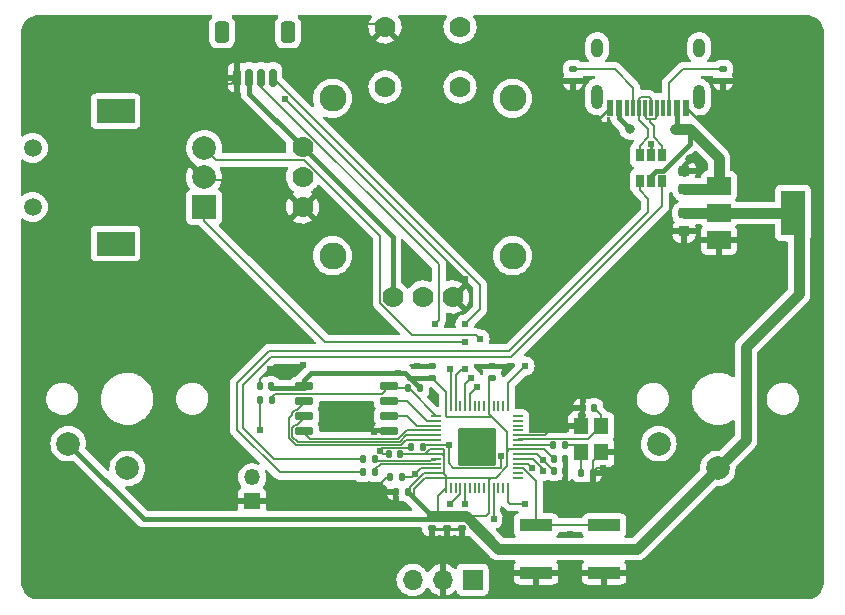
<source format=gbl>
%TF.GenerationSoftware,KiCad,Pcbnew,(6.0.0)*%
%TF.CreationDate,2021-12-27T13:21:06-08:00*%
%TF.ProjectId,Microtus-rp2040,4d696372-6f74-4757-932d-727032303430,rev?*%
%TF.SameCoordinates,Original*%
%TF.FileFunction,Copper,L2,Bot*%
%TF.FilePolarity,Positive*%
%FSLAX46Y46*%
G04 Gerber Fmt 4.6, Leading zero omitted, Abs format (unit mm)*
G04 Created by KiCad (PCBNEW (6.0.0)) date 2021-12-27 13:21:06*
%MOMM*%
%LPD*%
G01*
G04 APERTURE LIST*
G04 Aperture macros list*
%AMRoundRect*
0 Rectangle with rounded corners*
0 $1 Rounding radius*
0 $2 $3 $4 $5 $6 $7 $8 $9 X,Y pos of 4 corners*
0 Add a 4 corners polygon primitive as box body*
4,1,4,$2,$3,$4,$5,$6,$7,$8,$9,$2,$3,0*
0 Add four circle primitives for the rounded corners*
1,1,$1+$1,$2,$3*
1,1,$1+$1,$4,$5*
1,1,$1+$1,$6,$7*
1,1,$1+$1,$8,$9*
0 Add four rect primitives between the rounded corners*
20,1,$1+$1,$2,$3,$4,$5,0*
20,1,$1+$1,$4,$5,$6,$7,0*
20,1,$1+$1,$6,$7,$8,$9,0*
20,1,$1+$1,$8,$9,$2,$3,0*%
G04 Aperture macros list end*
%TA.AperFunction,SMDPad,CuDef*%
%ADD10RoundRect,0.225000X-0.250000X0.225000X-0.250000X-0.225000X0.250000X-0.225000X0.250000X0.225000X0*%
%TD*%
%TA.AperFunction,SMDPad,CuDef*%
%ADD11RoundRect,0.225000X0.250000X-0.225000X0.250000X0.225000X-0.250000X0.225000X-0.250000X-0.225000X0*%
%TD*%
%TA.AperFunction,ComponentPad*%
%ADD12R,1.700000X1.700000*%
%TD*%
%TA.AperFunction,ComponentPad*%
%ADD13O,1.700000X1.700000*%
%TD*%
%TA.AperFunction,ComponentPad*%
%ADD14R,1.350000X1.350000*%
%TD*%
%TA.AperFunction,ComponentPad*%
%ADD15O,1.350000X1.350000*%
%TD*%
%TA.AperFunction,SMDPad,CuDef*%
%ADD16RoundRect,0.135000X0.135000X0.185000X-0.135000X0.185000X-0.135000X-0.185000X0.135000X-0.185000X0*%
%TD*%
%TA.AperFunction,ComponentPad*%
%ADD17O,1.000000X1.600000*%
%TD*%
%TA.AperFunction,ComponentPad*%
%ADD18O,1.000000X2.100000*%
%TD*%
%TA.AperFunction,SMDPad,CuDef*%
%ADD19R,0.300000X1.450000*%
%TD*%
%TA.AperFunction,SMDPad,CuDef*%
%ADD20R,0.600000X1.450000*%
%TD*%
%TA.AperFunction,SMDPad,CuDef*%
%ADD21RoundRect,0.135000X-0.135000X-0.185000X0.135000X-0.185000X0.135000X0.185000X-0.135000X0.185000X0*%
%TD*%
%TA.AperFunction,SMDPad,CuDef*%
%ADD22RoundRect,0.135000X0.185000X-0.135000X0.185000X0.135000X-0.185000X0.135000X-0.185000X-0.135000X0*%
%TD*%
%TA.AperFunction,SMDPad,CuDef*%
%ADD23RoundRect,0.140000X-0.140000X-0.170000X0.140000X-0.170000X0.140000X0.170000X-0.140000X0.170000X0*%
%TD*%
%TA.AperFunction,SMDPad,CuDef*%
%ADD24RoundRect,0.140000X0.170000X-0.140000X0.170000X0.140000X-0.170000X0.140000X-0.170000X-0.140000X0*%
%TD*%
%TA.AperFunction,SMDPad,CuDef*%
%ADD25RoundRect,0.140000X-0.170000X0.140000X-0.170000X-0.140000X0.170000X-0.140000X0.170000X0.140000X0*%
%TD*%
%TA.AperFunction,SMDPad,CuDef*%
%ADD26RoundRect,0.140000X0.140000X0.170000X-0.140000X0.170000X-0.140000X-0.170000X0.140000X-0.170000X0*%
%TD*%
%TA.AperFunction,SMDPad,CuDef*%
%ADD27RoundRect,0.144000X-1.456000X1.456000X-1.456000X-1.456000X1.456000X-1.456000X1.456000X1.456000X0*%
%TD*%
%TA.AperFunction,ComponentPad*%
%ADD28C,0.600000*%
%TD*%
%TA.AperFunction,SMDPad,CuDef*%
%ADD29RoundRect,0.050000X-0.050000X0.387500X-0.050000X-0.387500X0.050000X-0.387500X0.050000X0.387500X0*%
%TD*%
%TA.AperFunction,SMDPad,CuDef*%
%ADD30RoundRect,0.050000X-0.387500X0.050000X-0.387500X-0.050000X0.387500X-0.050000X0.387500X0.050000X0*%
%TD*%
%TA.AperFunction,SMDPad,CuDef*%
%ADD31RoundRect,0.150000X-0.150000X-0.625000X0.150000X-0.625000X0.150000X0.625000X-0.150000X0.625000X0*%
%TD*%
%TA.AperFunction,SMDPad,CuDef*%
%ADD32RoundRect,0.250000X-0.350000X-0.650000X0.350000X-0.650000X0.350000X0.650000X-0.350000X0.650000X0*%
%TD*%
%TA.AperFunction,SMDPad,CuDef*%
%ADD33R,1.200000X1.400000*%
%TD*%
%TA.AperFunction,SMDPad,CuDef*%
%ADD34R,0.650000X1.060000*%
%TD*%
%TA.AperFunction,SMDPad,CuDef*%
%ADD35RoundRect,0.150000X0.650000X0.150000X-0.650000X0.150000X-0.650000X-0.150000X0.650000X-0.150000X0*%
%TD*%
%TA.AperFunction,SMDPad,CuDef*%
%ADD36R,2.000000X3.800000*%
%TD*%
%TA.AperFunction,SMDPad,CuDef*%
%ADD37R,2.000000X1.500000*%
%TD*%
%TA.AperFunction,ComponentPad*%
%ADD38C,1.500000*%
%TD*%
%TA.AperFunction,ComponentPad*%
%ADD39R,3.200000X2.000000*%
%TD*%
%TA.AperFunction,ComponentPad*%
%ADD40C,2.000000*%
%TD*%
%TA.AperFunction,ComponentPad*%
%ADD41R,2.000000X2.000000*%
%TD*%
%TA.AperFunction,SMDPad,CuDef*%
%ADD42R,2.750000X1.000000*%
%TD*%
%TA.AperFunction,ComponentPad*%
%ADD43C,1.778000*%
%TD*%
%TA.AperFunction,ComponentPad*%
%ADD44C,2.286000*%
%TD*%
%TA.AperFunction,ViaPad*%
%ADD45C,0.609600*%
%TD*%
%TA.AperFunction,ViaPad*%
%ADD46C,0.800000*%
%TD*%
%TA.AperFunction,Conductor*%
%ADD47C,0.889000*%
%TD*%
%TA.AperFunction,Conductor*%
%ADD48C,0.152400*%
%TD*%
%TA.AperFunction,Conductor*%
%ADD49C,0.254000*%
%TD*%
%TA.AperFunction,Conductor*%
%ADD50C,0.406400*%
%TD*%
%TA.AperFunction,Conductor*%
%ADD51C,0.200000*%
%TD*%
G04 APERTURE END LIST*
D10*
%TO.P,C2,1*%
%TO.N,+3V3*%
X56642000Y-17287000D03*
%TO.P,C2,2*%
%TO.N,GND*%
X56642000Y-18837000D03*
%TD*%
D11*
%TO.P,C1,1*%
%TO.N,VBUS*%
X56642000Y-15253000D03*
%TO.P,C1,2*%
%TO.N,GND*%
X56642000Y-13703000D03*
%TD*%
D12*
%TO.P,J3,1,Pin_1*%
%TO.N,/SWCLK*%
X38735000Y-48330000D03*
D13*
%TO.P,J3,2,Pin_2*%
%TO.N,GND*%
X36195000Y-48330000D03*
%TO.P,J3,3,Pin_3*%
%TO.N,/SWD*%
X33655000Y-48330000D03*
%TD*%
D14*
%TO.P,JP1,1,1*%
%TO.N,GND*%
X20066000Y-41656000D03*
D15*
%TO.P,JP1,2,2*%
%TO.N,Net-(JP1-Pad2)*%
X20066000Y-39656000D03*
%TD*%
D16*
%TO.P,R2,2*%
%TO.N,/QSPISS*%
X33272000Y-32131000D03*
%TO.P,R2,1*%
%TO.N,+3V3*%
X34292000Y-32131000D03*
%TD*%
D17*
%TO.P,J2,S1,SHIELD*%
%TO.N,unconnected-(J2-PadS1)*%
X57914000Y-3268000D03*
X49274000Y-3268000D03*
D18*
X49274000Y-7448000D03*
X57914000Y-7448000D03*
D19*
%TO.P,J2,A6,D+*%
%TO.N,/USB+*%
X53344000Y-8363000D03*
%TO.P,J2,B5,CC2*%
%TO.N,Net-(J2-PadB5)*%
X55344000Y-8363000D03*
%TO.P,J2,A8,SBU1*%
%TO.N,unconnected-(J2-PadA8)*%
X54844000Y-8363000D03*
%TO.P,J2,B6,D+*%
%TO.N,/USB+*%
X54344000Y-8363000D03*
%TO.P,J2,A7,D-*%
%TO.N,/USB-*%
X53844000Y-8363000D03*
%TO.P,J2,B7,D-*%
X52844000Y-8363000D03*
%TO.P,J2,A5,CC1*%
%TO.N,Net-(J2-PadA5)*%
X52344000Y-8363000D03*
%TO.P,J2,B8,SBU2*%
%TO.N,unconnected-(J2-PadB8)*%
X51844000Y-8363000D03*
D20*
%TO.P,J2,A12,GND*%
%TO.N,GND*%
X56844000Y-8363000D03*
%TO.P,J2,B4,VBUS*%
%TO.N,VBUS*%
X56044000Y-8363000D03*
%TO.P,J2,A4,VBUS*%
X51144000Y-8363000D03*
%TO.P,J2,A1,GND*%
%TO.N,GND*%
X50344000Y-8363000D03*
%TO.P,J2,B12,GND*%
X50344000Y-8363000D03*
%TO.P,J2,B9,VBUS*%
%TO.N,VBUS*%
X51144000Y-8363000D03*
%TO.P,J2,A9,VBUS*%
X56044000Y-8363000D03*
%TO.P,J2,B1,GND*%
%TO.N,GND*%
X56844000Y-8363000D03*
%TD*%
D21*
%TO.P,R7,2*%
%TO.N,Net-(R7-Pad2)*%
X30482000Y-39243000D03*
%TO.P,R7,1*%
%TO.N,DATA-*%
X29462000Y-39243000D03*
%TD*%
%TO.P,R6,1*%
%TO.N,DATA+*%
X29462000Y-38100000D03*
%TO.P,R6,2*%
%TO.N,Net-(R6-Pad2)*%
X30482000Y-38100000D03*
%TD*%
%TO.P,R5,1*%
%TO.N,/XOUT*%
X45544000Y-36957000D03*
%TO.P,R5,2*%
%TO.N,Net-(C5-Pad1)*%
X46564000Y-36957000D03*
%TD*%
D22*
%TO.P,R4,1*%
%TO.N,GND*%
X59944000Y-6098000D03*
%TO.P,R4,2*%
%TO.N,Net-(J2-PadB5)*%
X59944000Y-5078000D03*
%TD*%
%TO.P,R3,1*%
%TO.N,GND*%
X47244000Y-6098000D03*
%TO.P,R3,2*%
%TO.N,Net-(J2-PadA5)*%
X47244000Y-5078000D03*
%TD*%
D16*
%TO.P,R1,1*%
%TO.N,/QSPISS*%
X21719000Y-33074000D03*
%TO.P,R1,2*%
%TO.N,Net-(JP1-Pad2)*%
X20699000Y-33074000D03*
%TD*%
D23*
%TO.P,C16,2*%
%TO.N,GND*%
X46603000Y-38100000D03*
%TO.P,C16,1*%
%TO.N,+3V3*%
X45643000Y-38100000D03*
%TD*%
D24*
%TO.P,C15,1*%
%TO.N,+3V3*%
X40386000Y-31214000D03*
%TO.P,C15,2*%
%TO.N,GND*%
X40386000Y-30254000D03*
%TD*%
%TO.P,C14,2*%
%TO.N,GND*%
X35306000Y-30254000D03*
%TO.P,C14,1*%
%TO.N,+3V3*%
X35306000Y-31214000D03*
%TD*%
D25*
%TO.P,C13,1*%
%TO.N,+3V3*%
X35306000Y-42954000D03*
%TO.P,C13,2*%
%TO.N,GND*%
X35306000Y-43914000D03*
%TD*%
%TO.P,C12,1*%
%TO.N,+3V3*%
X36576000Y-42954000D03*
%TO.P,C12,2*%
%TO.N,GND*%
X36576000Y-43914000D03*
%TD*%
D26*
%TO.P,C11,1*%
%TO.N,+3V3*%
X32611000Y-37719000D03*
%TO.P,C11,2*%
%TO.N,GND*%
X31651000Y-37719000D03*
%TD*%
D25*
%TO.P,C10,1*%
%TO.N,+3V3*%
X37846000Y-42954000D03*
%TO.P,C10,2*%
%TO.N,GND*%
X37846000Y-43914000D03*
%TD*%
D26*
%TO.P,C9,2*%
%TO.N,GND*%
X32286000Y-40894000D03*
%TO.P,C9,1*%
%TO.N,+3V3*%
X33246000Y-40894000D03*
%TD*%
%TO.P,C8,1*%
%TO.N,+1V1*%
X32738000Y-39624000D03*
%TO.P,C8,2*%
%TO.N,GND*%
X31778000Y-39624000D03*
%TD*%
D23*
%TO.P,C7,1*%
%TO.N,+1V1*%
X45643000Y-39116000D03*
%TO.P,C7,2*%
%TO.N,GND*%
X46603000Y-39116000D03*
%TD*%
D26*
%TO.P,C6,1*%
%TO.N,+1V1*%
X34516000Y-37084000D03*
%TO.P,C6,2*%
%TO.N,GND*%
X33556000Y-37084000D03*
%TD*%
D23*
%TO.P,C5,2*%
%TO.N,GND*%
X48893000Y-39262000D03*
%TO.P,C5,1*%
%TO.N,Net-(C5-Pad1)*%
X47933000Y-39262000D03*
%TD*%
D26*
%TO.P,C4,2*%
%TO.N,GND*%
X48060000Y-33782000D03*
%TO.P,C4,1*%
%TO.N,/XIN*%
X49020000Y-33782000D03*
%TD*%
D23*
%TO.P,C3,1*%
%TO.N,GND*%
X20729000Y-31931000D03*
%TO.P,C3,2*%
%TO.N,+3V3*%
X21689000Y-31931000D03*
%TD*%
D27*
%TO.P,U4,57,GND*%
%TO.N,GND*%
X39116000Y-37084000D03*
D28*
X37841000Y-35809000D03*
X37841000Y-37084000D03*
X37841000Y-38359000D03*
X39116000Y-35809000D03*
X39116000Y-37084000D03*
X39116000Y-38359000D03*
X40391000Y-35809000D03*
X40391000Y-37084000D03*
X40391000Y-38359000D03*
D29*
%TO.P,U4,1,IOVDD*%
%TO.N,+3V3*%
X36516000Y-33646500D03*
%TO.P,U4,2,GPIO0*%
%TO.N,I2C_SDA*%
X36916000Y-33646500D03*
%TO.P,U4,3,GPIO1*%
%TO.N,I2C_SCL*%
X37316000Y-33646500D03*
%TO.P,U4,4,GPIO2*%
%TO.N,unconnected-(U4-Pad4)*%
X37716000Y-33646500D03*
%TO.P,U4,5,GPIO3*%
%TO.N,ENC_A*%
X38116000Y-33646500D03*
%TO.P,U4,6,GPIO4*%
%TO.N,ENC_B*%
X38516000Y-33646500D03*
%TO.P,U4,7,GPIO5*%
%TO.N,unconnected-(U4-Pad7)*%
X38916000Y-33646500D03*
%TO.P,U4,8,GPIO6*%
%TO.N,unconnected-(U4-Pad8)*%
X39316000Y-33646500D03*
%TO.P,U4,9,GPIO7*%
%TO.N,unconnected-(U4-Pad9)*%
X39716000Y-33646500D03*
%TO.P,U4,10,IOVDD*%
%TO.N,+3V3*%
X40116000Y-33646500D03*
%TO.P,U4,11,GPIO8*%
%TO.N,unconnected-(U4-Pad11)*%
X40516000Y-33646500D03*
%TO.P,U4,12,GPIO9*%
%TO.N,unconnected-(U4-Pad12)*%
X40916000Y-33646500D03*
%TO.P,U4,13,GPIO10*%
%TO.N,unconnected-(U4-Pad13)*%
X41316000Y-33646500D03*
%TO.P,U4,14,GPIO11*%
%TO.N,BUTTON_C*%
X41716000Y-33646500D03*
D30*
%TO.P,U4,15,GPIO12*%
%TO.N,unconnected-(U4-Pad15)*%
X42553500Y-34484000D03*
%TO.P,U4,16,GPIO13*%
%TO.N,unconnected-(U4-Pad16)*%
X42553500Y-34884000D03*
%TO.P,U4,17,GPIO14*%
%TO.N,unconnected-(U4-Pad17)*%
X42553500Y-35284000D03*
%TO.P,U4,18,GPIO15*%
%TO.N,unconnected-(U4-Pad18)*%
X42553500Y-35684000D03*
%TO.P,U4,19,TESTEN*%
%TO.N,GND*%
X42553500Y-36084000D03*
%TO.P,U4,20,XIN*%
%TO.N,/XIN*%
X42553500Y-36484000D03*
%TO.P,U4,21,XOUT*%
%TO.N,/XOUT*%
X42553500Y-36884000D03*
%TO.P,U4,22,IOVDD*%
%TO.N,+3V3*%
X42553500Y-37284000D03*
%TO.P,U4,23,DVDD*%
%TO.N,+1V1*%
X42553500Y-37684000D03*
%TO.P,U4,24,SWCLK*%
%TO.N,/SWCLK*%
X42553500Y-38084000D03*
%TO.P,U4,25,SWD*%
%TO.N,/SWD*%
X42553500Y-38484000D03*
%TO.P,U4,26,RUN*%
%TO.N,/RESET*%
X42553500Y-38884000D03*
%TO.P,U4,27,GPIO16*%
%TO.N,unconnected-(U4-Pad27)*%
X42553500Y-39284000D03*
%TO.P,U4,28,GPIO17*%
%TO.N,unconnected-(U4-Pad28)*%
X42553500Y-39684000D03*
D29*
%TO.P,U4,29,GPIO18*%
%TO.N,BUTTON_R*%
X41716000Y-40521500D03*
%TO.P,U4,30,GPIO19*%
%TO.N,unconnected-(U4-Pad30)*%
X41316000Y-40521500D03*
%TO.P,U4,31,GPIO20*%
%TO.N,unconnected-(U4-Pad31)*%
X40916000Y-40521500D03*
%TO.P,U4,32,GPIO21*%
%TO.N,BUTTON_L*%
X40516000Y-40521500D03*
%TO.P,U4,33,IOVDD*%
%TO.N,+3V3*%
X40116000Y-40521500D03*
%TO.P,U4,34,GPIO22*%
%TO.N,unconnected-(U4-Pad34)*%
X39716000Y-40521500D03*
%TO.P,U4,35,GPIO23*%
%TO.N,unconnected-(U4-Pad35)*%
X39316000Y-40521500D03*
%TO.P,U4,36,GPIO24*%
%TO.N,unconnected-(U4-Pad36)*%
X38916000Y-40521500D03*
%TO.P,U4,37,GPIO25*%
%TO.N,unconnected-(U4-Pad37)*%
X38516000Y-40521500D03*
%TO.P,U4,38,GPIO26_ADC0*%
%TO.N,Y_POS*%
X38116000Y-40521500D03*
%TO.P,U4,39,GPIO27_ADC1*%
%TO.N,X_POS*%
X37716000Y-40521500D03*
%TO.P,U4,40,GPIO28_ADC2*%
%TO.N,unconnected-(U4-Pad40)*%
X37316000Y-40521500D03*
%TO.P,U4,41,GPIO29_ADC3*%
%TO.N,unconnected-(U4-Pad41)*%
X36916000Y-40521500D03*
%TO.P,U4,42,IOVDD*%
%TO.N,+3V3*%
X36516000Y-40521500D03*
D30*
%TO.P,U4,43,ADC_AVDD*%
X35678500Y-39684000D03*
%TO.P,U4,44,VREG_IN*%
X35678500Y-39284000D03*
%TO.P,U4,45,VREG_VOUT*%
%TO.N,+1V1*%
X35678500Y-38884000D03*
%TO.P,U4,46,USB_DM*%
%TO.N,Net-(R7-Pad2)*%
X35678500Y-38484000D03*
%TO.P,U4,47,USB_DP*%
%TO.N,Net-(R6-Pad2)*%
X35678500Y-38084000D03*
%TO.P,U4,48,USB_VDD*%
%TO.N,+3V3*%
X35678500Y-37684000D03*
%TO.P,U4,49,IOVDD*%
X35678500Y-37284000D03*
%TO.P,U4,50,DVDD*%
%TO.N,+1V1*%
X35678500Y-36884000D03*
%TO.P,U4,51,QSPI_SD3*%
%TO.N,/QSPISD3*%
X35678500Y-36484000D03*
%TO.P,U4,52,QSPI_SCLK*%
%TO.N,/QSPICLK*%
X35678500Y-36084000D03*
%TO.P,U4,53,QSPI_SD0*%
%TO.N,/QSPISD0*%
X35678500Y-35684000D03*
%TO.P,U4,54,QSPI_SD2*%
%TO.N,/QSPISD2*%
X35678500Y-35284000D03*
%TO.P,U4,55,QSPI_SD1*%
%TO.N,/QSPISD1*%
X35678500Y-34884000D03*
%TO.P,U4,56,QSPI_SS*%
%TO.N,/QSPISS*%
X35678500Y-34484000D03*
%TD*%
D31*
%TO.P,J1,1,Pin_1*%
%TO.N,GND*%
X18820000Y-5810000D03*
%TO.P,J1,2,Pin_2*%
%TO.N,+3V3*%
X19820000Y-5810000D03*
%TO.P,J1,3,Pin_3*%
%TO.N,I2C_SDA*%
X20820000Y-5810000D03*
%TO.P,J1,4,Pin_4*%
%TO.N,I2C_SCL*%
X21820000Y-5810000D03*
D32*
%TO.P,J1,MP*%
%TO.N,N/C*%
X17520000Y-1935000D03*
X23120000Y-1935000D03*
%TD*%
D33*
%TO.P,Y1,1,1*%
%TO.N,/XIN*%
X49644000Y-35349000D03*
%TO.P,Y1,2,2*%
%TO.N,GND*%
X49644000Y-37549000D03*
%TO.P,Y1,3,3*%
%TO.N,Net-(C5-Pad1)*%
X47944000Y-37549000D03*
%TO.P,Y1,4,4*%
%TO.N,GND*%
X47944000Y-35349000D03*
%TD*%
D34*
%TO.P,U3,1,I/O1*%
%TO.N,/USB-*%
X52898000Y-12362000D03*
%TO.P,U3,2,GND*%
%TO.N,GND*%
X53848000Y-12362000D03*
%TO.P,U3,3,I/O2*%
%TO.N,/USB+*%
X54798000Y-12362000D03*
%TO.P,U3,4,I/O2*%
%TO.N,DATA+*%
X54798000Y-14562000D03*
%TO.P,U3,6,I/O1*%
%TO.N,DATA-*%
X52898000Y-14562000D03*
%TO.P,U3,5,VBUS*%
%TO.N,VBUS*%
X53848000Y-14562000D03*
%TD*%
D35*
%TO.P,U2,1,~{CS}*%
%TO.N,/QSPISS*%
X31667000Y-31931000D03*
%TO.P,U2,2,DO(IO1)*%
%TO.N,/QSPISD1*%
X31667000Y-33201000D03*
%TO.P,U2,3,IO2*%
%TO.N,/QSPISD2*%
X31667000Y-34471000D03*
%TO.P,U2,4,GND*%
%TO.N,GND*%
X31667000Y-35741000D03*
%TO.P,U2,5,DI(IO0)*%
%TO.N,/QSPISD0*%
X24467000Y-35741000D03*
%TO.P,U2,6,CLK*%
%TO.N,/QSPICLK*%
X24467000Y-34471000D03*
%TO.P,U2,7,IO3*%
%TO.N,/QSPISD3*%
X24467000Y-33201000D03*
%TO.P,U2,8,VCC*%
%TO.N,+3V3*%
X24467000Y-31931000D03*
%TD*%
D36*
%TO.P,U1,2,VO*%
%TO.N,+3V3*%
X65888000Y-17272000D03*
D37*
X59588000Y-17272000D03*
%TO.P,U1,3,VI*%
%TO.N,VBUS*%
X59588000Y-14972000D03*
%TO.P,U1,1,GND*%
%TO.N,GND*%
X59588000Y-19572000D03*
%TD*%
D38*
%TO.P,SW5,*%
%TO.N,*%
X1510000Y-11764000D03*
X1510000Y-16764000D03*
D39*
%TO.P,SW5,MP*%
%TO.N,N/C*%
X8510000Y-8664000D03*
X8510000Y-19864000D03*
D40*
%TO.P,SW5,B,B*%
%TO.N,ENC_B*%
X16010000Y-11764000D03*
%TO.P,SW5,C,C*%
%TO.N,GND*%
X16010000Y-14264000D03*
D41*
%TO.P,SW5,A,A*%
%TO.N,ENC_A*%
X16010000Y-16764000D03*
%TD*%
D42*
%TO.P,SW4,1,A*%
%TO.N,GND*%
X49870000Y-47720000D03*
X44110000Y-47720000D03*
%TO.P,SW4,2,B*%
%TO.N,/RESET*%
X44110000Y-43720000D03*
X49870000Y-43720000D03*
%TD*%
D40*
%TO.P,SW3,1,1*%
%TO.N,+3V3*%
X59500000Y-38900000D03*
%TO.P,SW3,2,2*%
%TO.N,BUTTON_R*%
X54500000Y-36800000D03*
%TD*%
%TO.P,SW1,1,1*%
%TO.N,BUTTON_L*%
X9500000Y-38900000D03*
%TO.P,SW1,2,2*%
%TO.N,+3V3*%
X4500000Y-36800000D03*
%TD*%
D43*
%TO.P,S1,B1A,SEL+*%
%TO.N,GND*%
X31325000Y-1524000D03*
%TO.P,S1,B1B*%
%TO.N,N/C*%
X37675000Y-1524000D03*
%TO.P,S1,B2A,SEL-*%
%TO.N,BUTTON_C*%
X31325000Y-6604000D03*
%TO.P,S1,B2B*%
%TO.N,N/C*%
X37675000Y-6604000D03*
%TO.P,S1,H1,H+*%
%TO.N,+3V3*%
X31960000Y-24384000D03*
%TO.P,S1,H2,H*%
%TO.N,X_POS*%
X34500000Y-24384000D03*
%TO.P,S1,H3,H-*%
%TO.N,GND*%
X37040000Y-24384000D03*
D44*
%TO.P,S1,MOUN*%
%TO.N,N/C*%
X26880000Y-7556500D03*
X26880000Y-20891500D03*
X42120000Y-20891500D03*
X42120000Y-7556500D03*
D43*
%TO.P,S1,V1,V+*%
%TO.N,+3V3*%
X24340000Y-11684000D03*
%TO.P,S1,V2,V*%
%TO.N,Y_POS*%
X24340000Y-14224000D03*
%TO.P,S1,V3,V-*%
%TO.N,GND*%
X24340000Y-16764000D03*
%TD*%
D45*
%TO.N,GND*%
X24410000Y-30130000D03*
X41510000Y-43230000D03*
%TO.N,/SWD*%
X43810000Y-38830000D03*
%TO.N,/SWCLK*%
X44710000Y-39130000D03*
D46*
%TO.N,VBUS*%
X55880000Y-10160000D03*
D45*
%TO.N,GND*%
X47143000Y-33782000D03*
X49810000Y-38862000D03*
X53848000Y-11430000D03*
X59182000Y-9906000D03*
X47498000Y-9652000D03*
X30353000Y-35814000D03*
D46*
X57150000Y-12700000D03*
D45*
X21590000Y-30480000D03*
X15240000Y-6350000D03*
X27940000Y-1270000D03*
X43180000Y-1270000D03*
X41910000Y-30226000D03*
X34036000Y-30226000D03*
X19558000Y-14478000D03*
X22352000Y-41656000D03*
X30860996Y-37403040D03*
D46*
X31750000Y-41910000D03*
X30480000Y-40640000D03*
X35560000Y-45720000D03*
X36830000Y-45720000D03*
X38100000Y-45720000D03*
X40640000Y-48260000D03*
X53340000Y-48260000D03*
D45*
X46635000Y-35560000D03*
X34290000Y-21590000D03*
X46990000Y-44450000D03*
X27940000Y-34290000D03*
X22860000Y-7620000D03*
X35560000Y-33020000D03*
X38100000Y-22860000D03*
%TO.N,+3V3*%
X32385000Y-30861000D03*
%TO.N,Y_POS*%
X38100000Y-41910000D03*
%TO.N,X_POS*%
X36830030Y-41910000D03*
D46*
%TO.N,VBUS*%
X52070000Y-10160000D03*
D45*
%TO.N,+1V1*%
X41148000Y-37846000D03*
X36703000Y-36957000D03*
X33822874Y-39410874D03*
X44742000Y-38215000D03*
%TO.N,BUTTON_C*%
X43180000Y-30226000D03*
%TO.N,BUTTON_L*%
X40516000Y-43180028D03*
%TO.N,BUTTON_R*%
X43180000Y-41910000D03*
%TO.N,ENC_A*%
X38608000Y-31242000D03*
X38099984Y-28192410D03*
%TO.N,ENC_B*%
X39116000Y-32004000D03*
X39370000Y-27940000D03*
%TO.N,I2C_SCL*%
X38100000Y-30480000D03*
X38100000Y-26670000D03*
%TO.N,I2C_SDA*%
X36830000Y-30480000D03*
X35560000Y-26670000D03*
%TO.N,Net-(JP1-Pad2)*%
X20699000Y-35685000D03*
%TD*%
D47*
%TO.N,+3V3*%
X56642000Y-17262000D02*
X56652000Y-17272000D01*
X56642000Y-17287000D02*
X56642000Y-17262000D01*
X56652000Y-17272000D02*
X59588000Y-17272000D01*
%TO.N,VBUS*%
X56642000Y-15253000D02*
X59307000Y-15253000D01*
D48*
%TO.N,/SWCLK*%
X43864000Y-38084000D02*
X44710000Y-38930000D01*
X42553500Y-38084000D02*
X43864000Y-38084000D01*
X44710000Y-38930000D02*
X44710000Y-39130000D01*
%TO.N,/SWD*%
X42553500Y-38484000D02*
X43464000Y-38484000D01*
X43464000Y-38484000D02*
X43810000Y-38830000D01*
%TO.N,/XIN*%
X42588500Y-36449000D02*
X48510000Y-36449000D01*
X42553500Y-36484000D02*
X42588500Y-36449000D01*
%TO.N,GND*%
X42553500Y-36084000D02*
X44810000Y-36084000D01*
%TO.N,/XOUT*%
X42553500Y-36884000D02*
X45471000Y-36884000D01*
%TO.N,+3V3*%
X42553500Y-37284000D02*
X44810000Y-37284000D01*
%TO.N,+1V1*%
X44211000Y-37684000D02*
X44742000Y-38215000D01*
X42553500Y-37684000D02*
X44211000Y-37684000D01*
%TO.N,GND*%
X22860000Y-7620000D02*
X38100000Y-22860000D01*
X38100000Y-23324000D02*
X38100000Y-22860000D01*
X37040000Y-24384000D02*
X38100000Y-23324000D01*
%TO.N,Net-(J2-PadA5)*%
X50758000Y-5078000D02*
X47244000Y-5078000D01*
X52344000Y-6664000D02*
X50758000Y-5078000D01*
X52344000Y-8363000D02*
X52344000Y-6664000D01*
%TO.N,Net-(J2-PadB5)*%
X55344000Y-6296000D02*
X55344000Y-8363000D01*
X56562000Y-5078000D02*
X55344000Y-6296000D01*
X59944000Y-5078000D02*
X56562000Y-5078000D01*
D47*
%TO.N,+3V3*%
X61894021Y-36505979D02*
X59500000Y-38900000D01*
X66394501Y-24130000D02*
X61894021Y-28630480D01*
X61894021Y-28630480D02*
X61894021Y-36505979D01*
X66394501Y-17778501D02*
X66394501Y-24130000D01*
D48*
%TO.N,GND*%
X30353000Y-35814000D02*
X31594000Y-35814000D01*
X47944000Y-35349000D02*
X47944000Y-33898000D01*
X47143000Y-33782000D02*
X48060000Y-33782000D01*
D49*
X53848000Y-12362000D02*
X53848000Y-11430000D01*
X58387000Y-9906000D02*
X59182000Y-9906000D01*
X56844000Y-8363000D02*
X58387000Y-9906000D01*
X49055000Y-9652000D02*
X47498000Y-9652000D01*
X50344000Y-8363000D02*
X49055000Y-9652000D01*
D50*
X56642000Y-13208000D02*
X57150000Y-12700000D01*
X56642000Y-13998000D02*
X56642000Y-13208000D01*
D48*
X20729000Y-32131000D02*
X20729000Y-31341000D01*
X20729000Y-31341000D02*
X21590000Y-30480000D01*
X18280000Y-6350000D02*
X18820000Y-5810000D01*
X15240000Y-6350000D02*
X18280000Y-6350000D01*
X27940000Y-1270000D02*
X31071000Y-1270000D01*
X34036000Y-30226000D02*
X35278000Y-30226000D01*
X41882000Y-30254000D02*
X41910000Y-30226000D01*
X40386000Y-30254000D02*
X41882000Y-30254000D01*
X20066000Y-41656000D02*
X22352000Y-41656000D01*
X33465562Y-37174438D02*
X31089598Y-37174438D01*
X31651000Y-37719000D02*
X31176956Y-37719000D01*
X31089598Y-37174438D02*
X30860996Y-37403040D01*
X31176956Y-37719000D02*
X30860996Y-37403040D01*
X48893000Y-38300000D02*
X49644000Y-37549000D01*
X48893000Y-39262000D02*
X48893000Y-38300000D01*
X49293000Y-38862000D02*
X48893000Y-39262000D01*
X49810000Y-38862000D02*
X49293000Y-38862000D01*
X31496000Y-39624000D02*
X30480000Y-40640000D01*
X31778000Y-39624000D02*
X31496000Y-39624000D01*
X32286000Y-41374000D02*
X31750000Y-41910000D01*
X32286000Y-40894000D02*
X32286000Y-41374000D01*
X35306000Y-45466000D02*
X35560000Y-45720000D01*
X35306000Y-43914000D02*
X35306000Y-45466000D01*
X36576000Y-45466000D02*
X36830000Y-45720000D01*
X36576000Y-43914000D02*
X36576000Y-45466000D01*
X37846000Y-45466000D02*
X38100000Y-45720000D01*
X37846000Y-43914000D02*
X37846000Y-45466000D01*
X52800000Y-47720000D02*
X53340000Y-48260000D01*
X49870000Y-47720000D02*
X52800000Y-47720000D01*
X41180000Y-47720000D02*
X40640000Y-48260000D01*
X44110000Y-47720000D02*
X41180000Y-47720000D01*
X44841000Y-36084000D02*
X45365000Y-35560000D01*
X45365000Y-35560000D02*
X46635000Y-35560000D01*
X19558000Y-14478000D02*
X16224000Y-14478000D01*
D50*
%TO.N,+3V3*%
X21689000Y-32131000D02*
X24467000Y-32131000D01*
X24467000Y-32131000D02*
X24467000Y-31413000D01*
X24467000Y-31413000D02*
X25019000Y-30861000D01*
X33022000Y-30861000D02*
X34292000Y-32131000D01*
D48*
X40682961Y-39684000D02*
X41656000Y-38710961D01*
X41656000Y-38710961D02*
X41656000Y-35814000D01*
X40116000Y-40521500D02*
X40116000Y-39894000D01*
X36516000Y-40521500D02*
X36516000Y-39684000D01*
X35678500Y-39684000D02*
X36516000Y-39684000D01*
X35678500Y-39284000D02*
X36236000Y-39284000D01*
X36516000Y-39564000D02*
X36516000Y-39684000D01*
X36236000Y-39284000D02*
X36516000Y-39564000D01*
X40116000Y-39894000D02*
X40326000Y-39684000D01*
X40326000Y-39684000D02*
X40682961Y-39684000D01*
X36516000Y-39684000D02*
X40326000Y-39684000D01*
X42553500Y-37284000D02*
X41856000Y-37284000D01*
X35678500Y-37284000D02*
X36318118Y-37284000D01*
X36116000Y-37684000D02*
X36318118Y-37886118D01*
X35678500Y-37684000D02*
X36116000Y-37684000D01*
X36318118Y-37284000D02*
X36318118Y-39366118D01*
X35643500Y-37719000D02*
X35678500Y-37684000D01*
X35678500Y-37284000D02*
X35106000Y-37284000D01*
X34671000Y-37719000D02*
X35643500Y-37719000D01*
X35106000Y-37284000D02*
X34671000Y-37719000D01*
X32611000Y-37719000D02*
X34671000Y-37719000D01*
X41656000Y-37484000D02*
X41856000Y-37284000D01*
D47*
X59588000Y-17272000D02*
X65888000Y-17272000D01*
X35306000Y-42954000D02*
X37846000Y-42954000D01*
D48*
X40116000Y-42688000D02*
X40116000Y-40521500D01*
X39850000Y-42954000D02*
X40116000Y-42688000D01*
X37846000Y-42954000D02*
X39850000Y-42954000D01*
X33462960Y-40451040D02*
X33462960Y-40894000D01*
X34630000Y-39284000D02*
X33462960Y-40451040D01*
X35678500Y-39284000D02*
X34630000Y-39284000D01*
D50*
X35306000Y-31214000D02*
X33375000Y-31214000D01*
D48*
X36516000Y-32424000D02*
X35306000Y-31214000D01*
X36516000Y-33646500D02*
X36516000Y-32424000D01*
X40116000Y-31484000D02*
X40386000Y-31214000D01*
X40116000Y-33646500D02*
X40116000Y-31484000D01*
X44827000Y-37284000D02*
X45643000Y-38100000D01*
D50*
X25019000Y-30861000D02*
X32385000Y-30861000D01*
X31960000Y-19304000D02*
X31960000Y-24384000D01*
X24340000Y-11684000D02*
X31960000Y-19304000D01*
X19820000Y-7164000D02*
X24340000Y-11684000D01*
X19820000Y-5810000D02*
X19820000Y-7164000D01*
X4500000Y-36800000D02*
X10880000Y-43180000D01*
X35080000Y-43180000D02*
X35306000Y-42954000D01*
X10880000Y-43180000D02*
X35080000Y-43180000D01*
D48*
X35786000Y-41251500D02*
X36516000Y-40521500D01*
X35786000Y-42954000D02*
X35786000Y-41251500D01*
D47*
X38164044Y-42954000D02*
X37846000Y-42954000D01*
X40930044Y-45720000D02*
X38164044Y-42954000D01*
X52680000Y-45720000D02*
X40930044Y-45720000D01*
X59500000Y-38900000D02*
X52680000Y-45720000D01*
D48*
X40386000Y-34544000D02*
X40116000Y-34274000D01*
X40116000Y-34274000D02*
X40116000Y-33646500D01*
X36576000Y-34544000D02*
X40386000Y-34544000D01*
X36516000Y-34484000D02*
X36576000Y-34544000D01*
X36516000Y-33646500D02*
X36516000Y-34484000D01*
D50*
X32385000Y-30861000D02*
X33022000Y-30861000D01*
X33246000Y-40894000D02*
X35306000Y-42954000D01*
D48*
X33782000Y-40640000D02*
X33782000Y-41402000D01*
X34738000Y-39684000D02*
X33782000Y-40640000D01*
X35678500Y-39684000D02*
X34738000Y-39684000D01*
X40386000Y-34544000D02*
X41656000Y-35814000D01*
%TO.N,Y_POS*%
X38116000Y-40521500D02*
X38116000Y-41894000D01*
X38116000Y-41894000D02*
X38100000Y-41910000D01*
%TO.N,X_POS*%
X37716000Y-40521500D02*
X37716000Y-41024030D01*
X37716000Y-41024030D02*
X36830030Y-41910000D01*
D50*
%TO.N,VBUS*%
X51144000Y-9234000D02*
X52070000Y-10160000D01*
X51144000Y-8363000D02*
X51144000Y-9234000D01*
X56044000Y-9996000D02*
X55880000Y-10160000D01*
X56044000Y-8363000D02*
X56044000Y-9996000D01*
D47*
X55880000Y-10160000D02*
X57150000Y-10160000D01*
X59588000Y-12598000D02*
X59588000Y-14972000D01*
X57150000Y-10160000D02*
X59588000Y-12598000D01*
D50*
X54230439Y-13728799D02*
X53848000Y-14111238D01*
X54851201Y-13728799D02*
X54230439Y-13728799D01*
X53848000Y-14111238D02*
X53848000Y-14562000D01*
X57150000Y-11430000D02*
X54851201Y-13728799D01*
X57150000Y-10160000D02*
X57150000Y-11430000D01*
D48*
%TO.N,/XIN*%
X48544000Y-36449000D02*
X49644000Y-35349000D01*
X49644000Y-34406000D02*
X49020000Y-33782000D01*
X49644000Y-35349000D02*
X49644000Y-34406000D01*
%TO.N,Net-(C5-Pad1)*%
X47352000Y-36957000D02*
X47944000Y-37549000D01*
X46764000Y-36957000D02*
X47352000Y-36957000D01*
X47944000Y-37549000D02*
X47944000Y-39251000D01*
%TO.N,+1V1*%
X36703000Y-38481000D02*
X36703000Y-36957000D01*
X37084000Y-38862000D02*
X36703000Y-38481000D01*
X41148000Y-38862000D02*
X37084000Y-38862000D01*
X41148000Y-37846000D02*
X41148000Y-38862000D01*
X36630000Y-36884000D02*
X36703000Y-36957000D01*
X35678500Y-36884000D02*
X36630000Y-36884000D01*
X34716000Y-36884000D02*
X35678500Y-36884000D01*
X34516000Y-37084000D02*
X34716000Y-36884000D01*
X35678500Y-38884000D02*
X34349748Y-38884000D01*
X34349748Y-38884000D02*
X33822874Y-39410874D01*
X44742000Y-38215000D02*
X45643000Y-39116000D01*
X33609748Y-39624000D02*
X33822874Y-39410874D01*
X32766000Y-39624000D02*
X33609748Y-39624000D01*
D51*
%TO.N,/USB+*%
X54344000Y-9098002D02*
X54344000Y-8363000D01*
X54154001Y-9288001D02*
X54344000Y-9098002D01*
X53344000Y-9098002D02*
X53533999Y-9288001D01*
X53344000Y-8363000D02*
X53344000Y-9098002D01*
X53738001Y-9288001D02*
X53738001Y-9542001D01*
X53533999Y-9288001D02*
X53738001Y-9288001D01*
X53738001Y-9288001D02*
X54154001Y-9288001D01*
X54798000Y-11566999D02*
X54798000Y-12362000D01*
X54073000Y-10841999D02*
X54798000Y-11566999D01*
X54073000Y-9877000D02*
X54073000Y-10841999D01*
X53738001Y-9542001D02*
X54073000Y-9877000D01*
D48*
%TO.N,/QSPISS*%
X35678500Y-34484000D02*
X33325500Y-32131000D01*
X31667000Y-32131000D02*
X33272000Y-32131000D01*
X21719000Y-32820000D02*
X21973000Y-32566000D01*
X31032000Y-32566000D02*
X31667000Y-31931000D01*
X21973000Y-32566000D02*
X31032000Y-32566000D01*
%TO.N,Net-(R6-Pad2)*%
X35554710Y-38207790D02*
X35678500Y-38084000D01*
X35197300Y-38207790D02*
X35554710Y-38207790D01*
X35173500Y-38231590D02*
X35197300Y-38207790D01*
X30613590Y-38231590D02*
X35173500Y-38231590D01*
%TO.N,Net-(R7-Pad2)*%
X30983000Y-38484000D02*
X35678500Y-38484000D01*
X30482000Y-38985000D02*
X30983000Y-38484000D01*
X30482000Y-39243000D02*
X30482000Y-38985000D01*
%TO.N,BUTTON_C*%
X41716000Y-33646500D02*
X41716000Y-31690000D01*
X41716000Y-31690000D02*
X43180000Y-30226000D01*
%TO.N,BUTTON_L*%
X40516000Y-43180028D02*
X40516000Y-40521500D01*
%TO.N,BUTTON_R*%
X41716000Y-40521500D02*
X41716000Y-41716000D01*
X41910000Y-41910000D02*
X43180000Y-41910000D01*
X41716000Y-41716000D02*
X41910000Y-41910000D01*
%TO.N,/RESET*%
X44110000Y-40003000D02*
X44110000Y-43720000D01*
X42991000Y-38884000D02*
X44110000Y-40003000D01*
X42553500Y-38884000D02*
X42991000Y-38884000D01*
X44110000Y-43720000D02*
X49870000Y-43720000D01*
%TO.N,ENC_A*%
X38116000Y-31734000D02*
X38116000Y-33646500D01*
X38608000Y-31242000D02*
X38116000Y-31734000D01*
X16010000Y-17916400D02*
X26286010Y-28192410D01*
X16010000Y-16764000D02*
X16010000Y-17916400D01*
X26286010Y-28192410D02*
X38099984Y-28192410D01*
%TO.N,ENC_B*%
X38516000Y-32604000D02*
X39116000Y-32004000D01*
X38516000Y-33646500D02*
X38516000Y-32604000D01*
X33634703Y-27635201D02*
X39065201Y-27635201D01*
X30894799Y-19202301D02*
X30894799Y-24895297D01*
X24456497Y-12763999D02*
X30894799Y-19202301D01*
X17009999Y-12763999D02*
X24456497Y-12763999D01*
X16010000Y-11764000D02*
X17009999Y-12763999D01*
X30894799Y-24895297D02*
X33634703Y-27635201D01*
X39065201Y-27635201D02*
X39370000Y-27940000D01*
%TO.N,/QSPISD3*%
X23873210Y-33994790D02*
X24467000Y-33401000D01*
X23681878Y-33994790D02*
X23873210Y-33994790D01*
X23829737Y-36922030D02*
X23238380Y-36330673D01*
X23490790Y-34377210D02*
X23490790Y-34185878D01*
X32661223Y-36922030D02*
X23829737Y-36922030D01*
X23490790Y-34185878D02*
X23681878Y-33994790D01*
X35678500Y-36484000D02*
X33099253Y-36484000D01*
X23238380Y-34629620D02*
X23490790Y-34377210D01*
X33099253Y-36484000D02*
X32661223Y-36922030D01*
X23238380Y-36330673D02*
X23238380Y-34629620D01*
%TO.N,/QSPICLK*%
X23681878Y-35264790D02*
X23873210Y-35264790D01*
X23490790Y-35455878D02*
X23681878Y-35264790D01*
X23934288Y-36669620D02*
X23490790Y-36226122D01*
X23873210Y-35264790D02*
X24467000Y-34671000D01*
X23490790Y-36226122D02*
X23490790Y-35455878D01*
X32556672Y-36669620D02*
X23934288Y-36669620D01*
X33142292Y-36084000D02*
X32556672Y-36669620D01*
X35678500Y-36084000D02*
X33142292Y-36084000D01*
%TO.N,/QSPISD0*%
X24943210Y-36417210D02*
X24467000Y-35941000D01*
X32452122Y-36417210D02*
X24943210Y-36417210D01*
X33185332Y-35684000D02*
X32452122Y-36417210D01*
X35678500Y-35684000D02*
X33185332Y-35684000D01*
%TO.N,/QSPISD2*%
X35678500Y-35284000D02*
X34014000Y-35284000D01*
X33201000Y-34471000D02*
X31667000Y-34471000D01*
X34014000Y-35284000D02*
X33201000Y-34471000D01*
%TO.N,/QSPISD1*%
X35678500Y-34884000D02*
X34884000Y-34884000D01*
X33201000Y-33201000D02*
X31667000Y-33201000D01*
X34884000Y-34884000D02*
X33201000Y-33201000D01*
D51*
%TO.N,DATA-*%
X53623000Y-16082001D02*
X53623000Y-17178800D01*
X18825000Y-35653200D02*
X22414800Y-39243000D01*
X52898000Y-15357001D02*
X53623000Y-16082001D01*
X52898000Y-14562000D02*
X52898000Y-15357001D01*
X21496800Y-28985000D02*
X18825000Y-31656800D01*
X22414800Y-39243000D02*
X29192000Y-39243000D01*
X53623000Y-17178800D02*
X41816800Y-28985000D01*
X18825000Y-31656800D02*
X18825000Y-35653200D01*
X41816800Y-28985000D02*
X21496800Y-28985000D01*
X29192000Y-39243000D02*
X29462000Y-39243000D01*
%TO.N,DATA+*%
X54798000Y-16640200D02*
X42003200Y-29435000D01*
X19275000Y-35466800D02*
X21908200Y-38100000D01*
X42003200Y-29435000D02*
X21683200Y-29435000D01*
X29192000Y-38100000D02*
X29462000Y-38100000D01*
X54798000Y-14562000D02*
X54798000Y-16640200D01*
X19275000Y-31843200D02*
X19275000Y-35466800D01*
X21908200Y-38100000D02*
X29192000Y-38100000D01*
X21683200Y-29435000D02*
X19275000Y-31843200D01*
%TO.N,/USB-*%
X53844000Y-7627998D02*
X53844000Y-8363000D01*
X53654001Y-7437999D02*
X53844000Y-7627998D01*
X53033999Y-7437999D02*
X53654001Y-7437999D01*
X52844000Y-7627998D02*
X53033999Y-7437999D01*
X52844000Y-8363000D02*
X52844000Y-7627998D01*
X52844000Y-8363000D02*
X52844000Y-9386000D01*
X52898000Y-11566999D02*
X52898000Y-12362000D01*
X53623000Y-10841999D02*
X52898000Y-11566999D01*
X53623000Y-10165000D02*
X53623000Y-10841999D01*
X52844000Y-9386000D02*
X53623000Y-10165000D01*
D48*
%TO.N,I2C_SCL*%
X37802500Y-30480000D02*
X38100000Y-30480000D01*
X37316000Y-30966500D02*
X37802500Y-30480000D01*
X37316000Y-33646500D02*
X37316000Y-30966500D01*
X21820000Y-5810000D02*
X39370000Y-23360000D01*
X39370000Y-23360000D02*
X39370000Y-25400000D01*
X39370000Y-25400000D02*
X38100000Y-26670000D01*
%TO.N,I2C_SDA*%
X36916000Y-30566000D02*
X36830000Y-30480000D01*
X36916000Y-33646500D02*
X36916000Y-30566000D01*
X20820000Y-5810000D02*
X20820000Y-6585000D01*
X20820000Y-6585000D02*
X35864810Y-21629810D01*
X35864810Y-21629810D02*
X35864810Y-26365190D01*
X35864810Y-26365190D02*
X35560000Y-26670000D01*
%TO.N,Net-(JP1-Pad2)*%
X20699000Y-33020000D02*
X20699000Y-35685000D01*
%TD*%
%TA.AperFunction,Conductor*%
%TO.N,GND*%
G36*
X16638168Y-528002D02*
G01*
X16684661Y-581658D01*
X16694765Y-651932D01*
X16665271Y-716512D01*
X16659226Y-723012D01*
X16570695Y-811697D01*
X16566855Y-817927D01*
X16566854Y-817928D01*
X16555687Y-836045D01*
X16477885Y-962262D01*
X16422203Y-1130139D01*
X16411500Y-1234600D01*
X16411500Y-2635400D01*
X16411837Y-2638646D01*
X16411837Y-2638650D01*
X16421397Y-2730785D01*
X16422474Y-2741166D01*
X16424655Y-2747702D01*
X16424655Y-2747704D01*
X16465660Y-2870610D01*
X16478450Y-2908946D01*
X16571522Y-3059348D01*
X16696697Y-3184305D01*
X16702927Y-3188145D01*
X16702928Y-3188146D01*
X16840090Y-3272694D01*
X16847262Y-3277115D01*
X16927005Y-3303564D01*
X17008611Y-3330632D01*
X17008613Y-3330632D01*
X17015139Y-3332797D01*
X17021975Y-3333497D01*
X17021978Y-3333498D01*
X17065031Y-3337909D01*
X17119600Y-3343500D01*
X17920400Y-3343500D01*
X17923646Y-3343163D01*
X17923650Y-3343163D01*
X18019308Y-3333238D01*
X18019312Y-3333237D01*
X18026166Y-3332526D01*
X18032702Y-3330345D01*
X18032704Y-3330345D01*
X18164806Y-3286272D01*
X18193946Y-3276550D01*
X18344348Y-3183478D01*
X18469305Y-3058303D01*
X18473146Y-3052072D01*
X18558275Y-2913968D01*
X18558276Y-2913966D01*
X18562115Y-2907738D01*
X18617797Y-2739861D01*
X18618772Y-2730352D01*
X18628172Y-2638598D01*
X18628500Y-2635400D01*
X18628500Y-1234600D01*
X18625042Y-1201271D01*
X18618238Y-1135692D01*
X18618237Y-1135688D01*
X18617526Y-1128834D01*
X18600268Y-1077104D01*
X18563868Y-968002D01*
X18561550Y-961054D01*
X18468478Y-810652D01*
X18380846Y-723172D01*
X18346767Y-660891D01*
X18351770Y-590071D01*
X18394267Y-533198D01*
X18460765Y-508329D01*
X18469864Y-508000D01*
X22170047Y-508000D01*
X22238168Y-528002D01*
X22284661Y-581658D01*
X22294765Y-651932D01*
X22265271Y-716512D01*
X22259226Y-723012D01*
X22170695Y-811697D01*
X22166855Y-817927D01*
X22166854Y-817928D01*
X22155687Y-836045D01*
X22077885Y-962262D01*
X22022203Y-1130139D01*
X22011500Y-1234600D01*
X22011500Y-2635400D01*
X22011837Y-2638646D01*
X22011837Y-2638650D01*
X22021397Y-2730785D01*
X22022474Y-2741166D01*
X22024655Y-2747702D01*
X22024655Y-2747704D01*
X22065660Y-2870610D01*
X22078450Y-2908946D01*
X22171522Y-3059348D01*
X22296697Y-3184305D01*
X22302927Y-3188145D01*
X22302928Y-3188146D01*
X22440090Y-3272694D01*
X22447262Y-3277115D01*
X22527005Y-3303564D01*
X22608611Y-3330632D01*
X22608613Y-3330632D01*
X22615139Y-3332797D01*
X22621975Y-3333497D01*
X22621978Y-3333498D01*
X22665031Y-3337909D01*
X22719600Y-3343500D01*
X23520400Y-3343500D01*
X23523646Y-3343163D01*
X23523650Y-3343163D01*
X23619308Y-3333238D01*
X23619312Y-3333237D01*
X23626166Y-3332526D01*
X23632702Y-3330345D01*
X23632704Y-3330345D01*
X23764806Y-3286272D01*
X23793946Y-3276550D01*
X23944348Y-3183478D01*
X24069305Y-3058303D01*
X24073146Y-3052072D01*
X24158275Y-2913968D01*
X24158276Y-2913966D01*
X24162115Y-2907738D01*
X24217797Y-2739861D01*
X24218772Y-2730352D01*
X24224200Y-2677365D01*
X30536464Y-2677365D01*
X30541745Y-2684420D01*
X30714846Y-2785571D01*
X30724132Y-2790021D01*
X30929083Y-2868283D01*
X30938981Y-2871159D01*
X31153962Y-2914897D01*
X31164190Y-2916116D01*
X31383425Y-2924156D01*
X31393711Y-2923689D01*
X31611320Y-2895813D01*
X31621398Y-2893671D01*
X31831527Y-2830629D01*
X31841125Y-2826868D01*
X32038138Y-2730352D01*
X32046983Y-2725079D01*
X32102209Y-2685686D01*
X32110609Y-2674987D01*
X32103622Y-2661833D01*
X31337811Y-1896021D01*
X31323868Y-1888408D01*
X31322034Y-1888539D01*
X31315420Y-1892790D01*
X30543221Y-2664990D01*
X30536464Y-2677365D01*
X24224200Y-2677365D01*
X24228172Y-2638598D01*
X24228500Y-2635400D01*
X24228500Y-1234600D01*
X24225042Y-1201271D01*
X24218238Y-1135692D01*
X24218237Y-1135688D01*
X24217526Y-1128834D01*
X24200268Y-1077104D01*
X24163868Y-968002D01*
X24161550Y-961054D01*
X24068478Y-810652D01*
X23980846Y-723172D01*
X23946767Y-660891D01*
X23951770Y-590071D01*
X23994267Y-533198D01*
X24060765Y-508329D01*
X24069864Y-508000D01*
X30088421Y-508000D01*
X30156542Y-528002D01*
X30203035Y-581658D01*
X30213139Y-651932D01*
X30192509Y-705005D01*
X30109068Y-827325D01*
X30103973Y-836293D01*
X30011611Y-1035270D01*
X30008048Y-1044957D01*
X29949424Y-1256347D01*
X29947493Y-1266468D01*
X29924178Y-1484619D01*
X29923927Y-1494907D01*
X29936557Y-1713932D01*
X29937990Y-1724134D01*
X29986219Y-1938143D01*
X29989302Y-1947983D01*
X30071837Y-2151240D01*
X30076490Y-2160451D01*
X30163098Y-2301780D01*
X30173555Y-2311241D01*
X30182331Y-2307458D01*
X31235905Y-1253885D01*
X31298217Y-1219859D01*
X31369033Y-1224924D01*
X31414095Y-1253885D01*
X32463421Y-2303210D01*
X32475432Y-2309769D01*
X32487170Y-2300802D01*
X32523549Y-2250174D01*
X32528860Y-2241335D01*
X32626056Y-2044675D01*
X32629854Y-2035082D01*
X32693628Y-1825177D01*
X32695805Y-1815107D01*
X32724677Y-1595799D01*
X32725196Y-1589124D01*
X32726706Y-1527364D01*
X32726512Y-1520646D01*
X32708389Y-1300203D01*
X32706706Y-1290041D01*
X32653261Y-1077263D01*
X32649943Y-1067516D01*
X32562461Y-866321D01*
X32557594Y-857246D01*
X32457446Y-702440D01*
X32437239Y-634380D01*
X32457035Y-566199D01*
X32510550Y-519545D01*
X32563238Y-508000D01*
X36437815Y-508000D01*
X36505936Y-528002D01*
X36552429Y-581658D01*
X36562533Y-651932D01*
X36541905Y-705002D01*
X36455716Y-831350D01*
X36358961Y-1039792D01*
X36297548Y-1261237D01*
X36273129Y-1489739D01*
X36286357Y-1719161D01*
X36287492Y-1724198D01*
X36287493Y-1724204D01*
X36310274Y-1825291D01*
X36336878Y-1943342D01*
X36423336Y-2156261D01*
X36426033Y-2160662D01*
X36426034Y-2160664D01*
X36475628Y-2241594D01*
X36543408Y-2352200D01*
X36693869Y-2525898D01*
X36697844Y-2529198D01*
X36697847Y-2529201D01*
X36745529Y-2568787D01*
X36870679Y-2672689D01*
X37069090Y-2788631D01*
X37073910Y-2790471D01*
X37073915Y-2790474D01*
X37179073Y-2830629D01*
X37283774Y-2870610D01*
X37288842Y-2871641D01*
X37288845Y-2871642D01*
X37399534Y-2894162D01*
X37508963Y-2916426D01*
X37514136Y-2916616D01*
X37514139Y-2916616D01*
X37733448Y-2924657D01*
X37733452Y-2924657D01*
X37738612Y-2924846D01*
X37743732Y-2924190D01*
X37743734Y-2924190D01*
X37961425Y-2896304D01*
X37961428Y-2896303D01*
X37966552Y-2895647D01*
X37973139Y-2893671D01*
X38181710Y-2831096D01*
X38186663Y-2829610D01*
X38393033Y-2728511D01*
X38397845Y-2725079D01*
X38575916Y-2598062D01*
X38580119Y-2595064D01*
X38600599Y-2574656D01*
X38739237Y-2436500D01*
X38742898Y-2432852D01*
X38773154Y-2390747D01*
X38873979Y-2250433D01*
X38876997Y-2246233D01*
X38978816Y-2040217D01*
X39003605Y-1958629D01*
X39044117Y-1825291D01*
X39044118Y-1825285D01*
X39045621Y-1820339D01*
X39075616Y-1592502D01*
X39077290Y-1524000D01*
X39066988Y-1398699D01*
X39058884Y-1300121D01*
X39058883Y-1300115D01*
X39058460Y-1294970D01*
X39002477Y-1072090D01*
X38910843Y-861347D01*
X38894475Y-836045D01*
X38835477Y-744849D01*
X38808041Y-702439D01*
X38787834Y-634380D01*
X38807630Y-566199D01*
X38861145Y-519545D01*
X38913833Y-508000D01*
X66950672Y-508000D01*
X66970056Y-509500D01*
X66972284Y-509847D01*
X66984859Y-511805D01*
X66984861Y-511805D01*
X66993730Y-513186D01*
X67002632Y-512022D01*
X67002634Y-512022D01*
X67008959Y-511195D01*
X67034282Y-510452D01*
X67198126Y-522170D01*
X67203343Y-522543D01*
X67221137Y-525101D01*
X67411540Y-566521D01*
X67428788Y-571586D01*
X67611358Y-639682D01*
X67627710Y-647149D01*
X67636470Y-651932D01*
X67798734Y-740534D01*
X67813848Y-750248D01*
X67953940Y-855119D01*
X67969842Y-867023D01*
X67983428Y-878796D01*
X68121204Y-1016572D01*
X68132977Y-1030158D01*
X68249752Y-1186152D01*
X68259466Y-1201266D01*
X68307940Y-1290041D01*
X68352851Y-1372290D01*
X68360318Y-1388642D01*
X68428414Y-1571212D01*
X68433480Y-1588462D01*
X68474899Y-1778863D01*
X68477457Y-1796658D01*
X68478784Y-1815210D01*
X68488280Y-1947983D01*
X68489041Y-1958629D01*
X68488297Y-1976533D01*
X68488195Y-1984858D01*
X68486814Y-1993730D01*
X68487978Y-2002632D01*
X68487978Y-2002635D01*
X68490936Y-2025251D01*
X68492000Y-2041589D01*
X68492000Y-48450672D01*
X68490500Y-48470056D01*
X68486814Y-48493730D01*
X68487978Y-48502632D01*
X68487978Y-48502634D01*
X68488805Y-48508959D01*
X68489548Y-48534287D01*
X68477457Y-48703343D01*
X68474899Y-48721137D01*
X68433480Y-48911538D01*
X68428414Y-48928788D01*
X68360318Y-49111358D01*
X68352851Y-49127710D01*
X68346851Y-49138699D01*
X68260023Y-49297715D01*
X68259469Y-49298729D01*
X68249752Y-49313848D01*
X68204879Y-49373792D01*
X68132977Y-49469842D01*
X68121204Y-49483428D01*
X67983428Y-49621204D01*
X67969841Y-49632977D01*
X67813848Y-49749752D01*
X67798734Y-49759466D01*
X67693020Y-49817190D01*
X67627710Y-49852851D01*
X67611358Y-49860318D01*
X67428788Y-49928414D01*
X67411540Y-49933479D01*
X67248022Y-49969051D01*
X67221137Y-49974899D01*
X67203342Y-49977457D01*
X67154443Y-49980954D01*
X67041369Y-49989041D01*
X67023467Y-49988297D01*
X67015142Y-49988195D01*
X67006270Y-49986814D01*
X66997368Y-49987978D01*
X66997365Y-49987978D01*
X66974749Y-49990936D01*
X66958411Y-49992000D01*
X2049328Y-49992000D01*
X2029943Y-49990500D01*
X2029661Y-49990456D01*
X2027117Y-49990060D01*
X2015141Y-49988195D01*
X2015139Y-49988195D01*
X2006270Y-49986814D01*
X1997368Y-49987978D01*
X1997366Y-49987978D01*
X1991041Y-49988805D01*
X1965718Y-49989548D01*
X1796657Y-49977457D01*
X1778863Y-49974899D01*
X1751978Y-49969051D01*
X1588460Y-49933479D01*
X1571212Y-49928414D01*
X1388642Y-49860318D01*
X1372290Y-49852851D01*
X1306980Y-49817190D01*
X1201266Y-49759466D01*
X1186152Y-49749752D01*
X1030159Y-49632977D01*
X1016572Y-49621204D01*
X878796Y-49483428D01*
X867023Y-49469842D01*
X795121Y-49373792D01*
X750248Y-49313848D01*
X740531Y-49298729D01*
X739978Y-49297715D01*
X653149Y-49138699D01*
X647149Y-49127710D01*
X639682Y-49111358D01*
X571586Y-48928788D01*
X566520Y-48911538D01*
X525101Y-48721137D01*
X522543Y-48703342D01*
X510959Y-48541371D01*
X511703Y-48523467D01*
X511805Y-48515142D01*
X513186Y-48506270D01*
X511547Y-48493730D01*
X509064Y-48474749D01*
X508000Y-48458411D01*
X508000Y-48296695D01*
X32292251Y-48296695D01*
X32305110Y-48519715D01*
X32306247Y-48524761D01*
X32306248Y-48524767D01*
X32308394Y-48534287D01*
X32354222Y-48737639D01*
X32392461Y-48831811D01*
X32424835Y-48911538D01*
X32438266Y-48944616D01*
X32440965Y-48949020D01*
X32550466Y-49127710D01*
X32554987Y-49135088D01*
X32701250Y-49303938D01*
X32873126Y-49446632D01*
X33066000Y-49559338D01*
X33274692Y-49639030D01*
X33279760Y-49640061D01*
X33279763Y-49640062D01*
X33374862Y-49659410D01*
X33493597Y-49683567D01*
X33498772Y-49683757D01*
X33498774Y-49683757D01*
X33711673Y-49691564D01*
X33711677Y-49691564D01*
X33716837Y-49691753D01*
X33721957Y-49691097D01*
X33721959Y-49691097D01*
X33933288Y-49664025D01*
X33933289Y-49664025D01*
X33938416Y-49663368D01*
X33943366Y-49661883D01*
X34147429Y-49600661D01*
X34147434Y-49600659D01*
X34152384Y-49599174D01*
X34352994Y-49500896D01*
X34534860Y-49371173D01*
X34693096Y-49213489D01*
X34752594Y-49130689D01*
X34823453Y-49032077D01*
X34824640Y-49032930D01*
X34871960Y-48989362D01*
X34941897Y-48977145D01*
X35007338Y-49004678D01*
X35035166Y-49036511D01*
X35092694Y-49130388D01*
X35098777Y-49138699D01*
X35238213Y-49299667D01*
X35245580Y-49306883D01*
X35409434Y-49442916D01*
X35417881Y-49448831D01*
X35601756Y-49556279D01*
X35611042Y-49560729D01*
X35810001Y-49636703D01*
X35819899Y-49639579D01*
X35923250Y-49660606D01*
X35937299Y-49659410D01*
X35941000Y-49649065D01*
X35941000Y-49648517D01*
X36449000Y-49648517D01*
X36453064Y-49662359D01*
X36466478Y-49664393D01*
X36473184Y-49663534D01*
X36483262Y-49661392D01*
X36687255Y-49600191D01*
X36696842Y-49596433D01*
X36888095Y-49502739D01*
X36896945Y-49497464D01*
X37070328Y-49373792D01*
X37078193Y-49367145D01*
X37182897Y-49262805D01*
X37245268Y-49228889D01*
X37316075Y-49234077D01*
X37372837Y-49276723D01*
X37389819Y-49307826D01*
X37412057Y-49367145D01*
X37434385Y-49426705D01*
X37521739Y-49543261D01*
X37638295Y-49630615D01*
X37774684Y-49681745D01*
X37836866Y-49688500D01*
X39633134Y-49688500D01*
X39695316Y-49681745D01*
X39831705Y-49630615D01*
X39948261Y-49543261D01*
X40035615Y-49426705D01*
X40086745Y-49290316D01*
X40093500Y-49228134D01*
X40093500Y-48264669D01*
X42227001Y-48264669D01*
X42227371Y-48271490D01*
X42232895Y-48322352D01*
X42236521Y-48337604D01*
X42281676Y-48458054D01*
X42290214Y-48473649D01*
X42366715Y-48575724D01*
X42379276Y-48588285D01*
X42481351Y-48664786D01*
X42496946Y-48673324D01*
X42617394Y-48718478D01*
X42632649Y-48722105D01*
X42683514Y-48727631D01*
X42690328Y-48728000D01*
X43837885Y-48728000D01*
X43853124Y-48723525D01*
X43854329Y-48722135D01*
X43856000Y-48714452D01*
X43856000Y-48709884D01*
X44364000Y-48709884D01*
X44368475Y-48725123D01*
X44369865Y-48726328D01*
X44377548Y-48727999D01*
X45529669Y-48727999D01*
X45536490Y-48727629D01*
X45587352Y-48722105D01*
X45602604Y-48718479D01*
X45723054Y-48673324D01*
X45738649Y-48664786D01*
X45840724Y-48588285D01*
X45853285Y-48575724D01*
X45929786Y-48473649D01*
X45938324Y-48458054D01*
X45983478Y-48337606D01*
X45987105Y-48322351D01*
X45992631Y-48271486D01*
X45993000Y-48264672D01*
X45993000Y-48264669D01*
X47987001Y-48264669D01*
X47987371Y-48271490D01*
X47992895Y-48322352D01*
X47996521Y-48337604D01*
X48041676Y-48458054D01*
X48050214Y-48473649D01*
X48126715Y-48575724D01*
X48139276Y-48588285D01*
X48241351Y-48664786D01*
X48256946Y-48673324D01*
X48377394Y-48718478D01*
X48392649Y-48722105D01*
X48443514Y-48727631D01*
X48450328Y-48728000D01*
X49597885Y-48728000D01*
X49613124Y-48723525D01*
X49614329Y-48722135D01*
X49616000Y-48714452D01*
X49616000Y-48709884D01*
X50124000Y-48709884D01*
X50128475Y-48725123D01*
X50129865Y-48726328D01*
X50137548Y-48727999D01*
X51289669Y-48727999D01*
X51296490Y-48727629D01*
X51347352Y-48722105D01*
X51362604Y-48718479D01*
X51483054Y-48673324D01*
X51498649Y-48664786D01*
X51600724Y-48588285D01*
X51613285Y-48575724D01*
X51689786Y-48473649D01*
X51698324Y-48458054D01*
X51743478Y-48337606D01*
X51747105Y-48322351D01*
X51752631Y-48271486D01*
X51753000Y-48264672D01*
X51753000Y-47992115D01*
X51748525Y-47976876D01*
X51747135Y-47975671D01*
X51739452Y-47974000D01*
X50142115Y-47974000D01*
X50126876Y-47978475D01*
X50125671Y-47979865D01*
X50124000Y-47987548D01*
X50124000Y-48709884D01*
X49616000Y-48709884D01*
X49616000Y-47992115D01*
X49611525Y-47976876D01*
X49610135Y-47975671D01*
X49602452Y-47974000D01*
X48005116Y-47974000D01*
X47989877Y-47978475D01*
X47988672Y-47979865D01*
X47987001Y-47987548D01*
X47987001Y-48264669D01*
X45993000Y-48264669D01*
X45993000Y-47992115D01*
X45988525Y-47976876D01*
X45987135Y-47975671D01*
X45979452Y-47974000D01*
X44382115Y-47974000D01*
X44366876Y-47978475D01*
X44365671Y-47979865D01*
X44364000Y-47987548D01*
X44364000Y-48709884D01*
X43856000Y-48709884D01*
X43856000Y-47992115D01*
X43851525Y-47976876D01*
X43850135Y-47975671D01*
X43842452Y-47974000D01*
X42245116Y-47974000D01*
X42229877Y-47978475D01*
X42228672Y-47979865D01*
X42227001Y-47987548D01*
X42227001Y-48264669D01*
X40093500Y-48264669D01*
X40093500Y-47431866D01*
X40086745Y-47369684D01*
X40035615Y-47233295D01*
X39948261Y-47116739D01*
X39831705Y-47029385D01*
X39695316Y-46978255D01*
X39633134Y-46971500D01*
X37836866Y-46971500D01*
X37774684Y-46978255D01*
X37638295Y-47029385D01*
X37521739Y-47116739D01*
X37434385Y-47233295D01*
X37431233Y-47241703D01*
X37431232Y-47241705D01*
X37389722Y-47352433D01*
X37347081Y-47409198D01*
X37280519Y-47433898D01*
X37211170Y-47418691D01*
X37178546Y-47393004D01*
X37127799Y-47337234D01*
X37120273Y-47330215D01*
X36953139Y-47198222D01*
X36944552Y-47192517D01*
X36758117Y-47089599D01*
X36748705Y-47085369D01*
X36547959Y-47014280D01*
X36537988Y-47011646D01*
X36466837Y-46998972D01*
X36453540Y-47000432D01*
X36449000Y-47014989D01*
X36449000Y-49648517D01*
X35941000Y-49648517D01*
X35941000Y-47013102D01*
X35937082Y-46999758D01*
X35922806Y-46997771D01*
X35884324Y-47003660D01*
X35874288Y-47006051D01*
X35671868Y-47072212D01*
X35662359Y-47076209D01*
X35473463Y-47174542D01*
X35464738Y-47180036D01*
X35294433Y-47307905D01*
X35286726Y-47314748D01*
X35139590Y-47468717D01*
X35133109Y-47476722D01*
X35028498Y-47630074D01*
X34973587Y-47675076D01*
X34903062Y-47683247D01*
X34839315Y-47651993D01*
X34818618Y-47627509D01*
X34737822Y-47502617D01*
X34737820Y-47502614D01*
X34735014Y-47498277D01*
X34584670Y-47333051D01*
X34580619Y-47329852D01*
X34580615Y-47329848D01*
X34413414Y-47197800D01*
X34413410Y-47197798D01*
X34409359Y-47194598D01*
X34373028Y-47174542D01*
X34357136Y-47165769D01*
X34213789Y-47086638D01*
X34208920Y-47084914D01*
X34208916Y-47084912D01*
X34008087Y-47013795D01*
X34008083Y-47013794D01*
X34003212Y-47012069D01*
X33998119Y-47011162D01*
X33998116Y-47011161D01*
X33788373Y-46973800D01*
X33788367Y-46973799D01*
X33783284Y-46972894D01*
X33709452Y-46971992D01*
X33565081Y-46970228D01*
X33565079Y-46970228D01*
X33559911Y-46970165D01*
X33339091Y-47003955D01*
X33126756Y-47073357D01*
X32928607Y-47176507D01*
X32924474Y-47179610D01*
X32924471Y-47179612D01*
X32841771Y-47241705D01*
X32749965Y-47310635D01*
X32746393Y-47314373D01*
X32601495Y-47466000D01*
X32595629Y-47472138D01*
X32469743Y-47656680D01*
X32375688Y-47859305D01*
X32315989Y-48074570D01*
X32292251Y-48296695D01*
X508000Y-48296695D01*
X508000Y-36800000D01*
X2986835Y-36800000D01*
X3005465Y-37036711D01*
X3006619Y-37041518D01*
X3006620Y-37041524D01*
X3035193Y-37160539D01*
X3060895Y-37267594D01*
X3062788Y-37272165D01*
X3062789Y-37272167D01*
X3149742Y-37482090D01*
X3151760Y-37486963D01*
X3170448Y-37517459D01*
X3273241Y-37685202D01*
X3273245Y-37685208D01*
X3275824Y-37689416D01*
X3430031Y-37869969D01*
X3610584Y-38024176D01*
X3614792Y-38026755D01*
X3614798Y-38026759D01*
X3808817Y-38145654D01*
X3813037Y-38148240D01*
X3817607Y-38150133D01*
X3817611Y-38150135D01*
X4027833Y-38237211D01*
X4032406Y-38239105D01*
X4060618Y-38245878D01*
X4258476Y-38293380D01*
X4258482Y-38293381D01*
X4263289Y-38294535D01*
X4500000Y-38313165D01*
X4736711Y-38294535D01*
X4741518Y-38293381D01*
X4741524Y-38293380D01*
X4809701Y-38277012D01*
X4870772Y-38262350D01*
X4941678Y-38265897D01*
X4989279Y-38295774D01*
X10356213Y-43662708D01*
X10362066Y-43668973D01*
X10400282Y-43712781D01*
X10406500Y-43717151D01*
X10452809Y-43749697D01*
X10458103Y-43753629D01*
X10508613Y-43793234D01*
X10515540Y-43796362D01*
X10517535Y-43797570D01*
X10532930Y-43806351D01*
X10534996Y-43807459D01*
X10541216Y-43811830D01*
X10548296Y-43814590D01*
X10548301Y-43814593D01*
X10601030Y-43835151D01*
X10607112Y-43837707D01*
X10665610Y-43864120D01*
X10673078Y-43865504D01*
X10675337Y-43866212D01*
X10692366Y-43871062D01*
X10694630Y-43871643D01*
X10701708Y-43874403D01*
X10765379Y-43882786D01*
X10771854Y-43883812D01*
X10834984Y-43895512D01*
X10842564Y-43895075D01*
X10842565Y-43895075D01*
X10897477Y-43891909D01*
X10904729Y-43891700D01*
X34362000Y-43891700D01*
X34430121Y-43911702D01*
X34476614Y-43965358D01*
X34488000Y-44017700D01*
X34488000Y-44116969D01*
X34488193Y-44121898D01*
X34490386Y-44149756D01*
X34492688Y-44162359D01*
X34534357Y-44305784D01*
X34540604Y-44320220D01*
X34615876Y-44447499D01*
X34625516Y-44459926D01*
X34730074Y-44564484D01*
X34742501Y-44574124D01*
X34869780Y-44649396D01*
X34884216Y-44655643D01*
X35027641Y-44697312D01*
X35035609Y-44698768D01*
X35049031Y-44695948D01*
X35052000Y-44684487D01*
X35052000Y-44682424D01*
X35560000Y-44682424D01*
X35564344Y-44697219D01*
X35574775Y-44699063D01*
X35584359Y-44697312D01*
X35727784Y-44655643D01*
X35742220Y-44649396D01*
X35876320Y-44570090D01*
X35878027Y-44572977D01*
X35929807Y-44552622D01*
X35999436Y-44566494D01*
X36005501Y-44570392D01*
X36005680Y-44570090D01*
X36139780Y-44649396D01*
X36154216Y-44655643D01*
X36297641Y-44697312D01*
X36305609Y-44698768D01*
X36319031Y-44695948D01*
X36322000Y-44684487D01*
X36322000Y-44682424D01*
X36830000Y-44682424D01*
X36834344Y-44697219D01*
X36844775Y-44699063D01*
X36854359Y-44697312D01*
X36997784Y-44655643D01*
X37012220Y-44649396D01*
X37146320Y-44570090D01*
X37148027Y-44572977D01*
X37199807Y-44552622D01*
X37269436Y-44566494D01*
X37275501Y-44570392D01*
X37275680Y-44570090D01*
X37409780Y-44649396D01*
X37424216Y-44655643D01*
X37567641Y-44697312D01*
X37575609Y-44698768D01*
X37589031Y-44695948D01*
X37592000Y-44684487D01*
X37592000Y-44186115D01*
X37587525Y-44170876D01*
X37586135Y-44169671D01*
X37578452Y-44168000D01*
X36848115Y-44168000D01*
X36832876Y-44172475D01*
X36831671Y-44173865D01*
X36830000Y-44181548D01*
X36830000Y-44682424D01*
X36322000Y-44682424D01*
X36322000Y-44186115D01*
X36317525Y-44170876D01*
X36316135Y-44169671D01*
X36308452Y-44168000D01*
X35578115Y-44168000D01*
X35562876Y-44172475D01*
X35561671Y-44173865D01*
X35560000Y-44181548D01*
X35560000Y-44682424D01*
X35052000Y-44682424D01*
X35052000Y-44029564D01*
X35072002Y-43961443D01*
X35125658Y-43914950D01*
X35195932Y-43904846D01*
X35199285Y-43905437D01*
X35201131Y-43905677D01*
X35205871Y-43906667D01*
X35212224Y-43907000D01*
X37717109Y-43907000D01*
X37785230Y-43927002D01*
X37806204Y-43943905D01*
X38063095Y-44200796D01*
X38097121Y-44263108D01*
X38100000Y-44289891D01*
X38100000Y-44682424D01*
X38104344Y-44697219D01*
X38114775Y-44699063D01*
X38124359Y-44697312D01*
X38267784Y-44655643D01*
X38282220Y-44649396D01*
X38342293Y-44613869D01*
X38411109Y-44596410D01*
X38478441Y-44618927D01*
X38495527Y-44633228D01*
X40245224Y-46382925D01*
X40247676Y-46385446D01*
X40304123Y-46445137D01*
X40309354Y-46448800D01*
X40309359Y-46448804D01*
X40351011Y-46477969D01*
X40358377Y-46483540D01*
X40397780Y-46515677D01*
X40397786Y-46515681D01*
X40402731Y-46519714D01*
X40426686Y-46532238D01*
X40440580Y-46540685D01*
X40457485Y-46552523D01*
X40457491Y-46552526D01*
X40462716Y-46556185D01*
X40468570Y-46558718D01*
X40468573Y-46558720D01*
X40515245Y-46578917D01*
X40523578Y-46582892D01*
X40568650Y-46606455D01*
X40568653Y-46606456D01*
X40574305Y-46609411D01*
X40580437Y-46611169D01*
X40580441Y-46611171D01*
X40600289Y-46616862D01*
X40615591Y-46622341D01*
X40640399Y-46633076D01*
X40696448Y-46644785D01*
X40705371Y-46646993D01*
X40760412Y-46662776D01*
X40784126Y-46664601D01*
X40787364Y-46664850D01*
X40803462Y-46667141D01*
X40825183Y-46671679D01*
X40825189Y-46671680D01*
X40829915Y-46672667D01*
X40836268Y-46673000D01*
X40888444Y-46673000D01*
X40898108Y-46673371D01*
X40911048Y-46674367D01*
X40947089Y-46677140D01*
X40947092Y-46677140D01*
X40953448Y-46677629D01*
X40982237Y-46673992D01*
X40998015Y-46673000D01*
X42258178Y-46673000D01*
X42326299Y-46693002D01*
X42372792Y-46746658D01*
X42382896Y-46816932D01*
X42359004Y-46874565D01*
X42290214Y-46966351D01*
X42281676Y-46981946D01*
X42236522Y-47102394D01*
X42232895Y-47117649D01*
X42227369Y-47168514D01*
X42227000Y-47175328D01*
X42227000Y-47447885D01*
X42231475Y-47463124D01*
X42232865Y-47464329D01*
X42240548Y-47466000D01*
X45974884Y-47466000D01*
X45990123Y-47461525D01*
X45991328Y-47460135D01*
X45992999Y-47452452D01*
X45992999Y-47175331D01*
X45992629Y-47168510D01*
X45987105Y-47117648D01*
X45983479Y-47102396D01*
X45938324Y-46981946D01*
X45929786Y-46966351D01*
X45860996Y-46874565D01*
X45836148Y-46808058D01*
X45851201Y-46738676D01*
X45901375Y-46688446D01*
X45961822Y-46673000D01*
X48018178Y-46673000D01*
X48086299Y-46693002D01*
X48132792Y-46746658D01*
X48142896Y-46816932D01*
X48119004Y-46874565D01*
X48050214Y-46966351D01*
X48041676Y-46981946D01*
X47996522Y-47102394D01*
X47992895Y-47117649D01*
X47987369Y-47168514D01*
X47987000Y-47175328D01*
X47987000Y-47447885D01*
X47991475Y-47463124D01*
X47992865Y-47464329D01*
X48000548Y-47466000D01*
X51734884Y-47466000D01*
X51750123Y-47461525D01*
X51751328Y-47460135D01*
X51752999Y-47452452D01*
X51752999Y-47175331D01*
X51752629Y-47168510D01*
X51747105Y-47117648D01*
X51743479Y-47102396D01*
X51698324Y-46981946D01*
X51689786Y-46966351D01*
X51620996Y-46874565D01*
X51596148Y-46808058D01*
X51611201Y-46738676D01*
X51661375Y-46688446D01*
X51721822Y-46673000D01*
X52664550Y-46673000D01*
X52668068Y-46673049D01*
X52743773Y-46675164D01*
X52743776Y-46675164D01*
X52750156Y-46675342D01*
X52806517Y-46665404D01*
X52815665Y-46664135D01*
X52866270Y-46658995D01*
X52866274Y-46658994D01*
X52872616Y-46658350D01*
X52898411Y-46650266D01*
X52914210Y-46646415D01*
X52934534Y-46642832D01*
X52934538Y-46642831D01*
X52940821Y-46641723D01*
X52994043Y-46620651D01*
X53002745Y-46617570D01*
X53057363Y-46600454D01*
X53062950Y-46597357D01*
X53062957Y-46597354D01*
X53081001Y-46587352D01*
X53095701Y-46580403D01*
X53114889Y-46572806D01*
X53114897Y-46572802D01*
X53120832Y-46570452D01*
X53168733Y-46539106D01*
X53176636Y-46534339D01*
X53197686Y-46522671D01*
X53226695Y-46506591D01*
X53247225Y-46488995D01*
X53260221Y-46479238D01*
X53278778Y-46467094D01*
X53278779Y-46467093D01*
X53282835Y-46464439D01*
X53287563Y-46460182D01*
X53324455Y-46423290D01*
X53331553Y-46416717D01*
X53368036Y-46385447D01*
X53373695Y-46380597D01*
X53391479Y-46357670D01*
X53401944Y-46345801D01*
X59305576Y-40442170D01*
X59367888Y-40408144D01*
X59404554Y-40405653D01*
X59500000Y-40413165D01*
X59736711Y-40394535D01*
X59741518Y-40393381D01*
X59741524Y-40393380D01*
X59920634Y-40350379D01*
X59967594Y-40339105D01*
X59991476Y-40329213D01*
X60182389Y-40250135D01*
X60182393Y-40250133D01*
X60186963Y-40248240D01*
X60233118Y-40219956D01*
X60385202Y-40126759D01*
X60385208Y-40126755D01*
X60389416Y-40124176D01*
X60569969Y-39969969D01*
X60724176Y-39789416D01*
X60726755Y-39785208D01*
X60726759Y-39785202D01*
X60845654Y-39591183D01*
X60848240Y-39586963D01*
X60853925Y-39573240D01*
X60937211Y-39372167D01*
X60937212Y-39372165D01*
X60939105Y-39367594D01*
X60958360Y-39287391D01*
X60993380Y-39141524D01*
X60993381Y-39141518D01*
X60994535Y-39136711D01*
X61013165Y-38900000D01*
X61005653Y-38804555D01*
X61020249Y-38735076D01*
X61042170Y-38705575D01*
X62556946Y-37190799D01*
X62559468Y-37188346D01*
X62614517Y-37136289D01*
X62614518Y-37136288D01*
X62619158Y-37131900D01*
X62651984Y-37085020D01*
X62657554Y-37077655D01*
X62689704Y-37038236D01*
X62689706Y-37038233D01*
X62693735Y-37033293D01*
X62706258Y-37009338D01*
X62714708Y-36995440D01*
X62726545Y-36978535D01*
X62730206Y-36973307D01*
X62752937Y-36920781D01*
X62756910Y-36912452D01*
X62780474Y-36867378D01*
X62780477Y-36867370D01*
X62783432Y-36861718D01*
X62790883Y-36835734D01*
X62796362Y-36820432D01*
X62807097Y-36795624D01*
X62818806Y-36739575D01*
X62821014Y-36730652D01*
X62836797Y-36675611D01*
X62838871Y-36648659D01*
X62841162Y-36632561D01*
X62845700Y-36610840D01*
X62845701Y-36610834D01*
X62846688Y-36606108D01*
X62847021Y-36599755D01*
X62847021Y-36547579D01*
X62847392Y-36537912D01*
X62851161Y-36488934D01*
X62851161Y-36488931D01*
X62851650Y-36482575D01*
X62848013Y-36453786D01*
X62847021Y-36438008D01*
X62847021Y-32935774D01*
X63638102Y-32935774D01*
X63638302Y-32941103D01*
X63638302Y-32941105D01*
X63641340Y-33022015D01*
X63646751Y-33166158D01*
X63647846Y-33171377D01*
X63664518Y-33250835D01*
X63694093Y-33391791D01*
X63696051Y-33396750D01*
X63696052Y-33396752D01*
X63769179Y-33581919D01*
X63778776Y-33606221D01*
X63781543Y-33610780D01*
X63781544Y-33610783D01*
X63828682Y-33688463D01*
X63898377Y-33803317D01*
X63901874Y-33807347D01*
X64043431Y-33970477D01*
X64049477Y-33977445D01*
X64088789Y-34009679D01*
X64223627Y-34120240D01*
X64223633Y-34120244D01*
X64227755Y-34123624D01*
X64232391Y-34126263D01*
X64232394Y-34126265D01*
X64291330Y-34159813D01*
X64428114Y-34237675D01*
X64644825Y-34316337D01*
X64650074Y-34317286D01*
X64650077Y-34317287D01*
X64867608Y-34356623D01*
X64867615Y-34356624D01*
X64871692Y-34357361D01*
X64889414Y-34358197D01*
X64894356Y-34358430D01*
X64894363Y-34358430D01*
X64895844Y-34358500D01*
X65057890Y-34358500D01*
X65127082Y-34352629D01*
X65224409Y-34344371D01*
X65224413Y-34344370D01*
X65229720Y-34343920D01*
X65234875Y-34342582D01*
X65234881Y-34342581D01*
X65447703Y-34287343D01*
X65447707Y-34287342D01*
X65452872Y-34286001D01*
X65457738Y-34283809D01*
X65457741Y-34283808D01*
X65653387Y-34195676D01*
X65663075Y-34191312D01*
X65854319Y-34062559D01*
X65869745Y-34047844D01*
X65947769Y-33973412D01*
X66021135Y-33903424D01*
X66033711Y-33886522D01*
X66155568Y-33722740D01*
X66158754Y-33718458D01*
X66164765Y-33706637D01*
X66244918Y-33548986D01*
X66263240Y-33512949D01*
X66266131Y-33503641D01*
X66330024Y-33297871D01*
X66331607Y-33292773D01*
X66337165Y-33250835D01*
X66361198Y-33069511D01*
X66361198Y-33069506D01*
X66361898Y-33064226D01*
X66353249Y-32833842D01*
X66336344Y-32753270D01*
X66307002Y-32613428D01*
X66305907Y-32608209D01*
X66249161Y-32464520D01*
X66223185Y-32398744D01*
X66223184Y-32398742D01*
X66221224Y-32393779D01*
X66212336Y-32379131D01*
X66104390Y-32201243D01*
X66101623Y-32196683D01*
X66014270Y-32096017D01*
X65954023Y-32026588D01*
X65954021Y-32026586D01*
X65950523Y-32022555D01*
X65875306Y-31960881D01*
X65776373Y-31879760D01*
X65776367Y-31879756D01*
X65772245Y-31876376D01*
X65767609Y-31873737D01*
X65767606Y-31873735D01*
X65576529Y-31764968D01*
X65571886Y-31762325D01*
X65355175Y-31683663D01*
X65349926Y-31682714D01*
X65349923Y-31682713D01*
X65132392Y-31643377D01*
X65132385Y-31643376D01*
X65128308Y-31642639D01*
X65110586Y-31641803D01*
X65105644Y-31641570D01*
X65105637Y-31641570D01*
X65104156Y-31641500D01*
X64942110Y-31641500D01*
X64884857Y-31646358D01*
X64775591Y-31655629D01*
X64775587Y-31655630D01*
X64770280Y-31656080D01*
X64765125Y-31657418D01*
X64765119Y-31657419D01*
X64552297Y-31712657D01*
X64552293Y-31712658D01*
X64547128Y-31713999D01*
X64542262Y-31716191D01*
X64542259Y-31716192D01*
X64433980Y-31764968D01*
X64336925Y-31808688D01*
X64145681Y-31937441D01*
X64141824Y-31941120D01*
X64141822Y-31941122D01*
X64099705Y-31981300D01*
X63978865Y-32096576D01*
X63841246Y-32281542D01*
X63838830Y-32286293D01*
X63838828Y-32286297D01*
X63795698Y-32371128D01*
X63736760Y-32487051D01*
X63735178Y-32492145D01*
X63735177Y-32492148D01*
X63681338Y-32665537D01*
X63668393Y-32707227D01*
X63667692Y-32712516D01*
X63650450Y-32842611D01*
X63638102Y-32935774D01*
X62847021Y-32935774D01*
X62847021Y-29077415D01*
X62867023Y-29009294D01*
X62883926Y-28988320D01*
X67057426Y-24814820D01*
X67059948Y-24812367D01*
X67119638Y-24755921D01*
X67123301Y-24750690D01*
X67123305Y-24750685D01*
X67152470Y-24709033D01*
X67158041Y-24701667D01*
X67190178Y-24662264D01*
X67190182Y-24662258D01*
X67194215Y-24657313D01*
X67206739Y-24633358D01*
X67215186Y-24619464D01*
X67227024Y-24602559D01*
X67227027Y-24602553D01*
X67230686Y-24597328D01*
X67253418Y-24544799D01*
X67257393Y-24536466D01*
X67280956Y-24491394D01*
X67280957Y-24491391D01*
X67283912Y-24485739D01*
X67291363Y-24459755D01*
X67296842Y-24444453D01*
X67307577Y-24419645D01*
X67319286Y-24363596D01*
X67321494Y-24354673D01*
X67337277Y-24299632D01*
X67339351Y-24272680D01*
X67341642Y-24256582D01*
X67346180Y-24234861D01*
X67346181Y-24234855D01*
X67347168Y-24230129D01*
X67347501Y-24223776D01*
X67347501Y-24171600D01*
X67347872Y-24161933D01*
X67351641Y-24112955D01*
X67351641Y-24112952D01*
X67352130Y-24106596D01*
X67348493Y-24077807D01*
X67347501Y-24062029D01*
X67347501Y-19417843D01*
X67355519Y-19373614D01*
X67386973Y-19289711D01*
X67386973Y-19289709D01*
X67389745Y-19282316D01*
X67390599Y-19274460D01*
X67396131Y-19223531D01*
X67396500Y-19220134D01*
X67396500Y-15323866D01*
X67389745Y-15261684D01*
X67338615Y-15125295D01*
X67251261Y-15008739D01*
X67134705Y-14921385D01*
X66998316Y-14870255D01*
X66936134Y-14863500D01*
X64839866Y-14863500D01*
X64777684Y-14870255D01*
X64641295Y-14921385D01*
X64524739Y-15008739D01*
X64437385Y-15125295D01*
X64386255Y-15261684D01*
X64379500Y-15323866D01*
X64379500Y-16193000D01*
X64359498Y-16261121D01*
X64305842Y-16307614D01*
X64253500Y-16319000D01*
X61134397Y-16319000D01*
X61066276Y-16298998D01*
X61033574Y-16268568D01*
X60980358Y-16197564D01*
X60955512Y-16131058D01*
X60970565Y-16061676D01*
X60980360Y-16046435D01*
X61033229Y-15975892D01*
X61033230Y-15975890D01*
X61038615Y-15968705D01*
X61089745Y-15832316D01*
X61096500Y-15770134D01*
X61096500Y-14173866D01*
X61089745Y-14111684D01*
X61038615Y-13975295D01*
X60951261Y-13858739D01*
X60834705Y-13771385D01*
X60698316Y-13720255D01*
X60690464Y-13719402D01*
X60690460Y-13719401D01*
X60659193Y-13716005D01*
X60653393Y-13715375D01*
X60587831Y-13688133D01*
X60547404Y-13629771D01*
X60541000Y-13590112D01*
X60541000Y-12613486D01*
X60541049Y-12609968D01*
X60543165Y-12534226D01*
X60543165Y-12534223D01*
X60543343Y-12527844D01*
X60533403Y-12471470D01*
X60532134Y-12462325D01*
X60526995Y-12411734D01*
X60526350Y-12405384D01*
X60518268Y-12379593D01*
X60514416Y-12363793D01*
X60510831Y-12343463D01*
X60509723Y-12337179D01*
X60488651Y-12283957D01*
X60485570Y-12275255D01*
X60473321Y-12236167D01*
X60468454Y-12220637D01*
X60465357Y-12215050D01*
X60465354Y-12215043D01*
X60455352Y-12196999D01*
X60448403Y-12182299D01*
X60440806Y-12163111D01*
X60440802Y-12163103D01*
X60438452Y-12157168D01*
X60407106Y-12109267D01*
X60402339Y-12101364D01*
X60377686Y-12056889D01*
X60374591Y-12051305D01*
X60356995Y-12030775D01*
X60347238Y-12017779D01*
X60335090Y-11999215D01*
X60335085Y-11999209D01*
X60332439Y-11995165D01*
X60328183Y-11990437D01*
X60291284Y-11953538D01*
X60284711Y-11946440D01*
X60280909Y-11942004D01*
X60248597Y-11904305D01*
X60225674Y-11886524D01*
X60213806Y-11876060D01*
X57834820Y-9497075D01*
X57832367Y-9494553D01*
X57780310Y-9439504D01*
X57780309Y-9439503D01*
X57775921Y-9434863D01*
X57729041Y-9402037D01*
X57721676Y-9396467D01*
X57677314Y-9360286D01*
X57678993Y-9358228D01*
X57640676Y-9312911D01*
X57631424Y-9242520D01*
X57637933Y-9217732D01*
X57642479Y-9205605D01*
X57646105Y-9190357D01*
X57651631Y-9139486D01*
X57652000Y-9132672D01*
X57652000Y-9124499D01*
X57672002Y-9056378D01*
X57725658Y-9009885D01*
X57791170Y-8999189D01*
X57900796Y-9010711D01*
X57900798Y-9010711D01*
X57906925Y-9011355D01*
X57989424Y-9003847D01*
X58097749Y-8993989D01*
X58097752Y-8993988D01*
X58103888Y-8993430D01*
X58109794Y-8991692D01*
X58109798Y-8991691D01*
X58214924Y-8960751D01*
X58293619Y-8937590D01*
X58299077Y-8934737D01*
X58299081Y-8934735D01*
X58389853Y-8887280D01*
X58468890Y-8845960D01*
X58623025Y-8722032D01*
X58750154Y-8570526D01*
X58753121Y-8565128D01*
X58753125Y-8565123D01*
X58842467Y-8402608D01*
X58845433Y-8397213D01*
X58847846Y-8389608D01*
X58903373Y-8214564D01*
X58903373Y-8214563D01*
X58905235Y-8208694D01*
X58922500Y-8054773D01*
X58922500Y-6848231D01*
X58908080Y-6701167D01*
X58898414Y-6669150D01*
X58879759Y-6607365D01*
X58850916Y-6511831D01*
X58772245Y-6363871D01*
X59127434Y-6363871D01*
X59161981Y-6482783D01*
X59168230Y-6497222D01*
X59242854Y-6623405D01*
X59252501Y-6635841D01*
X59356159Y-6739499D01*
X59368595Y-6749146D01*
X59494778Y-6823770D01*
X59509217Y-6830019D01*
X59651436Y-6871338D01*
X59664023Y-6873637D01*
X59671943Y-6874260D01*
X59687030Y-6871090D01*
X59690000Y-6859626D01*
X59690000Y-6857566D01*
X60198000Y-6857566D01*
X60202344Y-6872361D01*
X60214003Y-6874421D01*
X60223977Y-6873637D01*
X60236564Y-6871338D01*
X60378783Y-6830019D01*
X60393222Y-6823770D01*
X60519405Y-6749146D01*
X60531841Y-6739499D01*
X60635499Y-6635841D01*
X60645146Y-6623405D01*
X60719770Y-6497222D01*
X60726019Y-6482783D01*
X60758961Y-6369395D01*
X60758921Y-6355295D01*
X60751651Y-6352000D01*
X60216115Y-6352000D01*
X60200876Y-6356475D01*
X60199671Y-6357865D01*
X60198000Y-6365548D01*
X60198000Y-6857566D01*
X59690000Y-6857566D01*
X59690000Y-6370115D01*
X59685525Y-6354876D01*
X59684135Y-6353671D01*
X59676452Y-6352000D01*
X59142100Y-6352000D01*
X59128569Y-6355973D01*
X59127434Y-6363871D01*
X58772245Y-6363871D01*
X58758066Y-6337204D01*
X58650238Y-6204994D01*
X58636960Y-6188713D01*
X58636957Y-6188710D01*
X58633065Y-6183938D01*
X58626718Y-6178687D01*
X58485425Y-6061799D01*
X58485421Y-6061797D01*
X58480675Y-6057870D01*
X58306701Y-5963802D01*
X58166132Y-5920289D01*
X58129873Y-5909065D01*
X58070713Y-5869814D01*
X58042166Y-5804810D01*
X58053294Y-5734691D01*
X58100566Y-5681719D01*
X58167132Y-5662700D01*
X59008841Y-5662700D01*
X59076962Y-5682702D01*
X59123455Y-5736358D01*
X59133559Y-5806632D01*
X59129838Y-5823852D01*
X59129039Y-5826603D01*
X59129079Y-5840705D01*
X59136349Y-5844000D01*
X59606458Y-5844000D01*
X59641610Y-5849003D01*
X59651353Y-5851834D01*
X59651360Y-5851835D01*
X59657534Y-5853629D01*
X59663941Y-5854133D01*
X59663945Y-5854134D01*
X59691556Y-5856307D01*
X59691562Y-5856307D01*
X59694011Y-5856500D01*
X59943848Y-5856500D01*
X60193988Y-5856499D01*
X60230466Y-5853629D01*
X60236648Y-5851833D01*
X60236653Y-5851832D01*
X60246390Y-5849003D01*
X60281542Y-5844000D01*
X60745900Y-5844000D01*
X60759431Y-5840027D01*
X60760566Y-5832129D01*
X60726019Y-5713217D01*
X60719771Y-5698780D01*
X60692478Y-5652630D01*
X60675018Y-5583813D01*
X60692477Y-5524354D01*
X60724269Y-5470596D01*
X60769629Y-5314466D01*
X60770135Y-5308047D01*
X60772307Y-5280444D01*
X60772307Y-5280438D01*
X60772500Y-5277989D01*
X60772499Y-4878012D01*
X60769629Y-4841534D01*
X60727784Y-4697501D01*
X60726481Y-4693017D01*
X60726480Y-4693015D01*
X60724269Y-4685404D01*
X60677593Y-4606478D01*
X60645540Y-4552280D01*
X60641506Y-4545459D01*
X60526541Y-4430494D01*
X60494838Y-4411745D01*
X60393419Y-4351766D01*
X60393418Y-4351766D01*
X60386596Y-4347731D01*
X60378985Y-4345520D01*
X60378983Y-4345519D01*
X60236644Y-4304166D01*
X60236645Y-4304166D01*
X60230466Y-4302371D01*
X60224059Y-4301867D01*
X60224055Y-4301866D01*
X60196444Y-4299693D01*
X60196438Y-4299693D01*
X60193989Y-4299500D01*
X59944152Y-4299500D01*
X59694012Y-4299501D01*
X59657534Y-4302371D01*
X59560730Y-4330495D01*
X59509017Y-4345519D01*
X59509015Y-4345520D01*
X59501404Y-4347731D01*
X59494582Y-4351766D01*
X59494581Y-4351766D01*
X59393162Y-4411745D01*
X59361459Y-4430494D01*
X59335558Y-4456395D01*
X59273246Y-4490421D01*
X59246463Y-4493300D01*
X58724348Y-4493300D01*
X58656227Y-4473298D01*
X58609734Y-4419642D01*
X58599630Y-4349368D01*
X58627827Y-4286309D01*
X58634366Y-4278516D01*
X58750154Y-4140526D01*
X58753121Y-4135128D01*
X58753125Y-4135123D01*
X58842467Y-3972608D01*
X58845433Y-3967213D01*
X58847846Y-3959608D01*
X58903373Y-3784564D01*
X58903373Y-3784563D01*
X58905235Y-3778694D01*
X58922500Y-3624773D01*
X58922500Y-2918231D01*
X58921814Y-2911227D01*
X58913587Y-2827334D01*
X58908080Y-2771167D01*
X58850916Y-2581831D01*
X58758066Y-2407204D01*
X58676715Y-2307458D01*
X58636960Y-2258713D01*
X58636957Y-2258710D01*
X58633065Y-2253938D01*
X58626724Y-2248692D01*
X58485425Y-2131799D01*
X58485421Y-2131797D01*
X58480675Y-2127870D01*
X58306701Y-2033802D01*
X58117768Y-1975318D01*
X58111643Y-1974674D01*
X58111642Y-1974674D01*
X57927204Y-1955289D01*
X57927202Y-1955289D01*
X57921075Y-1954645D01*
X57838576Y-1962153D01*
X57730251Y-1972011D01*
X57730248Y-1972012D01*
X57724112Y-1972570D01*
X57718206Y-1974308D01*
X57718202Y-1974309D01*
X57657196Y-1992264D01*
X57534381Y-2028410D01*
X57528923Y-2031263D01*
X57528919Y-2031265D01*
X57438147Y-2078720D01*
X57359110Y-2120040D01*
X57204975Y-2243968D01*
X57201011Y-2248692D01*
X57199550Y-2250433D01*
X57077846Y-2395474D01*
X57074879Y-2400872D01*
X57074875Y-2400877D01*
X57008293Y-2521991D01*
X56982567Y-2568787D01*
X56980706Y-2574654D01*
X56980705Y-2574656D01*
X56949607Y-2672689D01*
X56922765Y-2757306D01*
X56905500Y-2911227D01*
X56905500Y-3617769D01*
X56905800Y-3620825D01*
X56905800Y-3620832D01*
X56906530Y-3628273D01*
X56919920Y-3764833D01*
X56977084Y-3954169D01*
X57069934Y-4128796D01*
X57192692Y-4279311D01*
X57192692Y-4279312D01*
X57194935Y-4282062D01*
X57194412Y-4282488D01*
X57226068Y-4340947D01*
X57220756Y-4411745D01*
X57178011Y-4468431D01*
X57111405Y-4493010D01*
X57102855Y-4493300D01*
X56608578Y-4493300D01*
X56592131Y-4492222D01*
X56570188Y-4489333D01*
X56562000Y-4488255D01*
X56523681Y-4493300D01*
X56523676Y-4493300D01*
X56417551Y-4507272D01*
X56409363Y-4508350D01*
X56401736Y-4511509D01*
X56401733Y-4511510D01*
X56354118Y-4531233D01*
X56326043Y-4542862D01*
X56267127Y-4567266D01*
X56222614Y-4601423D01*
X56144987Y-4660987D01*
X56139961Y-4667537D01*
X56139957Y-4667541D01*
X56126477Y-4685109D01*
X56115609Y-4697501D01*
X54963497Y-5849613D01*
X54951106Y-5860480D01*
X54926987Y-5878987D01*
X54879137Y-5941347D01*
X54833266Y-6001127D01*
X54830105Y-6008759D01*
X54816010Y-6042787D01*
X54801612Y-6077548D01*
X54774350Y-6143363D01*
X54773272Y-6151551D01*
X54768380Y-6188714D01*
X54760708Y-6246987D01*
X54754255Y-6296000D01*
X54755333Y-6304188D01*
X54758222Y-6326133D01*
X54759300Y-6342579D01*
X54759300Y-7004181D01*
X54739298Y-7072302D01*
X54685642Y-7118795D01*
X54645768Y-7128598D01*
X54645866Y-7129500D01*
X54607606Y-7133656D01*
X54580394Y-7133656D01*
X54571531Y-7132693D01*
X54545533Y-7129869D01*
X54545529Y-7129869D01*
X54542134Y-7129500D01*
X54258241Y-7129500D01*
X54190120Y-7109498D01*
X54169146Y-7092595D01*
X54118316Y-7041765D01*
X54107449Y-7029374D01*
X54093014Y-7010562D01*
X54087988Y-7004012D01*
X54056076Y-6979525D01*
X54056073Y-6979522D01*
X53960877Y-6906475D01*
X53812852Y-6845161D01*
X53804665Y-6844083D01*
X53804664Y-6844083D01*
X53793459Y-6842608D01*
X53756383Y-6837727D01*
X53693886Y-6829499D01*
X53693883Y-6829499D01*
X53693875Y-6829498D01*
X53662190Y-6825327D01*
X53654001Y-6824249D01*
X53622308Y-6828421D01*
X53605865Y-6829499D01*
X53082135Y-6829499D01*
X53065691Y-6828421D01*
X53058908Y-6827528D01*
X53039640Y-6824992D01*
X52974714Y-6796271D01*
X52935621Y-6737007D01*
X52931163Y-6683626D01*
X52932668Y-6672193D01*
X52932668Y-6672188D01*
X52933746Y-6664000D01*
X52913650Y-6511363D01*
X52854734Y-6369127D01*
X52784543Y-6277652D01*
X52784542Y-6277651D01*
X52761013Y-6246987D01*
X52736893Y-6228479D01*
X52724503Y-6217612D01*
X51204387Y-4697497D01*
X51193519Y-4685105D01*
X51180039Y-4667537D01*
X51175013Y-4660987D01*
X51097386Y-4601423D01*
X51052873Y-4567266D01*
X51011213Y-4550010D01*
X50910637Y-4508350D01*
X50902449Y-4507272D01*
X50796324Y-4493300D01*
X50796319Y-4493300D01*
X50758000Y-4488255D01*
X50749812Y-4489333D01*
X50727867Y-4492222D01*
X50711421Y-4493300D01*
X50084348Y-4493300D01*
X50016227Y-4473298D01*
X49969734Y-4419642D01*
X49959630Y-4349368D01*
X49987827Y-4286309D01*
X49994366Y-4278516D01*
X50110154Y-4140526D01*
X50113121Y-4135128D01*
X50113125Y-4135123D01*
X50202467Y-3972608D01*
X50205433Y-3967213D01*
X50207846Y-3959608D01*
X50263373Y-3784564D01*
X50263373Y-3784563D01*
X50265235Y-3778694D01*
X50282500Y-3624773D01*
X50282500Y-2918231D01*
X50281814Y-2911227D01*
X50273587Y-2827334D01*
X50268080Y-2771167D01*
X50210916Y-2581831D01*
X50118066Y-2407204D01*
X50036715Y-2307458D01*
X49996960Y-2258713D01*
X49996957Y-2258710D01*
X49993065Y-2253938D01*
X49986724Y-2248692D01*
X49845425Y-2131799D01*
X49845421Y-2131797D01*
X49840675Y-2127870D01*
X49666701Y-2033802D01*
X49477768Y-1975318D01*
X49471643Y-1974674D01*
X49471642Y-1974674D01*
X49287204Y-1955289D01*
X49287202Y-1955289D01*
X49281075Y-1954645D01*
X49198576Y-1962153D01*
X49090251Y-1972011D01*
X49090248Y-1972012D01*
X49084112Y-1972570D01*
X49078206Y-1974308D01*
X49078202Y-1974309D01*
X49017196Y-1992264D01*
X48894381Y-2028410D01*
X48888923Y-2031263D01*
X48888919Y-2031265D01*
X48798147Y-2078720D01*
X48719110Y-2120040D01*
X48564975Y-2243968D01*
X48561011Y-2248692D01*
X48559550Y-2250433D01*
X48437846Y-2395474D01*
X48434879Y-2400872D01*
X48434875Y-2400877D01*
X48368293Y-2521991D01*
X48342567Y-2568787D01*
X48340706Y-2574654D01*
X48340705Y-2574656D01*
X48309607Y-2672689D01*
X48282765Y-2757306D01*
X48265500Y-2911227D01*
X48265500Y-3617769D01*
X48265800Y-3620825D01*
X48265800Y-3620832D01*
X48266530Y-3628273D01*
X48279920Y-3764833D01*
X48337084Y-3954169D01*
X48429934Y-4128796D01*
X48552692Y-4279311D01*
X48552692Y-4279312D01*
X48554935Y-4282062D01*
X48554412Y-4282488D01*
X48586068Y-4340947D01*
X48580756Y-4411745D01*
X48538011Y-4468431D01*
X48471405Y-4493010D01*
X48462855Y-4493300D01*
X47941537Y-4493300D01*
X47873416Y-4473298D01*
X47852442Y-4456395D01*
X47826541Y-4430494D01*
X47794838Y-4411745D01*
X47693419Y-4351766D01*
X47693418Y-4351766D01*
X47686596Y-4347731D01*
X47678985Y-4345520D01*
X47678983Y-4345519D01*
X47536644Y-4304166D01*
X47536645Y-4304166D01*
X47530466Y-4302371D01*
X47524059Y-4301867D01*
X47524055Y-4301866D01*
X47496444Y-4299693D01*
X47496438Y-4299693D01*
X47493989Y-4299500D01*
X47244152Y-4299500D01*
X46994012Y-4299501D01*
X46957534Y-4302371D01*
X46860730Y-4330495D01*
X46809017Y-4345519D01*
X46809015Y-4345520D01*
X46801404Y-4347731D01*
X46794582Y-4351766D01*
X46794581Y-4351766D01*
X46693162Y-4411745D01*
X46661459Y-4430494D01*
X46546494Y-4545459D01*
X46542460Y-4552280D01*
X46510408Y-4606478D01*
X46463731Y-4685404D01*
X46461520Y-4693015D01*
X46461519Y-4693017D01*
X46460216Y-4697501D01*
X46418371Y-4841534D01*
X46417867Y-4847941D01*
X46417866Y-4847945D01*
X46415693Y-4875556D01*
X46415500Y-4878011D01*
X46415501Y-5277988D01*
X46418371Y-5314466D01*
X46463731Y-5470596D01*
X46495523Y-5524353D01*
X46512982Y-5593166D01*
X46495522Y-5652630D01*
X46468229Y-5698780D01*
X46461981Y-5713217D01*
X46429039Y-5826605D01*
X46429079Y-5840705D01*
X46436349Y-5844000D01*
X46906458Y-5844000D01*
X46941610Y-5849003D01*
X46951353Y-5851834D01*
X46951360Y-5851835D01*
X46957534Y-5853629D01*
X46963941Y-5854133D01*
X46963945Y-5854134D01*
X46991556Y-5856307D01*
X46991562Y-5856307D01*
X46994011Y-5856500D01*
X47243848Y-5856500D01*
X47493988Y-5856499D01*
X47530466Y-5853629D01*
X47536648Y-5851833D01*
X47536653Y-5851832D01*
X47546390Y-5849003D01*
X47581542Y-5844000D01*
X48045900Y-5844000D01*
X48059431Y-5840027D01*
X48060566Y-5832128D01*
X48058162Y-5823852D01*
X48058365Y-5752855D01*
X48096920Y-5693239D01*
X48161585Y-5663932D01*
X48179159Y-5662700D01*
X49024739Y-5662700D01*
X49092860Y-5682702D01*
X49139353Y-5736358D01*
X49149457Y-5806632D01*
X49119963Y-5871212D01*
X49060314Y-5909574D01*
X48894381Y-5958410D01*
X48888923Y-5961263D01*
X48888919Y-5961265D01*
X48851222Y-5980973D01*
X48719110Y-6050040D01*
X48564975Y-6173968D01*
X48437846Y-6325474D01*
X48434879Y-6330872D01*
X48434875Y-6330877D01*
X48405065Y-6385102D01*
X48342567Y-6498787D01*
X48340706Y-6504654D01*
X48340705Y-6504656D01*
X48290158Y-6664000D01*
X48282765Y-6687306D01*
X48265500Y-6841227D01*
X48265500Y-8047769D01*
X48265800Y-8050825D01*
X48265800Y-8050832D01*
X48266530Y-8058273D01*
X48279920Y-8194833D01*
X48337084Y-8384169D01*
X48429934Y-8558796D01*
X48500291Y-8645062D01*
X48551040Y-8707287D01*
X48551043Y-8707290D01*
X48554935Y-8712062D01*
X48559682Y-8715989D01*
X48559684Y-8715991D01*
X48702575Y-8834201D01*
X48702579Y-8834203D01*
X48707325Y-8838130D01*
X48881299Y-8932198D01*
X49070232Y-8990682D01*
X49076357Y-8991326D01*
X49076358Y-8991326D01*
X49260796Y-9010711D01*
X49260798Y-9010711D01*
X49266925Y-9011355D01*
X49398582Y-8999373D01*
X49468234Y-9013118D01*
X49519399Y-9062339D01*
X49536001Y-9124854D01*
X49536001Y-9132669D01*
X49536371Y-9139490D01*
X49541895Y-9190352D01*
X49545521Y-9205604D01*
X49590676Y-9326054D01*
X49599214Y-9341649D01*
X49675715Y-9443724D01*
X49688276Y-9456285D01*
X49790351Y-9532786D01*
X49805946Y-9541324D01*
X49926394Y-9586478D01*
X49941649Y-9590105D01*
X49992514Y-9595631D01*
X49999328Y-9596000D01*
X50071885Y-9596000D01*
X50087124Y-9591525D01*
X50088329Y-9590135D01*
X50090000Y-9582452D01*
X50090000Y-9202792D01*
X50110002Y-9134671D01*
X50163658Y-9088178D01*
X50233932Y-9078074D01*
X50298512Y-9107568D01*
X50336896Y-9167294D01*
X50341263Y-9189185D01*
X50341401Y-9190460D01*
X50341402Y-9190464D01*
X50342255Y-9198316D01*
X50393385Y-9334705D01*
X50398770Y-9341890D01*
X50398771Y-9341892D01*
X50435428Y-9390803D01*
X50455224Y-9429949D01*
X50456366Y-9433732D01*
X50457672Y-9441215D01*
X50482193Y-9497075D01*
X50483475Y-9499995D01*
X50485967Y-9506102D01*
X50508657Y-9566149D01*
X50512956Y-9572404D01*
X50514049Y-9574495D01*
X50522655Y-9589957D01*
X50523858Y-9591991D01*
X50526911Y-9598946D01*
X50531534Y-9604971D01*
X50531537Y-9604976D01*
X50565988Y-9649874D01*
X50569864Y-9655209D01*
X50601918Y-9701847D01*
X50601923Y-9701853D01*
X50606225Y-9708112D01*
X50640832Y-9738946D01*
X50652963Y-9749755D01*
X50658238Y-9754734D01*
X50911013Y-10007508D01*
X51135867Y-10232362D01*
X51169892Y-10294675D01*
X51172081Y-10308286D01*
X51176458Y-10349928D01*
X51235473Y-10531556D01*
X51238776Y-10537278D01*
X51238777Y-10537279D01*
X51242100Y-10543035D01*
X51330960Y-10696944D01*
X51335378Y-10701851D01*
X51335379Y-10701852D01*
X51387778Y-10760047D01*
X51458747Y-10838866D01*
X51613248Y-10951118D01*
X51619276Y-10953802D01*
X51619278Y-10953803D01*
X51725009Y-11000877D01*
X51787712Y-11028794D01*
X51881113Y-11048647D01*
X51968056Y-11067128D01*
X51968061Y-11067128D01*
X51974513Y-11068500D01*
X52165487Y-11068500D01*
X52171942Y-11067128D01*
X52171951Y-11067127D01*
X52247264Y-11051118D01*
X52318055Y-11056519D01*
X52374688Y-11099335D01*
X52399182Y-11165973D01*
X52383761Y-11235274D01*
X52373425Y-11251067D01*
X52371504Y-11253570D01*
X52371503Y-11253572D01*
X52366476Y-11260123D01*
X52351447Y-11296406D01*
X52324938Y-11360405D01*
X52284094Y-11413013D01*
X52209739Y-11468739D01*
X52122385Y-11585295D01*
X52071255Y-11721684D01*
X52064500Y-11783866D01*
X52064500Y-12940134D01*
X52071255Y-13002316D01*
X52122385Y-13138705D01*
X52209739Y-13255261D01*
X52326295Y-13342615D01*
X52334703Y-13345767D01*
X52342575Y-13350077D01*
X52341272Y-13352457D01*
X52386804Y-13386664D01*
X52411501Y-13453227D01*
X52396291Y-13522575D01*
X52346003Y-13572691D01*
X52338903Y-13575933D01*
X52334701Y-13578234D01*
X52326295Y-13581385D01*
X52209739Y-13668739D01*
X52122385Y-13785295D01*
X52071255Y-13921684D01*
X52067419Y-13957000D01*
X52064931Y-13979903D01*
X52064500Y-13983866D01*
X52064500Y-15140134D01*
X52071255Y-15202316D01*
X52122385Y-15338705D01*
X52209739Y-15455261D01*
X52284094Y-15510987D01*
X52324936Y-15563594D01*
X52363313Y-15656243D01*
X52363316Y-15656248D01*
X52366476Y-15663877D01*
X52371503Y-15670428D01*
X52371504Y-15670430D01*
X52439520Y-15759070D01*
X52439526Y-15759076D01*
X52464013Y-15790988D01*
X52470568Y-15796018D01*
X52489379Y-15810453D01*
X52501770Y-15821320D01*
X52977595Y-16297145D01*
X53011621Y-16359457D01*
X53014500Y-16386240D01*
X53014500Y-16874561D01*
X52994498Y-16942682D01*
X52977595Y-16963656D01*
X41601656Y-28339595D01*
X41539344Y-28373621D01*
X41512561Y-28376500D01*
X40256887Y-28376500D01*
X40188766Y-28356498D01*
X40142273Y-28302842D01*
X40132169Y-28232568D01*
X40139099Y-28205757D01*
X40160232Y-28150125D01*
X40160234Y-28150119D01*
X40162733Y-28143539D01*
X40164025Y-28134344D01*
X40187576Y-27966775D01*
X40187576Y-27966770D01*
X40188127Y-27962852D01*
X40188446Y-27940000D01*
X40168107Y-27758675D01*
X40108101Y-27586361D01*
X40011411Y-27431624D01*
X39946847Y-27366608D01*
X39887804Y-27307151D01*
X39887800Y-27307148D01*
X39882841Y-27302154D01*
X39728783Y-27204386D01*
X39622090Y-27166394D01*
X39563527Y-27145540D01*
X39563525Y-27145539D01*
X39556893Y-27143178D01*
X39549907Y-27142345D01*
X39549903Y-27142344D01*
X39382709Y-27122408D01*
X39382708Y-27122408D01*
X39375714Y-27121574D01*
X39375402Y-27121607D01*
X39331897Y-27112796D01*
X39318414Y-27107211D01*
X39217838Y-27065551D01*
X39209650Y-27064473D01*
X39103525Y-27050501D01*
X39103520Y-27050501D01*
X39065201Y-27045456D01*
X39057013Y-27046534D01*
X39035068Y-27049423D01*
X39018622Y-27050501D01*
X39008159Y-27050501D01*
X38940038Y-27030499D01*
X38893545Y-26976843D01*
X38883441Y-26906569D01*
X38888511Y-26886955D01*
X38888480Y-26886947D01*
X38890233Y-26880121D01*
X38892733Y-26873539D01*
X38914564Y-26718206D01*
X38943852Y-26653532D01*
X38950243Y-26646647D01*
X39750503Y-25846387D01*
X39762895Y-25835519D01*
X39780460Y-25822041D01*
X39787013Y-25817013D01*
X39811696Y-25784846D01*
X39853312Y-25730610D01*
X39875707Y-25701424D01*
X39880734Y-25694873D01*
X39883893Y-25687246D01*
X39883896Y-25687241D01*
X39924789Y-25588514D01*
X39924790Y-25588511D01*
X39936490Y-25560265D01*
X39939650Y-25552637D01*
X39942712Y-25529384D01*
X39954700Y-25438321D01*
X39954700Y-25438319D01*
X39958667Y-25408188D01*
X39959745Y-25400000D01*
X39955778Y-25369867D01*
X39954700Y-25353421D01*
X39954700Y-23406578D01*
X39955778Y-23390131D01*
X39958667Y-23368188D01*
X39959745Y-23360000D01*
X39954700Y-23321679D01*
X39941209Y-23219207D01*
X39940728Y-23215551D01*
X39939650Y-23207363D01*
X39907399Y-23129502D01*
X39884286Y-23073703D01*
X39880734Y-23065128D01*
X39880734Y-23065127D01*
X39846019Y-23019886D01*
X39787013Y-22942987D01*
X39780463Y-22937961D01*
X39780459Y-22937957D01*
X39762891Y-22924477D01*
X39750499Y-22913609D01*
X37728390Y-20891500D01*
X40463393Y-20891500D01*
X40483789Y-21150650D01*
X40484943Y-21155457D01*
X40484944Y-21155463D01*
X40521860Y-21309229D01*
X40544473Y-21403420D01*
X40546366Y-21407991D01*
X40546367Y-21407993D01*
X40638247Y-21629810D01*
X40643952Y-21643584D01*
X40779777Y-21865229D01*
X40948602Y-22062898D01*
X41146271Y-22231723D01*
X41367916Y-22367548D01*
X41372486Y-22369441D01*
X41372488Y-22369442D01*
X41603507Y-22465133D01*
X41608080Y-22467027D01*
X41694543Y-22487785D01*
X41856037Y-22526556D01*
X41856043Y-22526557D01*
X41860850Y-22527711D01*
X42120000Y-22548107D01*
X42379150Y-22527711D01*
X42383957Y-22526557D01*
X42383963Y-22526556D01*
X42545457Y-22487785D01*
X42631920Y-22467027D01*
X42636493Y-22465133D01*
X42867512Y-22369442D01*
X42867514Y-22369441D01*
X42872084Y-22367548D01*
X43093729Y-22231723D01*
X43291398Y-22062898D01*
X43460223Y-21865229D01*
X43596048Y-21643584D01*
X43601754Y-21629810D01*
X43693633Y-21407993D01*
X43693634Y-21407991D01*
X43695527Y-21403420D01*
X43718140Y-21309229D01*
X43755056Y-21155463D01*
X43755057Y-21155457D01*
X43756211Y-21150650D01*
X43776607Y-20891500D01*
X43756211Y-20632350D01*
X43742599Y-20575649D01*
X43696682Y-20384392D01*
X43695527Y-20379580D01*
X43693633Y-20375007D01*
X43597942Y-20143988D01*
X43597941Y-20143986D01*
X43596048Y-20139416D01*
X43460223Y-19917771D01*
X43386853Y-19831865D01*
X43302543Y-19733151D01*
X43291398Y-19720102D01*
X43093729Y-19551277D01*
X42872084Y-19415452D01*
X42867514Y-19413559D01*
X42867512Y-19413558D01*
X42636493Y-19317867D01*
X42636491Y-19317866D01*
X42631920Y-19315973D01*
X42545457Y-19295215D01*
X42383963Y-19256444D01*
X42383957Y-19256443D01*
X42379150Y-19255289D01*
X42120000Y-19234893D01*
X41860850Y-19255289D01*
X41856043Y-19256443D01*
X41856037Y-19256444D01*
X41694543Y-19295215D01*
X41608080Y-19315973D01*
X41603509Y-19317866D01*
X41603507Y-19317867D01*
X41372488Y-19413558D01*
X41372486Y-19413559D01*
X41367916Y-19415452D01*
X41146271Y-19551277D01*
X40948602Y-19720102D01*
X40937457Y-19733151D01*
X40853148Y-19831865D01*
X40779777Y-19917771D01*
X40643952Y-20139416D01*
X40642059Y-20143986D01*
X40642058Y-20143988D01*
X40546367Y-20375007D01*
X40544473Y-20379580D01*
X40543318Y-20384392D01*
X40497402Y-20575649D01*
X40483789Y-20632350D01*
X40463393Y-20891500D01*
X37728390Y-20891500D01*
X26134578Y-9297688D01*
X26100552Y-9235376D01*
X26105617Y-9164561D01*
X26148164Y-9107725D01*
X26214684Y-9082914D01*
X26271890Y-9092184D01*
X26309031Y-9107568D01*
X26349906Y-9124499D01*
X26368080Y-9132027D01*
X26454543Y-9152785D01*
X26616037Y-9191556D01*
X26616043Y-9191557D01*
X26620850Y-9192711D01*
X26880000Y-9213107D01*
X27139150Y-9192711D01*
X27143957Y-9191557D01*
X27143963Y-9191556D01*
X27305457Y-9152785D01*
X27391920Y-9132027D01*
X27396493Y-9130133D01*
X27627512Y-9034442D01*
X27627514Y-9034441D01*
X27632084Y-9032548D01*
X27853729Y-8896723D01*
X27909825Y-8848813D01*
X28047636Y-8731111D01*
X28051398Y-8727898D01*
X28190421Y-8565123D01*
X28217005Y-8533997D01*
X28217006Y-8533996D01*
X28220223Y-8530229D01*
X28356048Y-8308584D01*
X28358808Y-8301922D01*
X28453633Y-8072993D01*
X28453634Y-8072991D01*
X28455527Y-8068420D01*
X28493297Y-7911096D01*
X28515056Y-7820463D01*
X28515057Y-7820457D01*
X28516211Y-7815650D01*
X28536607Y-7556500D01*
X28516211Y-7297350D01*
X28508393Y-7264783D01*
X28465216Y-7084939D01*
X28455527Y-7044580D01*
X28451942Y-7035924D01*
X28357942Y-6808988D01*
X28357941Y-6808986D01*
X28356048Y-6804416D01*
X28220223Y-6582771D01*
X28209093Y-6569739D01*
X29923129Y-6569739D01*
X29936357Y-6799161D01*
X29937492Y-6804198D01*
X29937493Y-6804204D01*
X29977003Y-6979522D01*
X29986878Y-7023342D01*
X30073336Y-7236261D01*
X30076033Y-7240662D01*
X30076034Y-7240664D01*
X30156036Y-7371215D01*
X30193408Y-7432200D01*
X30343869Y-7605898D01*
X30347844Y-7609198D01*
X30347847Y-7609201D01*
X30406635Y-7658007D01*
X30520679Y-7752689D01*
X30719090Y-7868631D01*
X30723910Y-7870471D01*
X30723915Y-7870474D01*
X30830296Y-7911096D01*
X30933774Y-7950610D01*
X30938842Y-7951641D01*
X30938845Y-7951642D01*
X31049534Y-7974162D01*
X31158963Y-7996426D01*
X31164136Y-7996616D01*
X31164139Y-7996616D01*
X31383448Y-8004657D01*
X31383452Y-8004657D01*
X31388612Y-8004846D01*
X31393732Y-8004190D01*
X31393734Y-8004190D01*
X31611425Y-7976304D01*
X31611428Y-7976303D01*
X31616552Y-7975647D01*
X31836663Y-7909610D01*
X32043033Y-7808511D01*
X32230119Y-7675064D01*
X32262128Y-7643167D01*
X32359348Y-7546285D01*
X32392898Y-7512852D01*
X32461563Y-7417295D01*
X32523979Y-7330433D01*
X32526997Y-7326233D01*
X32536049Y-7307919D01*
X32582770Y-7213385D01*
X32628816Y-7120217D01*
X32656417Y-7029374D01*
X32694117Y-6905291D01*
X32694118Y-6905285D01*
X32695621Y-6900339D01*
X32722180Y-6698601D01*
X32725179Y-6675823D01*
X32725179Y-6675819D01*
X32725616Y-6672502D01*
X32726024Y-6655812D01*
X32727208Y-6607365D01*
X32727208Y-6607361D01*
X32727290Y-6604000D01*
X32724473Y-6569739D01*
X36273129Y-6569739D01*
X36286357Y-6799161D01*
X36287492Y-6804198D01*
X36287493Y-6804204D01*
X36327003Y-6979522D01*
X36336878Y-7023342D01*
X36423336Y-7236261D01*
X36426033Y-7240662D01*
X36426034Y-7240664D01*
X36506036Y-7371215D01*
X36543408Y-7432200D01*
X36693869Y-7605898D01*
X36697844Y-7609198D01*
X36697847Y-7609201D01*
X36756635Y-7658007D01*
X36870679Y-7752689D01*
X37069090Y-7868631D01*
X37073910Y-7870471D01*
X37073915Y-7870474D01*
X37180296Y-7911096D01*
X37283774Y-7950610D01*
X37288842Y-7951641D01*
X37288845Y-7951642D01*
X37399534Y-7974162D01*
X37508963Y-7996426D01*
X37514136Y-7996616D01*
X37514139Y-7996616D01*
X37733448Y-8004657D01*
X37733452Y-8004657D01*
X37738612Y-8004846D01*
X37743732Y-8004190D01*
X37743734Y-8004190D01*
X37961425Y-7976304D01*
X37961428Y-7976303D01*
X37966552Y-7975647D01*
X38186663Y-7909610D01*
X38393033Y-7808511D01*
X38580119Y-7675064D01*
X38612128Y-7643167D01*
X38699097Y-7556500D01*
X40463393Y-7556500D01*
X40483789Y-7815650D01*
X40484943Y-7820457D01*
X40484944Y-7820463D01*
X40506703Y-7911096D01*
X40544473Y-8068420D01*
X40546366Y-8072991D01*
X40546367Y-8072993D01*
X40641193Y-8301922D01*
X40643952Y-8308584D01*
X40779777Y-8530229D01*
X40782994Y-8533996D01*
X40782995Y-8533997D01*
X40809579Y-8565123D01*
X40948602Y-8727898D01*
X40952364Y-8731111D01*
X41090176Y-8848813D01*
X41146271Y-8896723D01*
X41367916Y-9032548D01*
X41372486Y-9034441D01*
X41372488Y-9034442D01*
X41603507Y-9130133D01*
X41608080Y-9132027D01*
X41694543Y-9152785D01*
X41856037Y-9191556D01*
X41856043Y-9191557D01*
X41860850Y-9192711D01*
X42120000Y-9213107D01*
X42379150Y-9192711D01*
X42383957Y-9191557D01*
X42383963Y-9191556D01*
X42545457Y-9152785D01*
X42631920Y-9132027D01*
X42636493Y-9130133D01*
X42867512Y-9034442D01*
X42867514Y-9034441D01*
X42872084Y-9032548D01*
X43093729Y-8896723D01*
X43149825Y-8848813D01*
X43287636Y-8731111D01*
X43291398Y-8727898D01*
X43430421Y-8565123D01*
X43457005Y-8533997D01*
X43457006Y-8533996D01*
X43460223Y-8530229D01*
X43596048Y-8308584D01*
X43598808Y-8301922D01*
X43693633Y-8072993D01*
X43693634Y-8072991D01*
X43695527Y-8068420D01*
X43733297Y-7911096D01*
X43755056Y-7820463D01*
X43755057Y-7820457D01*
X43756211Y-7815650D01*
X43776607Y-7556500D01*
X43756211Y-7297350D01*
X43748393Y-7264783D01*
X43705216Y-7084939D01*
X43695527Y-7044580D01*
X43691942Y-7035924D01*
X43597942Y-6808988D01*
X43597941Y-6808986D01*
X43596048Y-6804416D01*
X43460223Y-6582771D01*
X43427971Y-6545008D01*
X43294611Y-6388864D01*
X43291398Y-6385102D01*
X43266540Y-6363871D01*
X46427434Y-6363871D01*
X46461981Y-6482783D01*
X46468230Y-6497222D01*
X46542854Y-6623405D01*
X46552501Y-6635841D01*
X46656159Y-6739499D01*
X46668595Y-6749146D01*
X46794778Y-6823770D01*
X46809217Y-6830019D01*
X46951436Y-6871338D01*
X46964023Y-6873637D01*
X46971943Y-6874260D01*
X46987030Y-6871090D01*
X46990000Y-6859626D01*
X46990000Y-6857566D01*
X47498000Y-6857566D01*
X47502344Y-6872361D01*
X47514003Y-6874421D01*
X47523977Y-6873637D01*
X47536564Y-6871338D01*
X47678783Y-6830019D01*
X47693222Y-6823770D01*
X47819405Y-6749146D01*
X47831841Y-6739499D01*
X47935499Y-6635841D01*
X47945146Y-6623405D01*
X48019770Y-6497222D01*
X48026019Y-6482783D01*
X48058961Y-6369395D01*
X48058921Y-6355295D01*
X48051651Y-6352000D01*
X47516115Y-6352000D01*
X47500876Y-6356475D01*
X47499671Y-6357865D01*
X47498000Y-6365548D01*
X47498000Y-6857566D01*
X46990000Y-6857566D01*
X46990000Y-6370115D01*
X46985525Y-6354876D01*
X46984135Y-6353671D01*
X46976452Y-6352000D01*
X46442100Y-6352000D01*
X46428569Y-6355973D01*
X46427434Y-6363871D01*
X43266540Y-6363871D01*
X43222354Y-6326133D01*
X43097497Y-6219495D01*
X43097496Y-6219494D01*
X43093729Y-6216277D01*
X42872084Y-6080452D01*
X42867514Y-6078559D01*
X42867512Y-6078558D01*
X42636493Y-5982867D01*
X42636491Y-5982866D01*
X42631920Y-5980973D01*
X42486583Y-5946081D01*
X42383963Y-5921444D01*
X42383957Y-5921443D01*
X42379150Y-5920289D01*
X42120000Y-5899893D01*
X41860850Y-5920289D01*
X41856043Y-5921443D01*
X41856037Y-5921444D01*
X41753417Y-5946081D01*
X41608080Y-5980973D01*
X41603509Y-5982866D01*
X41603507Y-5982867D01*
X41372488Y-6078558D01*
X41372486Y-6078559D01*
X41367916Y-6080452D01*
X41146271Y-6216277D01*
X41142504Y-6219494D01*
X41142503Y-6219495D01*
X41017646Y-6326133D01*
X40948602Y-6385102D01*
X40945389Y-6388864D01*
X40812030Y-6545008D01*
X40779777Y-6582771D01*
X40643952Y-6804416D01*
X40642059Y-6808986D01*
X40642058Y-6808988D01*
X40548058Y-7035924D01*
X40544473Y-7044580D01*
X40534784Y-7084939D01*
X40491608Y-7264783D01*
X40483789Y-7297350D01*
X40463393Y-7556500D01*
X38699097Y-7556500D01*
X38709348Y-7546285D01*
X38742898Y-7512852D01*
X38811563Y-7417295D01*
X38873979Y-7330433D01*
X38876997Y-7326233D01*
X38886049Y-7307919D01*
X38932770Y-7213385D01*
X38978816Y-7120217D01*
X39006417Y-7029374D01*
X39044117Y-6905291D01*
X39044118Y-6905285D01*
X39045621Y-6900339D01*
X39072180Y-6698601D01*
X39075179Y-6675823D01*
X39075179Y-6675819D01*
X39075616Y-6672502D01*
X39076024Y-6655812D01*
X39077208Y-6607365D01*
X39077208Y-6607361D01*
X39077290Y-6604000D01*
X39067324Y-6482783D01*
X39058884Y-6380121D01*
X39058883Y-6380115D01*
X39058460Y-6374970D01*
X39002477Y-6152090D01*
X38910843Y-5941347D01*
X38904434Y-5931440D01*
X38788830Y-5752743D01*
X38788828Y-5752740D01*
X38786020Y-5748400D01*
X38740870Y-5698780D01*
X38634837Y-5582252D01*
X38634835Y-5582251D01*
X38631359Y-5578430D01*
X38627308Y-5575231D01*
X38627304Y-5575227D01*
X38455073Y-5439208D01*
X38451015Y-5436003D01*
X38249831Y-5324943D01*
X38117237Y-5277989D01*
X38038084Y-5249959D01*
X38038080Y-5249958D01*
X38033209Y-5248233D01*
X38028116Y-5247326D01*
X38028113Y-5247325D01*
X37812056Y-5208839D01*
X37812050Y-5208838D01*
X37806967Y-5207933D01*
X37733784Y-5207039D01*
X37582351Y-5205189D01*
X37582349Y-5205189D01*
X37577181Y-5205126D01*
X37425610Y-5228319D01*
X37355131Y-5239104D01*
X37355128Y-5239105D01*
X37350022Y-5239886D01*
X37345110Y-5241491D01*
X37345112Y-5241491D01*
X37136504Y-5309675D01*
X37136502Y-5309676D01*
X37131591Y-5311281D01*
X36927753Y-5417392D01*
X36923620Y-5420495D01*
X36923617Y-5420497D01*
X36761188Y-5542452D01*
X36743983Y-5555370D01*
X36585216Y-5721510D01*
X36582302Y-5725782D01*
X36582301Y-5725783D01*
X36537397Y-5791610D01*
X36455716Y-5911350D01*
X36423398Y-5980973D01*
X36376021Y-6083040D01*
X36358961Y-6119792D01*
X36297548Y-6341237D01*
X36296999Y-6346371D01*
X36296999Y-6346373D01*
X36294539Y-6369395D01*
X36273129Y-6569739D01*
X32724473Y-6569739D01*
X32717324Y-6482783D01*
X32708884Y-6380121D01*
X32708883Y-6380115D01*
X32708460Y-6374970D01*
X32652477Y-6152090D01*
X32560843Y-5941347D01*
X32554434Y-5931440D01*
X32438830Y-5752743D01*
X32438828Y-5752740D01*
X32436020Y-5748400D01*
X32390870Y-5698780D01*
X32284837Y-5582252D01*
X32284835Y-5582251D01*
X32281359Y-5578430D01*
X32277308Y-5575231D01*
X32277304Y-5575227D01*
X32105073Y-5439208D01*
X32101015Y-5436003D01*
X31899831Y-5324943D01*
X31767237Y-5277989D01*
X31688084Y-5249959D01*
X31688080Y-5249958D01*
X31683209Y-5248233D01*
X31678116Y-5247326D01*
X31678113Y-5247325D01*
X31462056Y-5208839D01*
X31462050Y-5208838D01*
X31456967Y-5207933D01*
X31383784Y-5207039D01*
X31232351Y-5205189D01*
X31232349Y-5205189D01*
X31227181Y-5205126D01*
X31075610Y-5228319D01*
X31005131Y-5239104D01*
X31005128Y-5239105D01*
X31000022Y-5239886D01*
X30995110Y-5241491D01*
X30995112Y-5241491D01*
X30786504Y-5309675D01*
X30786502Y-5309676D01*
X30781591Y-5311281D01*
X30577753Y-5417392D01*
X30573620Y-5420495D01*
X30573617Y-5420497D01*
X30411188Y-5542452D01*
X30393983Y-5555370D01*
X30235216Y-5721510D01*
X30232302Y-5725782D01*
X30232301Y-5725783D01*
X30187397Y-5791610D01*
X30105716Y-5911350D01*
X30073398Y-5980973D01*
X30026021Y-6083040D01*
X30008961Y-6119792D01*
X29947548Y-6341237D01*
X29946999Y-6346371D01*
X29946999Y-6346373D01*
X29944539Y-6369395D01*
X29923129Y-6569739D01*
X28209093Y-6569739D01*
X28187971Y-6545008D01*
X28054611Y-6388864D01*
X28051398Y-6385102D01*
X27982354Y-6326133D01*
X27857497Y-6219495D01*
X27857496Y-6219494D01*
X27853729Y-6216277D01*
X27632084Y-6080452D01*
X27627514Y-6078559D01*
X27627512Y-6078558D01*
X27396493Y-5982867D01*
X27396491Y-5982866D01*
X27391920Y-5980973D01*
X27246583Y-5946081D01*
X27143963Y-5921444D01*
X27143957Y-5921443D01*
X27139150Y-5920289D01*
X26880000Y-5899893D01*
X26620850Y-5920289D01*
X26616043Y-5921443D01*
X26616037Y-5921444D01*
X26513417Y-5946081D01*
X26368080Y-5980973D01*
X26363509Y-5982866D01*
X26363507Y-5982867D01*
X26132488Y-6078558D01*
X26132486Y-6078559D01*
X26127916Y-6080452D01*
X25906271Y-6216277D01*
X25902504Y-6219494D01*
X25902503Y-6219495D01*
X25777646Y-6326133D01*
X25708602Y-6385102D01*
X25705389Y-6388864D01*
X25572030Y-6545008D01*
X25539777Y-6582771D01*
X25403952Y-6804416D01*
X25402059Y-6808986D01*
X25402058Y-6808988D01*
X25308058Y-7035924D01*
X25304473Y-7044580D01*
X25294784Y-7084939D01*
X25251608Y-7264783D01*
X25243789Y-7297350D01*
X25223393Y-7556500D01*
X25243789Y-7815650D01*
X25244943Y-7820457D01*
X25244944Y-7820463D01*
X25266703Y-7911096D01*
X25304473Y-8068420D01*
X25306366Y-8072991D01*
X25306367Y-8072993D01*
X25344316Y-8164609D01*
X25351905Y-8235198D01*
X25320126Y-8298685D01*
X25259068Y-8334913D01*
X25188116Y-8332379D01*
X25138812Y-8301922D01*
X22665405Y-5828515D01*
X22631379Y-5766203D01*
X22628500Y-5739420D01*
X22628500Y-5118498D01*
X22628307Y-5116042D01*
X22626067Y-5087579D01*
X22626066Y-5087574D01*
X22625562Y-5081169D01*
X22596528Y-4981231D01*
X22581357Y-4929012D01*
X22581356Y-4929010D01*
X22579145Y-4921399D01*
X22553485Y-4878011D01*
X22498491Y-4785020D01*
X22498489Y-4785017D01*
X22494453Y-4778193D01*
X22376807Y-4660547D01*
X22369983Y-4656511D01*
X22369980Y-4656509D01*
X22240427Y-4579892D01*
X22240425Y-4579891D01*
X22233601Y-4575855D01*
X22225990Y-4573644D01*
X22225988Y-4573643D01*
X22138142Y-4548122D01*
X22073831Y-4529438D01*
X22067426Y-4528934D01*
X22067421Y-4528933D01*
X22038958Y-4526693D01*
X22038950Y-4526693D01*
X22036502Y-4526500D01*
X21603498Y-4526500D01*
X21601050Y-4526693D01*
X21601042Y-4526693D01*
X21572579Y-4528933D01*
X21572574Y-4528934D01*
X21566169Y-4529438D01*
X21501858Y-4548122D01*
X21414012Y-4573643D01*
X21414010Y-4573644D01*
X21406399Y-4575855D01*
X21399576Y-4579890D01*
X21399574Y-4579891D01*
X21384137Y-4589020D01*
X21315321Y-4606478D01*
X21255863Y-4589020D01*
X21240426Y-4579891D01*
X21240424Y-4579890D01*
X21233601Y-4575855D01*
X21225990Y-4573644D01*
X21225988Y-4573643D01*
X21138142Y-4548122D01*
X21073831Y-4529438D01*
X21067426Y-4528934D01*
X21067421Y-4528933D01*
X21038958Y-4526693D01*
X21038950Y-4526693D01*
X21036502Y-4526500D01*
X20603498Y-4526500D01*
X20601050Y-4526693D01*
X20601042Y-4526693D01*
X20572579Y-4528933D01*
X20572574Y-4528934D01*
X20566169Y-4529438D01*
X20501858Y-4548122D01*
X20414012Y-4573643D01*
X20414010Y-4573644D01*
X20406399Y-4575855D01*
X20399576Y-4579890D01*
X20399574Y-4579891D01*
X20384137Y-4589020D01*
X20315321Y-4606478D01*
X20255863Y-4589020D01*
X20240426Y-4579891D01*
X20240424Y-4579890D01*
X20233601Y-4575855D01*
X20225990Y-4573644D01*
X20225988Y-4573643D01*
X20138142Y-4548122D01*
X20073831Y-4529438D01*
X20067426Y-4528934D01*
X20067421Y-4528933D01*
X20038958Y-4526693D01*
X20038950Y-4526693D01*
X20036502Y-4526500D01*
X19603498Y-4526500D01*
X19601050Y-4526693D01*
X19601042Y-4526693D01*
X19572579Y-4528933D01*
X19572574Y-4528934D01*
X19566169Y-4529438D01*
X19501858Y-4548122D01*
X19414012Y-4573643D01*
X19414010Y-4573644D01*
X19406399Y-4575855D01*
X19383649Y-4589310D01*
X19314835Y-4606770D01*
X19255370Y-4589311D01*
X19240221Y-4580352D01*
X19225790Y-4574107D01*
X19091395Y-4535061D01*
X19077294Y-4535101D01*
X19074000Y-4542370D01*
X19074000Y-4867430D01*
X19063885Y-4916275D01*
X19060855Y-4921399D01*
X19058645Y-4929007D01*
X19058643Y-4929011D01*
X19035282Y-5009422D01*
X19014438Y-5081169D01*
X19013934Y-5087574D01*
X19013933Y-5087579D01*
X19011693Y-5116042D01*
X19011500Y-5118498D01*
X19011500Y-6501502D01*
X19011693Y-6503950D01*
X19011693Y-6503958D01*
X19013927Y-6532336D01*
X19014438Y-6538831D01*
X19026109Y-6579003D01*
X19058643Y-6690989D01*
X19058645Y-6690993D01*
X19060855Y-6698601D01*
X19063885Y-6703725D01*
X19074000Y-6752570D01*
X19074000Y-7071878D01*
X19084420Y-7107364D01*
X19100908Y-7133019D01*
X19105721Y-7177090D01*
X19104055Y-7201521D01*
X19105360Y-7208997D01*
X19105360Y-7209000D01*
X19115096Y-7264783D01*
X19116059Y-7271308D01*
X19122144Y-7321594D01*
X19123768Y-7335011D01*
X19126454Y-7342119D01*
X19127019Y-7344419D01*
X19131686Y-7361480D01*
X19132366Y-7363734D01*
X19133672Y-7371215D01*
X19150746Y-7410109D01*
X19159475Y-7429995D01*
X19161967Y-7436102D01*
X19184657Y-7496149D01*
X19188956Y-7502404D01*
X19190049Y-7504495D01*
X19198655Y-7519957D01*
X19199858Y-7521991D01*
X19202911Y-7528946D01*
X19207534Y-7534971D01*
X19207537Y-7534976D01*
X19241988Y-7579874D01*
X19245864Y-7585209D01*
X19277918Y-7631847D01*
X19277923Y-7631853D01*
X19282225Y-7638112D01*
X19287899Y-7643167D01*
X19328973Y-7679763D01*
X19334249Y-7684744D01*
X22934079Y-11284575D01*
X22968105Y-11346887D01*
X22966400Y-11407347D01*
X22962548Y-11421237D01*
X22938129Y-11649739D01*
X22951357Y-11879161D01*
X22952492Y-11884198D01*
X22952493Y-11884204D01*
X22984358Y-12025599D01*
X22979822Y-12096450D01*
X22937700Y-12153601D01*
X22871367Y-12178907D01*
X22861441Y-12179299D01*
X17621490Y-12179299D01*
X17553369Y-12159297D01*
X17506876Y-12105641D01*
X17496772Y-12035367D01*
X17498972Y-12023883D01*
X17503379Y-12005529D01*
X17503380Y-12005521D01*
X17504535Y-12000711D01*
X17523165Y-11764000D01*
X17504535Y-11527289D01*
X17492594Y-11477548D01*
X17450260Y-11301218D01*
X17449105Y-11296406D01*
X17447211Y-11291833D01*
X17360135Y-11081611D01*
X17360133Y-11081607D01*
X17358240Y-11077037D01*
X17354259Y-11070540D01*
X17236759Y-10878798D01*
X17236755Y-10878792D01*
X17234176Y-10874584D01*
X17079969Y-10694031D01*
X16899416Y-10539824D01*
X16895208Y-10537245D01*
X16895202Y-10537241D01*
X16701183Y-10418346D01*
X16696963Y-10415760D01*
X16692393Y-10413867D01*
X16692389Y-10413865D01*
X16482167Y-10326789D01*
X16482165Y-10326788D01*
X16477594Y-10324895D01*
X16397391Y-10305640D01*
X16251524Y-10270620D01*
X16251518Y-10270619D01*
X16246711Y-10269465D01*
X16010000Y-10250835D01*
X15773289Y-10269465D01*
X15768482Y-10270619D01*
X15768476Y-10270620D01*
X15622609Y-10305640D01*
X15542406Y-10324895D01*
X15537835Y-10326788D01*
X15537833Y-10326789D01*
X15327611Y-10413865D01*
X15327607Y-10413867D01*
X15323037Y-10415760D01*
X15318817Y-10418346D01*
X15124798Y-10537241D01*
X15124792Y-10537245D01*
X15120584Y-10539824D01*
X14940031Y-10694031D01*
X14785824Y-10874584D01*
X14783245Y-10878792D01*
X14783241Y-10878798D01*
X14665741Y-11070540D01*
X14661760Y-11077037D01*
X14659867Y-11081607D01*
X14659865Y-11081611D01*
X14572789Y-11291833D01*
X14570895Y-11296406D01*
X14569740Y-11301218D01*
X14527407Y-11477548D01*
X14515465Y-11527289D01*
X14496835Y-11764000D01*
X14515465Y-12000711D01*
X14516619Y-12005518D01*
X14516620Y-12005524D01*
X14540104Y-12103342D01*
X14570895Y-12231594D01*
X14572788Y-12236165D01*
X14572789Y-12236167D01*
X14642881Y-12405384D01*
X14661760Y-12450963D01*
X14664346Y-12455183D01*
X14783241Y-12649202D01*
X14783245Y-12649208D01*
X14785824Y-12653416D01*
X14940031Y-12833969D01*
X14943787Y-12837177D01*
X15102526Y-12972753D01*
X15136402Y-13018686D01*
X15145878Y-13040668D01*
X16280115Y-14174905D01*
X16314141Y-14237217D01*
X16309076Y-14308032D01*
X16280115Y-14353095D01*
X16099095Y-14534115D01*
X16036783Y-14568141D01*
X15965968Y-14563076D01*
X15920905Y-14534115D01*
X14789710Y-13402920D01*
X14777330Y-13396160D01*
X14769680Y-13401887D01*
X14664795Y-13573042D01*
X14660313Y-13581837D01*
X14573266Y-13791988D01*
X14570217Y-13801373D01*
X14517115Y-14022554D01*
X14515572Y-14032301D01*
X14497725Y-14259070D01*
X14497725Y-14268930D01*
X14515572Y-14495699D01*
X14517115Y-14505446D01*
X14570217Y-14726627D01*
X14573266Y-14736012D01*
X14660313Y-14946163D01*
X14664795Y-14954958D01*
X14786230Y-15153121D01*
X14784149Y-15154396D01*
X14804720Y-15211739D01*
X14788758Y-15280918D01*
X14754503Y-15319974D01*
X14661604Y-15389598D01*
X14646739Y-15400739D01*
X14559385Y-15517295D01*
X14508255Y-15653684D01*
X14501500Y-15715866D01*
X14501500Y-17812134D01*
X14508255Y-17874316D01*
X14559385Y-18010705D01*
X14646739Y-18127261D01*
X14763295Y-18214615D01*
X14899684Y-18265745D01*
X14961866Y-18272500D01*
X15484110Y-18272500D01*
X15552231Y-18292502D01*
X15584073Y-18321796D01*
X15592987Y-18333413D01*
X15599533Y-18338436D01*
X15599536Y-18338439D01*
X15617109Y-18351923D01*
X15629501Y-18362791D01*
X25428114Y-28161405D01*
X25462140Y-28223717D01*
X25457075Y-28294532D01*
X25414528Y-28351368D01*
X25348008Y-28376179D01*
X25339019Y-28376500D01*
X21544936Y-28376500D01*
X21528493Y-28375422D01*
X21496800Y-28371250D01*
X21488611Y-28372328D01*
X21456926Y-28376499D01*
X21456917Y-28376500D01*
X21456915Y-28376500D01*
X21456909Y-28376501D01*
X21456907Y-28376501D01*
X21357343Y-28389609D01*
X21346136Y-28391084D01*
X21346134Y-28391085D01*
X21337949Y-28392162D01*
X21189924Y-28453476D01*
X21145192Y-28487800D01*
X21094737Y-28526515D01*
X21094721Y-28526529D01*
X21069366Y-28545984D01*
X21069363Y-28545987D01*
X21062813Y-28551013D01*
X21057783Y-28557568D01*
X21043348Y-28576379D01*
X21032481Y-28588770D01*
X18428766Y-31192485D01*
X18416375Y-31203352D01*
X18391013Y-31222813D01*
X18366526Y-31254725D01*
X18366523Y-31254728D01*
X18293476Y-31349924D01*
X18232162Y-31497949D01*
X18232162Y-31497950D01*
X18216500Y-31616915D01*
X18216500Y-31616920D01*
X18211250Y-31656800D01*
X18214787Y-31683663D01*
X18215422Y-31688490D01*
X18216500Y-31704936D01*
X18216500Y-35605064D01*
X18215422Y-35621507D01*
X18211250Y-35653200D01*
X18216500Y-35693080D01*
X18216500Y-35693085D01*
X18225512Y-35761540D01*
X18232162Y-35812051D01*
X18293476Y-35960076D01*
X18298503Y-35966627D01*
X18298504Y-35966629D01*
X18366520Y-36055269D01*
X18366526Y-36055275D01*
X18391013Y-36087187D01*
X18397568Y-36092217D01*
X18416379Y-36106652D01*
X18428770Y-36117519D01*
X20676028Y-38364777D01*
X20710054Y-38427089D01*
X20704989Y-38497904D01*
X20662442Y-38554740D01*
X20595922Y-38579551D01*
X20540244Y-38570902D01*
X20403572Y-38516376D01*
X20190239Y-38473941D01*
X20184464Y-38473865D01*
X20184460Y-38473865D01*
X20075419Y-38472438D01*
X19972746Y-38471094D01*
X19967049Y-38472073D01*
X19967048Y-38472073D01*
X19764065Y-38506952D01*
X19764062Y-38506953D01*
X19758375Y-38507930D01*
X19554307Y-38583214D01*
X19367376Y-38694427D01*
X19203842Y-38837842D01*
X19200270Y-38842373D01*
X19140530Y-38918153D01*
X19069181Y-39008658D01*
X18967905Y-39201154D01*
X18966192Y-39206671D01*
X18911799Y-39381844D01*
X18903403Y-39408882D01*
X18877837Y-39624887D01*
X18892063Y-39841933D01*
X18893484Y-39847529D01*
X18893485Y-39847534D01*
X18937791Y-40021985D01*
X18945605Y-40052753D01*
X18948022Y-40057996D01*
X19034250Y-40245040D01*
X19036668Y-40250285D01*
X19132919Y-40386477D01*
X19155899Y-40453649D01*
X19138915Y-40522584D01*
X19105586Y-40560022D01*
X19035272Y-40612719D01*
X19022715Y-40625276D01*
X18946214Y-40727351D01*
X18937676Y-40742946D01*
X18892522Y-40863394D01*
X18888895Y-40878649D01*
X18883369Y-40929514D01*
X18883000Y-40936328D01*
X18883000Y-41383885D01*
X18887475Y-41399124D01*
X18888865Y-41400329D01*
X18896548Y-41402000D01*
X21230884Y-41402000D01*
X21246123Y-41397525D01*
X21247328Y-41396135D01*
X21248999Y-41388452D01*
X21248999Y-41162775D01*
X31500937Y-41162775D01*
X31502688Y-41172359D01*
X31544357Y-41315784D01*
X31550604Y-41330220D01*
X31625876Y-41457499D01*
X31635516Y-41469926D01*
X31740074Y-41574484D01*
X31752501Y-41584124D01*
X31879780Y-41659396D01*
X31894216Y-41665643D01*
X32014605Y-41700619D01*
X32028705Y-41700579D01*
X32032000Y-41693309D01*
X32032000Y-41166115D01*
X32027525Y-41150876D01*
X32026135Y-41149671D01*
X32018452Y-41148000D01*
X31517576Y-41148000D01*
X31502781Y-41152344D01*
X31500937Y-41162775D01*
X21248999Y-41162775D01*
X21248999Y-40936331D01*
X21248629Y-40929510D01*
X21243105Y-40878648D01*
X21239479Y-40863396D01*
X21194324Y-40742946D01*
X21185786Y-40727351D01*
X21109285Y-40625276D01*
X21096724Y-40612715D01*
X21026002Y-40559712D01*
X20983487Y-40502853D01*
X20978461Y-40432035D01*
X21004693Y-40378317D01*
X21027928Y-40350379D01*
X21045532Y-40329213D01*
X21129763Y-40178808D01*
X21148989Y-40144478D01*
X21148990Y-40144476D01*
X21151813Y-40139435D01*
X21153669Y-40133968D01*
X21153671Y-40133963D01*
X21219874Y-39938935D01*
X21219875Y-39938930D01*
X21221730Y-39933466D01*
X21252941Y-39718205D01*
X21254570Y-39656000D01*
X21234667Y-39439400D01*
X21220243Y-39388254D01*
X21177195Y-39235619D01*
X21175626Y-39230055D01*
X21157377Y-39193049D01*
X21145187Y-39123108D01*
X21172746Y-39057679D01*
X21231304Y-39017535D01*
X21302269Y-39015423D01*
X21359478Y-39048227D01*
X21950485Y-39639234D01*
X21961352Y-39651625D01*
X21980813Y-39676987D01*
X21987363Y-39682013D01*
X22012721Y-39701471D01*
X22012737Y-39701485D01*
X22062105Y-39739366D01*
X22107924Y-39774524D01*
X22255949Y-39835838D01*
X22264136Y-39836916D01*
X22264137Y-39836916D01*
X22275342Y-39838391D01*
X22302247Y-39841933D01*
X22374915Y-39851500D01*
X22374918Y-39851500D01*
X22374926Y-39851501D01*
X22406611Y-39855672D01*
X22414800Y-39856750D01*
X22446493Y-39852578D01*
X22462936Y-39851500D01*
X28788263Y-39851500D01*
X28856384Y-39871502D01*
X28877358Y-39888405D01*
X28929459Y-39940506D01*
X28936280Y-39944540D01*
X28952001Y-39953837D01*
X29069404Y-40023269D01*
X29077015Y-40025480D01*
X29077017Y-40025481D01*
X29106705Y-40034106D01*
X29225534Y-40068629D01*
X29231941Y-40069133D01*
X29231945Y-40069134D01*
X29259556Y-40071307D01*
X29259562Y-40071307D01*
X29262011Y-40071500D01*
X29461878Y-40071500D01*
X29661988Y-40071499D01*
X29698466Y-40068629D01*
X29817295Y-40034106D01*
X29846983Y-40025481D01*
X29846985Y-40025480D01*
X29854596Y-40023269D01*
X29861421Y-40019233D01*
X29861425Y-40019231D01*
X29907861Y-39991769D01*
X29976677Y-39974309D01*
X30036139Y-39991769D01*
X30082575Y-40019231D01*
X30082579Y-40019233D01*
X30089404Y-40023269D01*
X30097015Y-40025480D01*
X30097017Y-40025481D01*
X30126705Y-40034106D01*
X30245534Y-40068629D01*
X30251941Y-40069133D01*
X30251945Y-40069134D01*
X30279556Y-40071307D01*
X30279562Y-40071307D01*
X30282011Y-40071500D01*
X30481878Y-40071500D01*
X30681988Y-40071499D01*
X30718466Y-40068629D01*
X30823045Y-40038246D01*
X30866987Y-40025480D01*
X30866990Y-40025479D01*
X30874596Y-40023269D01*
X30881415Y-40019236D01*
X30888512Y-40016165D01*
X30958974Y-40007468D01*
X31022952Y-40038246D01*
X31047006Y-40067663D01*
X31117876Y-40187499D01*
X31127516Y-40199926D01*
X31232074Y-40304484D01*
X31244501Y-40314124D01*
X31371780Y-40389396D01*
X31386216Y-40395643D01*
X31431566Y-40408818D01*
X31491401Y-40447031D01*
X31521079Y-40511527D01*
X31517410Y-40564969D01*
X31502687Y-40615644D01*
X31501232Y-40623609D01*
X31504052Y-40637031D01*
X31515513Y-40640000D01*
X32331500Y-40640000D01*
X32399621Y-40660002D01*
X32446114Y-40713658D01*
X32457500Y-40766000D01*
X32457500Y-41129484D01*
X32457693Y-41131932D01*
X32457693Y-41131940D01*
X32459184Y-41150876D01*
X32460394Y-41166254D01*
X32506106Y-41323597D01*
X32510141Y-41330419D01*
X32510141Y-41330420D01*
X32522454Y-41351240D01*
X32540000Y-41415379D01*
X32540000Y-41687558D01*
X32543973Y-41701089D01*
X32551871Y-41702224D01*
X32677784Y-41665643D01*
X32692222Y-41659395D01*
X32701372Y-41653984D01*
X32770188Y-41636526D01*
X32829647Y-41653985D01*
X32837531Y-41658647D01*
X32846403Y-41663894D01*
X32854014Y-41666105D01*
X32854016Y-41666106D01*
X32904995Y-41680916D01*
X33003746Y-41709606D01*
X33010159Y-41710111D01*
X33010166Y-41710112D01*
X33013161Y-41710348D01*
X33014729Y-41710946D01*
X33016499Y-41711269D01*
X33016439Y-41711597D01*
X33079502Y-41735634D01*
X33092369Y-41746864D01*
X33598709Y-42253205D01*
X33632734Y-42315517D01*
X33627669Y-42386333D01*
X33585122Y-42443168D01*
X33518602Y-42467979D01*
X33509613Y-42468300D01*
X21375000Y-42468300D01*
X21306879Y-42448298D01*
X21260386Y-42394642D01*
X21249000Y-42342300D01*
X21249000Y-41928115D01*
X21244525Y-41912876D01*
X21243135Y-41911671D01*
X21235452Y-41910000D01*
X18901116Y-41910000D01*
X18885877Y-41914475D01*
X18884672Y-41915865D01*
X18883001Y-41923548D01*
X18883001Y-42342300D01*
X18862999Y-42410421D01*
X18809343Y-42456914D01*
X18757001Y-42468300D01*
X11226986Y-42468300D01*
X11158865Y-42448298D01*
X11137891Y-42431395D01*
X9328674Y-40622178D01*
X9294648Y-40559866D01*
X9299713Y-40489051D01*
X9342260Y-40432215D01*
X9408780Y-40407404D01*
X9427652Y-40407471D01*
X9500000Y-40413165D01*
X9736711Y-40394535D01*
X9741518Y-40393381D01*
X9741524Y-40393380D01*
X9920634Y-40350379D01*
X9967594Y-40339105D01*
X9991476Y-40329213D01*
X10182389Y-40250135D01*
X10182393Y-40250133D01*
X10186963Y-40248240D01*
X10233118Y-40219956D01*
X10385202Y-40126759D01*
X10385208Y-40126755D01*
X10389416Y-40124176D01*
X10569969Y-39969969D01*
X10724176Y-39789416D01*
X10726755Y-39785208D01*
X10726759Y-39785202D01*
X10845654Y-39591183D01*
X10848240Y-39586963D01*
X10853925Y-39573240D01*
X10937211Y-39372167D01*
X10937212Y-39372165D01*
X10939105Y-39367594D01*
X10958360Y-39287391D01*
X10993380Y-39141524D01*
X10993381Y-39141518D01*
X10994535Y-39136711D01*
X11013165Y-38900000D01*
X10994535Y-38663289D01*
X10983491Y-38617285D01*
X10940260Y-38437218D01*
X10939105Y-38432406D01*
X10936903Y-38427089D01*
X10850135Y-38217611D01*
X10850133Y-38217607D01*
X10848240Y-38213037D01*
X10833693Y-38189299D01*
X10726759Y-38014798D01*
X10726755Y-38014792D01*
X10724176Y-38010584D01*
X10569969Y-37830031D01*
X10389416Y-37675824D01*
X10385208Y-37673245D01*
X10385202Y-37673241D01*
X10191183Y-37554346D01*
X10186963Y-37551760D01*
X10182393Y-37549867D01*
X10182389Y-37549865D01*
X9972167Y-37462789D01*
X9972165Y-37462788D01*
X9967594Y-37460895D01*
X9850420Y-37432764D01*
X9741524Y-37406620D01*
X9741518Y-37406619D01*
X9736711Y-37405465D01*
X9500000Y-37386835D01*
X9263289Y-37405465D01*
X9258482Y-37406619D01*
X9258476Y-37406620D01*
X9149580Y-37432764D01*
X9032406Y-37460895D01*
X9027835Y-37462788D01*
X9027833Y-37462789D01*
X8817611Y-37549865D01*
X8817607Y-37549867D01*
X8813037Y-37551760D01*
X8808817Y-37554346D01*
X8614798Y-37673241D01*
X8614792Y-37673245D01*
X8610584Y-37675824D01*
X8430031Y-37830031D01*
X8275824Y-38010584D01*
X8273245Y-38014792D01*
X8273241Y-38014798D01*
X8166307Y-38189299D01*
X8151760Y-38213037D01*
X8149867Y-38217607D01*
X8149865Y-38217611D01*
X8063097Y-38427089D01*
X8060895Y-38432406D01*
X8059740Y-38437218D01*
X8016510Y-38617285D01*
X8005465Y-38663289D01*
X7986835Y-38900000D01*
X7987223Y-38904930D01*
X7992529Y-38972345D01*
X7977933Y-39041825D01*
X7928091Y-39092384D01*
X7858826Y-39107971D01*
X7792131Y-39083636D01*
X7777822Y-39071326D01*
X5995774Y-37289278D01*
X5961748Y-37226966D01*
X5962350Y-37170771D01*
X5994535Y-37036711D01*
X6013165Y-36800000D01*
X5994535Y-36563289D01*
X5993146Y-36557500D01*
X5947889Y-36368994D01*
X5939105Y-36332406D01*
X5922515Y-36292354D01*
X5850135Y-36117611D01*
X5850133Y-36117607D01*
X5848240Y-36113037D01*
X5836401Y-36093717D01*
X5726759Y-35914798D01*
X5726755Y-35914792D01*
X5724176Y-35910584D01*
X5569969Y-35730031D01*
X5389416Y-35575824D01*
X5385208Y-35573245D01*
X5385202Y-35573241D01*
X5191183Y-35454346D01*
X5186963Y-35451760D01*
X5182393Y-35449867D01*
X5182389Y-35449865D01*
X4972167Y-35362789D01*
X4972165Y-35362788D01*
X4967594Y-35360895D01*
X4860608Y-35335210D01*
X4741524Y-35306620D01*
X4741518Y-35306619D01*
X4736711Y-35305465D01*
X4500000Y-35286835D01*
X4263289Y-35305465D01*
X4258482Y-35306619D01*
X4258476Y-35306620D01*
X4139392Y-35335210D01*
X4032406Y-35360895D01*
X4027835Y-35362788D01*
X4027833Y-35362789D01*
X3817611Y-35449865D01*
X3817607Y-35449867D01*
X3813037Y-35451760D01*
X3808817Y-35454346D01*
X3614798Y-35573241D01*
X3614792Y-35573245D01*
X3610584Y-35575824D01*
X3430031Y-35730031D01*
X3275824Y-35910584D01*
X3273245Y-35914792D01*
X3273241Y-35914798D01*
X3163599Y-36093717D01*
X3151760Y-36113037D01*
X3149867Y-36117607D01*
X3149865Y-36117611D01*
X3077485Y-36292354D01*
X3060895Y-36332406D01*
X3052111Y-36368994D01*
X3006855Y-36557500D01*
X3005465Y-36563289D01*
X2986835Y-36800000D01*
X508000Y-36800000D01*
X508000Y-32935774D01*
X2638102Y-32935774D01*
X2638302Y-32941103D01*
X2638302Y-32941105D01*
X2641340Y-33022015D01*
X2646751Y-33166158D01*
X2647846Y-33171377D01*
X2664518Y-33250835D01*
X2694093Y-33391791D01*
X2696051Y-33396750D01*
X2696052Y-33396752D01*
X2769179Y-33581919D01*
X2778776Y-33606221D01*
X2781543Y-33610780D01*
X2781544Y-33610783D01*
X2828682Y-33688463D01*
X2898377Y-33803317D01*
X2901874Y-33807347D01*
X3043431Y-33970477D01*
X3049477Y-33977445D01*
X3088789Y-34009679D01*
X3223627Y-34120240D01*
X3223633Y-34120244D01*
X3227755Y-34123624D01*
X3232391Y-34126263D01*
X3232394Y-34126265D01*
X3291330Y-34159813D01*
X3428114Y-34237675D01*
X3644825Y-34316337D01*
X3650074Y-34317286D01*
X3650077Y-34317287D01*
X3867608Y-34356623D01*
X3867615Y-34356624D01*
X3871692Y-34357361D01*
X3889414Y-34358197D01*
X3894356Y-34358430D01*
X3894363Y-34358430D01*
X3895844Y-34358500D01*
X4057890Y-34358500D01*
X4127082Y-34352629D01*
X4224409Y-34344371D01*
X4224413Y-34344370D01*
X4229720Y-34343920D01*
X4234875Y-34342582D01*
X4234881Y-34342581D01*
X4447703Y-34287343D01*
X4447707Y-34287342D01*
X4452872Y-34286001D01*
X4457738Y-34283809D01*
X4457741Y-34283808D01*
X4653387Y-34195676D01*
X4663075Y-34191312D01*
X4854319Y-34062559D01*
X4869745Y-34047844D01*
X4947769Y-33973412D01*
X5021135Y-33903424D01*
X5033711Y-33886522D01*
X5155568Y-33722740D01*
X5158754Y-33718458D01*
X5164765Y-33706637D01*
X5244918Y-33548986D01*
X5263240Y-33512949D01*
X5266131Y-33503641D01*
X5330024Y-33297871D01*
X5331607Y-33292773D01*
X5337165Y-33250835D01*
X5361198Y-33069511D01*
X5361198Y-33069506D01*
X5361898Y-33064226D01*
X5361227Y-33046355D01*
X7287042Y-33046355D01*
X7287405Y-33050503D01*
X7287405Y-33050507D01*
X7293013Y-33114602D01*
X7312613Y-33338625D01*
X7313523Y-33342697D01*
X7313524Y-33342702D01*
X7372599Y-33606988D01*
X7376613Y-33624947D01*
X7477919Y-33900288D01*
X7479866Y-33903981D01*
X7479867Y-33903983D01*
X7612798Y-34156109D01*
X7614751Y-34159813D01*
X7784705Y-34398961D01*
X7984794Y-34613531D01*
X8211504Y-34799752D01*
X8460851Y-34954354D01*
X8464668Y-34956070D01*
X8464671Y-34956071D01*
X8538709Y-34989345D01*
X8728456Y-35074620D01*
X8793246Y-35093935D01*
X9005618Y-35157247D01*
X9005626Y-35157249D01*
X9009615Y-35158438D01*
X9013731Y-35159090D01*
X9013736Y-35159091D01*
X9295922Y-35203784D01*
X9295927Y-35203784D01*
X9299390Y-35204333D01*
X9348486Y-35206563D01*
X9389732Y-35208436D01*
X9389751Y-35208436D01*
X9391151Y-35208500D01*
X9574420Y-35208500D01*
X9792742Y-35193999D01*
X10080341Y-35136009D01*
X10357744Y-35040492D01*
X10361486Y-35038618D01*
X10361491Y-35038616D01*
X10616333Y-34911000D01*
X10616335Y-34910999D01*
X10620077Y-34909125D01*
X10862732Y-34744217D01*
X10938806Y-34676199D01*
X11078328Y-34551452D01*
X11078329Y-34551451D01*
X11081445Y-34548665D01*
X11272373Y-34325905D01*
X11345950Y-34212607D01*
X11429884Y-34083360D01*
X11429887Y-34083355D01*
X11432163Y-34079850D01*
X11441598Y-34059981D01*
X11516375Y-33902499D01*
X11558007Y-33814823D01*
X11560408Y-33807347D01*
X11618969Y-33624947D01*
X11647694Y-33535480D01*
X11699649Y-33246730D01*
X11708179Y-33058895D01*
X11712769Y-32957815D01*
X11712769Y-32957810D01*
X11712958Y-32953645D01*
X11711395Y-32935774D01*
X13638102Y-32935774D01*
X13638302Y-32941103D01*
X13638302Y-32941105D01*
X13641340Y-33022015D01*
X13646751Y-33166158D01*
X13647846Y-33171377D01*
X13664518Y-33250835D01*
X13694093Y-33391791D01*
X13696051Y-33396750D01*
X13696052Y-33396752D01*
X13769179Y-33581919D01*
X13778776Y-33606221D01*
X13781543Y-33610780D01*
X13781544Y-33610783D01*
X13828682Y-33688463D01*
X13898377Y-33803317D01*
X13901874Y-33807347D01*
X14043431Y-33970477D01*
X14049477Y-33977445D01*
X14088789Y-34009679D01*
X14223627Y-34120240D01*
X14223633Y-34120244D01*
X14227755Y-34123624D01*
X14232391Y-34126263D01*
X14232394Y-34126265D01*
X14291330Y-34159813D01*
X14428114Y-34237675D01*
X14644825Y-34316337D01*
X14650074Y-34317286D01*
X14650077Y-34317287D01*
X14867608Y-34356623D01*
X14867615Y-34356624D01*
X14871692Y-34357361D01*
X14889414Y-34358197D01*
X14894356Y-34358430D01*
X14894363Y-34358430D01*
X14895844Y-34358500D01*
X15057890Y-34358500D01*
X15127082Y-34352629D01*
X15224409Y-34344371D01*
X15224413Y-34344370D01*
X15229720Y-34343920D01*
X15234875Y-34342582D01*
X15234881Y-34342581D01*
X15447703Y-34287343D01*
X15447707Y-34287342D01*
X15452872Y-34286001D01*
X15457738Y-34283809D01*
X15457741Y-34283808D01*
X15653387Y-34195676D01*
X15663075Y-34191312D01*
X15854319Y-34062559D01*
X15869745Y-34047844D01*
X15947769Y-33973412D01*
X16021135Y-33903424D01*
X16033711Y-33886522D01*
X16155568Y-33722740D01*
X16158754Y-33718458D01*
X16164765Y-33706637D01*
X16244918Y-33548986D01*
X16263240Y-33512949D01*
X16266131Y-33503641D01*
X16330024Y-33297871D01*
X16331607Y-33292773D01*
X16337165Y-33250835D01*
X16361198Y-33069511D01*
X16361198Y-33069506D01*
X16361898Y-33064226D01*
X16353249Y-32833842D01*
X16336344Y-32753270D01*
X16307002Y-32613428D01*
X16305907Y-32608209D01*
X16249161Y-32464520D01*
X16223185Y-32398744D01*
X16223184Y-32398742D01*
X16221224Y-32393779D01*
X16212336Y-32379131D01*
X16104390Y-32201243D01*
X16101623Y-32196683D01*
X16014270Y-32096017D01*
X15954023Y-32026588D01*
X15954021Y-32026586D01*
X15950523Y-32022555D01*
X15875306Y-31960881D01*
X15776373Y-31879760D01*
X15776367Y-31879756D01*
X15772245Y-31876376D01*
X15767609Y-31873737D01*
X15767606Y-31873735D01*
X15576529Y-31764968D01*
X15571886Y-31762325D01*
X15355175Y-31683663D01*
X15349926Y-31682714D01*
X15349923Y-31682713D01*
X15132392Y-31643377D01*
X15132385Y-31643376D01*
X15128308Y-31642639D01*
X15110586Y-31641803D01*
X15105644Y-31641570D01*
X15105637Y-31641570D01*
X15104156Y-31641500D01*
X14942110Y-31641500D01*
X14884857Y-31646358D01*
X14775591Y-31655629D01*
X14775587Y-31655630D01*
X14770280Y-31656080D01*
X14765125Y-31657418D01*
X14765119Y-31657419D01*
X14552297Y-31712657D01*
X14552293Y-31712658D01*
X14547128Y-31713999D01*
X14542262Y-31716191D01*
X14542259Y-31716192D01*
X14433980Y-31764968D01*
X14336925Y-31808688D01*
X14145681Y-31937441D01*
X14141824Y-31941120D01*
X14141822Y-31941122D01*
X14099705Y-31981300D01*
X13978865Y-32096576D01*
X13841246Y-32281542D01*
X13838830Y-32286293D01*
X13838828Y-32286297D01*
X13795698Y-32371128D01*
X13736760Y-32487051D01*
X13735178Y-32492145D01*
X13735177Y-32492148D01*
X13681338Y-32665537D01*
X13668393Y-32707227D01*
X13667692Y-32712516D01*
X13650450Y-32842611D01*
X13638102Y-32935774D01*
X11711395Y-32935774D01*
X11693105Y-32726733D01*
X11687387Y-32661375D01*
X11675503Y-32608209D01*
X11624299Y-32379131D01*
X11624297Y-32379124D01*
X11623387Y-32375053D01*
X11522081Y-32099712D01*
X11470827Y-32002499D01*
X11387202Y-31843891D01*
X11387201Y-31843890D01*
X11385249Y-31840187D01*
X11215295Y-31601039D01*
X11015206Y-31386469D01*
X10788496Y-31200248D01*
X10539149Y-31045646D01*
X10535332Y-31043930D01*
X10535329Y-31043929D01*
X10451066Y-31006060D01*
X10271544Y-30925380D01*
X10147368Y-30888361D01*
X9994382Y-30842753D01*
X9994374Y-30842751D01*
X9990385Y-30841562D01*
X9986269Y-30840910D01*
X9986264Y-30840909D01*
X9704078Y-30796216D01*
X9704073Y-30796216D01*
X9700610Y-30795667D01*
X9651514Y-30793437D01*
X9610268Y-30791564D01*
X9610249Y-30791564D01*
X9608849Y-30791500D01*
X9425580Y-30791500D01*
X9207258Y-30806001D01*
X8919659Y-30863991D01*
X8820050Y-30898289D01*
X8646273Y-30958125D01*
X8642256Y-30959508D01*
X8638514Y-30961382D01*
X8638509Y-30961384D01*
X8413743Y-31073939D01*
X8379923Y-31090875D01*
X8341203Y-31117189D01*
X8142086Y-31252509D01*
X8137268Y-31255783D01*
X7918555Y-31451335D01*
X7727627Y-31674095D01*
X7720231Y-31685484D01*
X7570364Y-31916259D01*
X7567837Y-31920150D01*
X7566043Y-31923929D01*
X7566042Y-31923930D01*
X7545466Y-31967264D01*
X7441993Y-32185177D01*
X7440714Y-32189160D01*
X7440713Y-32189163D01*
X7438299Y-32196683D01*
X7352306Y-32464520D01*
X7300351Y-32753270D01*
X7297139Y-32824011D01*
X7288677Y-33010357D01*
X7287042Y-33046355D01*
X5361227Y-33046355D01*
X5353249Y-32833842D01*
X5336344Y-32753270D01*
X5307002Y-32613428D01*
X5305907Y-32608209D01*
X5249161Y-32464520D01*
X5223185Y-32398744D01*
X5223184Y-32398742D01*
X5221224Y-32393779D01*
X5212336Y-32379131D01*
X5104390Y-32201243D01*
X5101623Y-32196683D01*
X5014270Y-32096017D01*
X4954023Y-32026588D01*
X4954021Y-32026586D01*
X4950523Y-32022555D01*
X4875306Y-31960881D01*
X4776373Y-31879760D01*
X4776367Y-31879756D01*
X4772245Y-31876376D01*
X4767609Y-31873737D01*
X4767606Y-31873735D01*
X4576529Y-31764968D01*
X4571886Y-31762325D01*
X4355175Y-31683663D01*
X4349926Y-31682714D01*
X4349923Y-31682713D01*
X4132392Y-31643377D01*
X4132385Y-31643376D01*
X4128308Y-31642639D01*
X4110586Y-31641803D01*
X4105644Y-31641570D01*
X4105637Y-31641570D01*
X4104156Y-31641500D01*
X3942110Y-31641500D01*
X3884857Y-31646358D01*
X3775591Y-31655629D01*
X3775587Y-31655630D01*
X3770280Y-31656080D01*
X3765125Y-31657418D01*
X3765119Y-31657419D01*
X3552297Y-31712657D01*
X3552293Y-31712658D01*
X3547128Y-31713999D01*
X3542262Y-31716191D01*
X3542259Y-31716192D01*
X3433980Y-31764968D01*
X3336925Y-31808688D01*
X3145681Y-31937441D01*
X3141824Y-31941120D01*
X3141822Y-31941122D01*
X3099705Y-31981300D01*
X2978865Y-32096576D01*
X2841246Y-32281542D01*
X2838830Y-32286293D01*
X2838828Y-32286297D01*
X2795698Y-32371128D01*
X2736760Y-32487051D01*
X2735178Y-32492145D01*
X2735177Y-32492148D01*
X2681338Y-32665537D01*
X2668393Y-32707227D01*
X2667692Y-32712516D01*
X2650450Y-32842611D01*
X2638102Y-32935774D01*
X508000Y-32935774D01*
X508000Y-20912134D01*
X6401500Y-20912134D01*
X6408255Y-20974316D01*
X6459385Y-21110705D01*
X6546739Y-21227261D01*
X6663295Y-21314615D01*
X6799684Y-21365745D01*
X6861866Y-21372500D01*
X10158134Y-21372500D01*
X10220316Y-21365745D01*
X10356705Y-21314615D01*
X10473261Y-21227261D01*
X10560615Y-21110705D01*
X10611745Y-20974316D01*
X10618500Y-20912134D01*
X10618500Y-18815866D01*
X10611745Y-18753684D01*
X10560615Y-18617295D01*
X10473261Y-18500739D01*
X10356705Y-18413385D01*
X10220316Y-18362255D01*
X10158134Y-18355500D01*
X6861866Y-18355500D01*
X6799684Y-18362255D01*
X6663295Y-18413385D01*
X6546739Y-18500739D01*
X6459385Y-18617295D01*
X6408255Y-18753684D01*
X6401500Y-18815866D01*
X6401500Y-20912134D01*
X508000Y-20912134D01*
X508000Y-17840780D01*
X528002Y-17772659D01*
X581658Y-17726166D01*
X651932Y-17716062D01*
X706271Y-17737567D01*
X878346Y-17858056D01*
X1077924Y-17951120D01*
X1290629Y-18008115D01*
X1510000Y-18027307D01*
X1729371Y-18008115D01*
X1942076Y-17951120D01*
X2141654Y-17858056D01*
X2263613Y-17772659D01*
X2317527Y-17734908D01*
X2317529Y-17734906D01*
X2322038Y-17731749D01*
X2477749Y-17576038D01*
X2488467Y-17560732D01*
X2600899Y-17400162D01*
X2600900Y-17400160D01*
X2604056Y-17395653D01*
X2606379Y-17390671D01*
X2606382Y-17390666D01*
X2694795Y-17201061D01*
X2697120Y-17196076D01*
X2754115Y-16983371D01*
X2773307Y-16764000D01*
X2754115Y-16544629D01*
X2697120Y-16331924D01*
X2632339Y-16193000D01*
X2606382Y-16137334D01*
X2606379Y-16137329D01*
X2604056Y-16132347D01*
X2554572Y-16061676D01*
X2480908Y-15956473D01*
X2480906Y-15956470D01*
X2477749Y-15951962D01*
X2322038Y-15796251D01*
X2313730Y-15790433D01*
X2207237Y-15715866D01*
X2141654Y-15669944D01*
X1942076Y-15576880D01*
X1729371Y-15519885D01*
X1510000Y-15500693D01*
X1290629Y-15519885D01*
X1077924Y-15576880D01*
X993117Y-15616426D01*
X883334Y-15667618D01*
X883329Y-15667621D01*
X878347Y-15669944D01*
X873840Y-15673100D01*
X873838Y-15673101D01*
X706271Y-15790433D01*
X638997Y-15813121D01*
X570136Y-15795836D01*
X521552Y-15744066D01*
X508000Y-15687220D01*
X508000Y-12840780D01*
X528002Y-12772659D01*
X581658Y-12726166D01*
X651932Y-12716062D01*
X706271Y-12737567D01*
X878346Y-12858056D01*
X1077924Y-12951120D01*
X1290629Y-13008115D01*
X1510000Y-13027307D01*
X1729371Y-13008115D01*
X1942076Y-12951120D01*
X2141654Y-12858056D01*
X2271406Y-12767202D01*
X2317527Y-12734908D01*
X2317529Y-12734906D01*
X2322038Y-12731749D01*
X2477749Y-12576038D01*
X2490020Y-12558514D01*
X2600899Y-12400162D01*
X2600900Y-12400160D01*
X2604056Y-12395653D01*
X2606379Y-12390671D01*
X2606382Y-12390666D01*
X2678425Y-12236167D01*
X2697120Y-12196076D01*
X2754115Y-11983371D01*
X2773307Y-11764000D01*
X2754115Y-11544629D01*
X2697120Y-11331924D01*
X2619249Y-11164928D01*
X2606382Y-11137334D01*
X2606379Y-11137329D01*
X2604056Y-11132347D01*
X2580941Y-11099335D01*
X2480908Y-10956473D01*
X2480906Y-10956470D01*
X2477749Y-10951962D01*
X2322038Y-10796251D01*
X2313730Y-10790433D01*
X2187223Y-10701852D01*
X2141654Y-10669944D01*
X1942076Y-10576880D01*
X1729371Y-10519885D01*
X1510000Y-10500693D01*
X1290629Y-10519885D01*
X1077924Y-10576880D01*
X984562Y-10620415D01*
X883334Y-10667618D01*
X883329Y-10667621D01*
X878347Y-10669944D01*
X873840Y-10673100D01*
X873838Y-10673101D01*
X706271Y-10790433D01*
X638997Y-10813121D01*
X570136Y-10795836D01*
X521552Y-10744066D01*
X508000Y-10687220D01*
X508000Y-9712134D01*
X6401500Y-9712134D01*
X6408255Y-9774316D01*
X6459385Y-9910705D01*
X6546739Y-10027261D01*
X6663295Y-10114615D01*
X6799684Y-10165745D01*
X6861866Y-10172500D01*
X10158134Y-10172500D01*
X10220316Y-10165745D01*
X10356705Y-10114615D01*
X10473261Y-10027261D01*
X10560615Y-9910705D01*
X10611745Y-9774316D01*
X10618500Y-9712134D01*
X10618500Y-7615866D01*
X10611745Y-7553684D01*
X10560615Y-7417295D01*
X10473261Y-7300739D01*
X10356705Y-7213385D01*
X10220316Y-7162255D01*
X10158134Y-7155500D01*
X6861866Y-7155500D01*
X6799684Y-7162255D01*
X6663295Y-7213385D01*
X6546739Y-7300739D01*
X6459385Y-7417295D01*
X6408255Y-7553684D01*
X6401500Y-7615866D01*
X6401500Y-9712134D01*
X508000Y-9712134D01*
X508000Y-6498984D01*
X18012001Y-6498984D01*
X18012195Y-6503920D01*
X18014430Y-6532336D01*
X18016730Y-6544931D01*
X18059107Y-6690790D01*
X18065352Y-6705221D01*
X18141911Y-6834678D01*
X18151551Y-6847104D01*
X18257896Y-6953449D01*
X18270322Y-6963089D01*
X18399779Y-7039648D01*
X18414210Y-7045893D01*
X18548605Y-7084939D01*
X18562706Y-7084899D01*
X18566000Y-7077630D01*
X18566000Y-6082115D01*
X18561525Y-6066876D01*
X18560135Y-6065671D01*
X18552452Y-6064000D01*
X18030116Y-6064000D01*
X18014877Y-6068475D01*
X18013672Y-6069865D01*
X18012001Y-6077548D01*
X18012001Y-6498984D01*
X508000Y-6498984D01*
X508000Y-5537885D01*
X18012000Y-5537885D01*
X18016475Y-5553124D01*
X18017865Y-5554329D01*
X18025548Y-5556000D01*
X18547885Y-5556000D01*
X18563124Y-5551525D01*
X18564329Y-5550135D01*
X18566000Y-5542452D01*
X18566000Y-4548122D01*
X18562027Y-4534591D01*
X18554129Y-4533456D01*
X18414210Y-4574107D01*
X18399779Y-4580352D01*
X18270322Y-4656911D01*
X18257896Y-4666551D01*
X18151551Y-4772896D01*
X18141911Y-4785322D01*
X18065352Y-4914779D01*
X18059107Y-4929210D01*
X18016731Y-5075065D01*
X18014430Y-5087667D01*
X18012193Y-5116084D01*
X18012000Y-5121014D01*
X18012000Y-5537885D01*
X508000Y-5537885D01*
X508000Y-2049328D01*
X509500Y-2029943D01*
X511805Y-2015141D01*
X511805Y-2015139D01*
X513186Y-2006270D01*
X512022Y-1997366D01*
X511195Y-1991041D01*
X510452Y-1965713D01*
X515437Y-1896021D01*
X522543Y-1796657D01*
X525101Y-1778863D01*
X566520Y-1588462D01*
X571586Y-1571212D01*
X639682Y-1388642D01*
X647149Y-1372290D01*
X692060Y-1290041D01*
X740534Y-1201266D01*
X750248Y-1186152D01*
X867023Y-1030158D01*
X878796Y-1016572D01*
X1016572Y-878796D01*
X1030158Y-867023D01*
X1046060Y-855119D01*
X1186152Y-750248D01*
X1201266Y-740534D01*
X1363530Y-651932D01*
X1372290Y-647149D01*
X1388642Y-639682D01*
X1571212Y-571586D01*
X1588460Y-566521D01*
X1778863Y-525101D01*
X1796658Y-522543D01*
X1845557Y-519046D01*
X1958631Y-510959D01*
X1976533Y-511703D01*
X1984858Y-511805D01*
X1993730Y-513186D01*
X2002632Y-512022D01*
X2002635Y-512022D01*
X2025251Y-509064D01*
X2041589Y-508000D01*
X16570047Y-508000D01*
X16638168Y-528002D01*
G37*
%TD.AperFunction*%
%TA.AperFunction,Conductor*%
G36*
X55597124Y-15464203D02*
G01*
X55647360Y-15514371D01*
X55662141Y-15561828D01*
X55668401Y-15622162D01*
X55668402Y-15622167D01*
X55669113Y-15629019D01*
X55671295Y-15635559D01*
X55688531Y-15687220D01*
X55723244Y-15791268D01*
X55813248Y-15936713D01*
X55818430Y-15941886D01*
X55836873Y-15960297D01*
X55934298Y-16057552D01*
X55940528Y-16061392D01*
X55940529Y-16061393D01*
X56055638Y-16132347D01*
X56079899Y-16147302D01*
X56089470Y-16150476D01*
X56091028Y-16151556D01*
X56093481Y-16152700D01*
X56093285Y-16153120D01*
X56147829Y-16190908D01*
X56175065Y-16256472D01*
X56162531Y-16326353D01*
X56114206Y-16378365D01*
X56089677Y-16389592D01*
X56078732Y-16393244D01*
X55933287Y-16483248D01*
X55812448Y-16604298D01*
X55808608Y-16610528D01*
X55808607Y-16610529D01*
X55790318Y-16640200D01*
X55722698Y-16749899D01*
X55668851Y-16912243D01*
X55668151Y-16919080D01*
X55668150Y-16919082D01*
X55666064Y-16939446D01*
X55658500Y-17013268D01*
X55658500Y-17560732D01*
X55669113Y-17663019D01*
X55723244Y-17825268D01*
X55727096Y-17831492D01*
X55727096Y-17831493D01*
X55748734Y-17866460D01*
X55813248Y-17970713D01*
X55818430Y-17975886D01*
X55822977Y-17981623D01*
X55821170Y-17983055D01*
X55849902Y-18035575D01*
X55844892Y-18106395D01*
X55821501Y-18142853D01*
X55822552Y-18143683D01*
X55809002Y-18160840D01*
X55726996Y-18293880D01*
X55720849Y-18307061D01*
X55671509Y-18455814D01*
X55668642Y-18469190D01*
X55659328Y-18560097D01*
X55659071Y-18565126D01*
X55663475Y-18580124D01*
X55664865Y-18581329D01*
X55672548Y-18583000D01*
X57606885Y-18583000D01*
X57622124Y-18578525D01*
X57623329Y-18577135D01*
X57625000Y-18569452D01*
X57625000Y-18566562D01*
X57624663Y-18560047D01*
X57615106Y-18467943D01*
X57612212Y-18454544D01*
X57590971Y-18390876D01*
X57588387Y-18319926D01*
X57624571Y-18258842D01*
X57688035Y-18227018D01*
X57710495Y-18225000D01*
X58041603Y-18225000D01*
X58109724Y-18245002D01*
X58142429Y-18275435D01*
X58195953Y-18346852D01*
X58220801Y-18413358D01*
X58205748Y-18482741D01*
X58195953Y-18497982D01*
X58143214Y-18568352D01*
X58134676Y-18583946D01*
X58089522Y-18704394D01*
X58085895Y-18719649D01*
X58080369Y-18770514D01*
X58080000Y-18777328D01*
X58080000Y-19299885D01*
X58084475Y-19315124D01*
X58085865Y-19316329D01*
X58093548Y-19318000D01*
X61077884Y-19318000D01*
X61093123Y-19313525D01*
X61094328Y-19312135D01*
X61095999Y-19304452D01*
X61095999Y-18777331D01*
X61095629Y-18770510D01*
X61090105Y-18719648D01*
X61086479Y-18704396D01*
X61041324Y-18583946D01*
X61032786Y-18568352D01*
X60980047Y-18497982D01*
X60955199Y-18431476D01*
X60970252Y-18362093D01*
X60980047Y-18346852D01*
X61033571Y-18275435D01*
X61090430Y-18232920D01*
X61134397Y-18225000D01*
X64253500Y-18225000D01*
X64321621Y-18245002D01*
X64368114Y-18298658D01*
X64379500Y-18351000D01*
X64379500Y-19220134D01*
X64386255Y-19282316D01*
X64437385Y-19418705D01*
X64524739Y-19535261D01*
X64641295Y-19622615D01*
X64777684Y-19673745D01*
X64839866Y-19680500D01*
X65315501Y-19680500D01*
X65383622Y-19700502D01*
X65430115Y-19754158D01*
X65441501Y-19806500D01*
X65441501Y-23683064D01*
X65421499Y-23751185D01*
X65404596Y-23772159D01*
X61231096Y-27945660D01*
X61228575Y-27948112D01*
X61168884Y-28004559D01*
X61165222Y-28009789D01*
X61165221Y-28009790D01*
X61136058Y-28051439D01*
X61130488Y-28058804D01*
X61094307Y-28103166D01*
X61091352Y-28108818D01*
X61091351Y-28108820D01*
X61081784Y-28127121D01*
X61073334Y-28141019D01*
X61057836Y-28163152D01*
X61055304Y-28169004D01*
X61055303Y-28169005D01*
X61035107Y-28215675D01*
X61031132Y-28224007D01*
X61007568Y-28269081D01*
X61007565Y-28269089D01*
X61004610Y-28274741D01*
X61002852Y-28280873D01*
X61002850Y-28280877D01*
X60997159Y-28300725D01*
X60991680Y-28316027D01*
X60980945Y-28340835D01*
X60969236Y-28396884D01*
X60967028Y-28405807D01*
X60951245Y-28460848D01*
X60950756Y-28467207D01*
X60949171Y-28487800D01*
X60946880Y-28503898D01*
X60942342Y-28525619D01*
X60942341Y-28525625D01*
X60941354Y-28530351D01*
X60941021Y-28536704D01*
X60941021Y-28588880D01*
X60940650Y-28598544D01*
X60936392Y-28653884D01*
X60940029Y-28682673D01*
X60941021Y-28698451D01*
X60941021Y-31068440D01*
X60921019Y-31136561D01*
X60867363Y-31183054D01*
X60797089Y-31193158D01*
X60748625Y-31175526D01*
X60542715Y-31047856D01*
X60542703Y-31047850D01*
X60539149Y-31045646D01*
X60535332Y-31043930D01*
X60535329Y-31043929D01*
X60451066Y-31006060D01*
X60271544Y-30925380D01*
X60147368Y-30888361D01*
X59994382Y-30842753D01*
X59994374Y-30842751D01*
X59990385Y-30841562D01*
X59986269Y-30840910D01*
X59986264Y-30840909D01*
X59704078Y-30796216D01*
X59704073Y-30796216D01*
X59700610Y-30795667D01*
X59651514Y-30793437D01*
X59610268Y-30791564D01*
X59610249Y-30791564D01*
X59608849Y-30791500D01*
X59425580Y-30791500D01*
X59207258Y-30806001D01*
X58919659Y-30863991D01*
X58820050Y-30898289D01*
X58646273Y-30958125D01*
X58642256Y-30959508D01*
X58638514Y-30961382D01*
X58638509Y-30961384D01*
X58413743Y-31073939D01*
X58379923Y-31090875D01*
X58341203Y-31117189D01*
X58142086Y-31252509D01*
X58137268Y-31255783D01*
X57918555Y-31451335D01*
X57727627Y-31674095D01*
X57720231Y-31685484D01*
X57570364Y-31916259D01*
X57567837Y-31920150D01*
X57566043Y-31923929D01*
X57566042Y-31923930D01*
X57545466Y-31967264D01*
X57441993Y-32185177D01*
X57440714Y-32189160D01*
X57440713Y-32189163D01*
X57438299Y-32196683D01*
X57352306Y-32464520D01*
X57300351Y-32753270D01*
X57297139Y-32824011D01*
X57288677Y-33010357D01*
X57287042Y-33046355D01*
X57287405Y-33050503D01*
X57287405Y-33050507D01*
X57293013Y-33114602D01*
X57312613Y-33338625D01*
X57313523Y-33342697D01*
X57313524Y-33342702D01*
X57372599Y-33606988D01*
X57376613Y-33624947D01*
X57477919Y-33900288D01*
X57479866Y-33903981D01*
X57479867Y-33903983D01*
X57612798Y-34156109D01*
X57614751Y-34159813D01*
X57784705Y-34398961D01*
X57984794Y-34613531D01*
X58211504Y-34799752D01*
X58460851Y-34954354D01*
X58464668Y-34956070D01*
X58464671Y-34956071D01*
X58538709Y-34989345D01*
X58728456Y-35074620D01*
X58793246Y-35093935D01*
X59005618Y-35157247D01*
X59005626Y-35157249D01*
X59009615Y-35158438D01*
X59013731Y-35159090D01*
X59013736Y-35159091D01*
X59295922Y-35203784D01*
X59295927Y-35203784D01*
X59299390Y-35204333D01*
X59348486Y-35206563D01*
X59389732Y-35208436D01*
X59389751Y-35208436D01*
X59391151Y-35208500D01*
X59574420Y-35208500D01*
X59792742Y-35193999D01*
X60080341Y-35136009D01*
X60357744Y-35040492D01*
X60361486Y-35038618D01*
X60361491Y-35038616D01*
X60616333Y-34911000D01*
X60616335Y-34910999D01*
X60620077Y-34909125D01*
X60744199Y-34824772D01*
X60811783Y-34803026D01*
X60880395Y-34821270D01*
X60928252Y-34873713D01*
X60941021Y-34928984D01*
X60941021Y-36059044D01*
X60921019Y-36127165D01*
X60904116Y-36148139D01*
X59694425Y-37357830D01*
X59632113Y-37391856D01*
X59595447Y-37394347D01*
X59500000Y-37386835D01*
X59263289Y-37405465D01*
X59258482Y-37406619D01*
X59258476Y-37406620D01*
X59149580Y-37432764D01*
X59032406Y-37460895D01*
X59027835Y-37462788D01*
X59027833Y-37462789D01*
X58817611Y-37549865D01*
X58817607Y-37549867D01*
X58813037Y-37551760D01*
X58808817Y-37554346D01*
X58614798Y-37673241D01*
X58614792Y-37673245D01*
X58610584Y-37675824D01*
X58430031Y-37830031D01*
X58275824Y-38010584D01*
X58273245Y-38014792D01*
X58273241Y-38014798D01*
X58166307Y-38189299D01*
X58151760Y-38213037D01*
X58149867Y-38217607D01*
X58149865Y-38217611D01*
X58063097Y-38427089D01*
X58060895Y-38432406D01*
X58059740Y-38437218D01*
X58016510Y-38617285D01*
X58005465Y-38663289D01*
X57986835Y-38900000D01*
X57993899Y-38989746D01*
X57994347Y-38995444D01*
X57979751Y-39064924D01*
X57957830Y-39094425D01*
X52322160Y-44730095D01*
X52259848Y-44764121D01*
X52233065Y-44767000D01*
X51722447Y-44767000D01*
X51654326Y-44746998D01*
X51607833Y-44693342D01*
X51597729Y-44623068D01*
X51621621Y-44565435D01*
X51690229Y-44473891D01*
X51695615Y-44466705D01*
X51746745Y-44330316D01*
X51753500Y-44268134D01*
X51753500Y-43171866D01*
X51746745Y-43109684D01*
X51695615Y-42973295D01*
X51608261Y-42856739D01*
X51491705Y-42769385D01*
X51355316Y-42718255D01*
X51293134Y-42711500D01*
X48446866Y-42711500D01*
X48384684Y-42718255D01*
X48248295Y-42769385D01*
X48131739Y-42856739D01*
X48044385Y-42973295D01*
X48041233Y-42981703D01*
X48014306Y-43053530D01*
X47971664Y-43110294D01*
X47905103Y-43134994D01*
X47896324Y-43135300D01*
X46083676Y-43135300D01*
X46015555Y-43115298D01*
X45969062Y-43061642D01*
X45965694Y-43053530D01*
X45938767Y-42981703D01*
X45935615Y-42973295D01*
X45848261Y-42856739D01*
X45731705Y-42769385D01*
X45595316Y-42718255D01*
X45533134Y-42711500D01*
X44820700Y-42711500D01*
X44752579Y-42691498D01*
X44706086Y-42637842D01*
X44694700Y-42585500D01*
X44694700Y-40063152D01*
X44714702Y-39995031D01*
X44768358Y-39948538D01*
X44809278Y-39937671D01*
X44874571Y-39931729D01*
X44881273Y-39929551D01*
X44881275Y-39929551D01*
X45041405Y-39877522D01*
X45041408Y-39877521D01*
X45048104Y-39875345D01*
X45054155Y-39871738D01*
X45054159Y-39871736D01*
X45072224Y-39860968D01*
X45140979Y-39843269D01*
X45200876Y-39860743D01*
X45243403Y-39885894D01*
X45251014Y-39888105D01*
X45251016Y-39888106D01*
X45301995Y-39902916D01*
X45400746Y-39931606D01*
X45407151Y-39932110D01*
X45407156Y-39932111D01*
X45435060Y-39934307D01*
X45435068Y-39934307D01*
X45437516Y-39934500D01*
X45848484Y-39934500D01*
X45850932Y-39934307D01*
X45850940Y-39934307D01*
X45878844Y-39932111D01*
X45878849Y-39932110D01*
X45885254Y-39931606D01*
X45984005Y-39902916D01*
X46034984Y-39888106D01*
X46034986Y-39888105D01*
X46042597Y-39885894D01*
X46051469Y-39880647D01*
X46059353Y-39875985D01*
X46128170Y-39858526D01*
X46187628Y-39875984D01*
X46196778Y-39881395D01*
X46211216Y-39887643D01*
X46331605Y-39922619D01*
X46345705Y-39922579D01*
X46349000Y-39915309D01*
X46349000Y-39637379D01*
X46366546Y-39573240D01*
X46378859Y-39552420D01*
X46378859Y-39552419D01*
X46382894Y-39545597D01*
X46386190Y-39534254D01*
X46426811Y-39394431D01*
X46428606Y-39388254D01*
X46429873Y-39372167D01*
X46431307Y-39353940D01*
X46431307Y-39353932D01*
X46431500Y-39351484D01*
X46431500Y-38880516D01*
X46428606Y-38843746D01*
X46388464Y-38705575D01*
X46385106Y-38694016D01*
X46385105Y-38694014D01*
X46382894Y-38686403D01*
X46374459Y-38672139D01*
X46356999Y-38603325D01*
X46374458Y-38543861D01*
X46382894Y-38529597D01*
X46387063Y-38515249D01*
X46426811Y-38378431D01*
X46428606Y-38372254D01*
X46429195Y-38364777D01*
X46431307Y-38337940D01*
X46431307Y-38337932D01*
X46431500Y-38335484D01*
X46431500Y-37972000D01*
X46451502Y-37903879D01*
X46505158Y-37857386D01*
X46557500Y-37846000D01*
X46709500Y-37846000D01*
X46777621Y-37866002D01*
X46824114Y-37919658D01*
X46835500Y-37972000D01*
X46835500Y-38297134D01*
X46842255Y-38359316D01*
X46845029Y-38366715D01*
X46848982Y-38377260D01*
X46857000Y-38421490D01*
X46857000Y-39909558D01*
X46860973Y-39923089D01*
X46868871Y-39924224D01*
X46994784Y-39887643D01*
X47009220Y-39881396D01*
X47123701Y-39813693D01*
X47192518Y-39796234D01*
X47259849Y-39818751D01*
X47276935Y-39833052D01*
X47392371Y-39948488D01*
X47399192Y-39952522D01*
X47525796Y-40027395D01*
X47533403Y-40031894D01*
X47541014Y-40034105D01*
X47541016Y-40034106D01*
X47565844Y-40041319D01*
X47690746Y-40077606D01*
X47697151Y-40078110D01*
X47697156Y-40078111D01*
X47725060Y-40080307D01*
X47725068Y-40080307D01*
X47727516Y-40080500D01*
X48138484Y-40080500D01*
X48140932Y-40080307D01*
X48140940Y-40080307D01*
X48168844Y-40078111D01*
X48168849Y-40078110D01*
X48175254Y-40077606D01*
X48300156Y-40041319D01*
X48324984Y-40034106D01*
X48324986Y-40034105D01*
X48332597Y-40031894D01*
X48343441Y-40025481D01*
X48349353Y-40021985D01*
X48418170Y-40004526D01*
X48477628Y-40021984D01*
X48486778Y-40027395D01*
X48501216Y-40033643D01*
X48621605Y-40068619D01*
X48635705Y-40068579D01*
X48639000Y-40061309D01*
X48639000Y-40055558D01*
X49147000Y-40055558D01*
X49150973Y-40069089D01*
X49158871Y-40070224D01*
X49284784Y-40033643D01*
X49299220Y-40027396D01*
X49426499Y-39952124D01*
X49438926Y-39942484D01*
X49543484Y-39837926D01*
X49553124Y-39825499D01*
X49628396Y-39698220D01*
X49634643Y-39683784D01*
X49676312Y-39540359D01*
X49677768Y-39532391D01*
X49674948Y-39518969D01*
X49663487Y-39516000D01*
X49165115Y-39516000D01*
X49149876Y-39520475D01*
X49148671Y-39521865D01*
X49147000Y-39529548D01*
X49147000Y-40055558D01*
X48639000Y-40055558D01*
X48639000Y-39783379D01*
X48656546Y-39719240D01*
X48668859Y-39698420D01*
X48668859Y-39698419D01*
X48672894Y-39691597D01*
X48675679Y-39682013D01*
X48703293Y-39586963D01*
X48718606Y-39534254D01*
X48719582Y-39521865D01*
X48721307Y-39499940D01*
X48721307Y-39499932D01*
X48721500Y-39497484D01*
X48721500Y-39134000D01*
X48741502Y-39065879D01*
X48795158Y-39019386D01*
X48847500Y-39008000D01*
X49661424Y-39008000D01*
X49676219Y-39003656D01*
X49678063Y-38993225D01*
X49676312Y-38983641D01*
X49657286Y-38918153D01*
X49657489Y-38847157D01*
X49696042Y-38787541D01*
X49760707Y-38758232D01*
X49778283Y-38757000D01*
X50288669Y-38756999D01*
X50295490Y-38756629D01*
X50346352Y-38751105D01*
X50361604Y-38747479D01*
X50482054Y-38702324D01*
X50497649Y-38693786D01*
X50599724Y-38617285D01*
X50612285Y-38604724D01*
X50688786Y-38502649D01*
X50697324Y-38487054D01*
X50742478Y-38366606D01*
X50746105Y-38351351D01*
X50751631Y-38300486D01*
X50752000Y-38293672D01*
X50752000Y-37821115D01*
X50747525Y-37805876D01*
X50746135Y-37804671D01*
X50738452Y-37803000D01*
X49516000Y-37803000D01*
X49447879Y-37782998D01*
X49401386Y-37729342D01*
X49390000Y-37677000D01*
X49390000Y-37421000D01*
X49410002Y-37352879D01*
X49463658Y-37306386D01*
X49516000Y-37295000D01*
X50733884Y-37295000D01*
X50749123Y-37290525D01*
X50750328Y-37289135D01*
X50751999Y-37281452D01*
X50751999Y-36804331D01*
X50751764Y-36800000D01*
X52986835Y-36800000D01*
X53005465Y-37036711D01*
X53006619Y-37041518D01*
X53006620Y-37041524D01*
X53035193Y-37160539D01*
X53060895Y-37267594D01*
X53062788Y-37272165D01*
X53062789Y-37272167D01*
X53149742Y-37482090D01*
X53151760Y-37486963D01*
X53170448Y-37517459D01*
X53273241Y-37685202D01*
X53273245Y-37685208D01*
X53275824Y-37689416D01*
X53430031Y-37869969D01*
X53610584Y-38024176D01*
X53614792Y-38026755D01*
X53614798Y-38026759D01*
X53808817Y-38145654D01*
X53813037Y-38148240D01*
X53817607Y-38150133D01*
X53817611Y-38150135D01*
X54027833Y-38237211D01*
X54032406Y-38239105D01*
X54060618Y-38245878D01*
X54258476Y-38293380D01*
X54258482Y-38293381D01*
X54263289Y-38294535D01*
X54500000Y-38313165D01*
X54736711Y-38294535D01*
X54741518Y-38293381D01*
X54741524Y-38293380D01*
X54939382Y-38245878D01*
X54967594Y-38239105D01*
X54972167Y-38237211D01*
X55182389Y-38150135D01*
X55182393Y-38150133D01*
X55186963Y-38148240D01*
X55191183Y-38145654D01*
X55385202Y-38026759D01*
X55385208Y-38026755D01*
X55389416Y-38024176D01*
X55569969Y-37869969D01*
X55724176Y-37689416D01*
X55726755Y-37685208D01*
X55726759Y-37685202D01*
X55829552Y-37517459D01*
X55848240Y-37486963D01*
X55850259Y-37482090D01*
X55937211Y-37272167D01*
X55937212Y-37272165D01*
X55939105Y-37267594D01*
X55964807Y-37160539D01*
X55993380Y-37041524D01*
X55993381Y-37041518D01*
X55994535Y-37036711D01*
X56013165Y-36800000D01*
X55994535Y-36563289D01*
X55993146Y-36557500D01*
X55947889Y-36368994D01*
X55939105Y-36332406D01*
X55922515Y-36292354D01*
X55850135Y-36117611D01*
X55850133Y-36117607D01*
X55848240Y-36113037D01*
X55836401Y-36093717D01*
X55726759Y-35914798D01*
X55726755Y-35914792D01*
X55724176Y-35910584D01*
X55569969Y-35730031D01*
X55389416Y-35575824D01*
X55385208Y-35573245D01*
X55385202Y-35573241D01*
X55191183Y-35454346D01*
X55186963Y-35451760D01*
X55182393Y-35449867D01*
X55182389Y-35449865D01*
X54972167Y-35362789D01*
X54972165Y-35362788D01*
X54967594Y-35360895D01*
X54860608Y-35335210D01*
X54741524Y-35306620D01*
X54741518Y-35306619D01*
X54736711Y-35305465D01*
X54500000Y-35286835D01*
X54263289Y-35305465D01*
X54258482Y-35306619D01*
X54258476Y-35306620D01*
X54139392Y-35335210D01*
X54032406Y-35360895D01*
X54027835Y-35362788D01*
X54027833Y-35362789D01*
X53817611Y-35449865D01*
X53817607Y-35449867D01*
X53813037Y-35451760D01*
X53808817Y-35454346D01*
X53614798Y-35573241D01*
X53614792Y-35573245D01*
X53610584Y-35575824D01*
X53430031Y-35730031D01*
X53275824Y-35910584D01*
X53273245Y-35914792D01*
X53273241Y-35914798D01*
X53163599Y-36093717D01*
X53151760Y-36113037D01*
X53149867Y-36117607D01*
X53149865Y-36117611D01*
X53077485Y-36292354D01*
X53060895Y-36332406D01*
X53052111Y-36368994D01*
X53006855Y-36557500D01*
X53005465Y-36563289D01*
X52986835Y-36800000D01*
X50751764Y-36800000D01*
X50751629Y-36797510D01*
X50746105Y-36746648D01*
X50742479Y-36731396D01*
X50697324Y-36610946D01*
X50688786Y-36595352D01*
X50636047Y-36524982D01*
X50611199Y-36458476D01*
X50626252Y-36389093D01*
X50636047Y-36373852D01*
X50662603Y-36338418D01*
X50694615Y-36295705D01*
X50745745Y-36159316D01*
X50752500Y-36097134D01*
X50752500Y-34600866D01*
X50745745Y-34538684D01*
X50694615Y-34402295D01*
X50607261Y-34285739D01*
X50490705Y-34198385D01*
X50354316Y-34147255D01*
X50292134Y-34140500D01*
X50239408Y-34140500D01*
X50171287Y-34120498D01*
X50139447Y-34091205D01*
X50115488Y-34059981D01*
X50061013Y-33988987D01*
X50054463Y-33983961D01*
X50054459Y-33983957D01*
X50036891Y-33970477D01*
X50024499Y-33959609D01*
X49845405Y-33780515D01*
X49811379Y-33718203D01*
X49808500Y-33691420D01*
X49808500Y-33546516D01*
X49807945Y-33539460D01*
X49806111Y-33516156D01*
X49806110Y-33516151D01*
X49805606Y-33509746D01*
X49776916Y-33410995D01*
X49762106Y-33360016D01*
X49762105Y-33360014D01*
X49759894Y-33352403D01*
X49743090Y-33323988D01*
X49680522Y-33218192D01*
X49676488Y-33211371D01*
X49560629Y-33095512D01*
X49436352Y-33022015D01*
X49426420Y-33016141D01*
X49426419Y-33016141D01*
X49419597Y-33012106D01*
X49411986Y-33009895D01*
X49411984Y-33009894D01*
X49338144Y-32988442D01*
X49262254Y-32966394D01*
X49255849Y-32965890D01*
X49255844Y-32965889D01*
X49227940Y-32963693D01*
X49227932Y-32963693D01*
X49225484Y-32963500D01*
X48814516Y-32963500D01*
X48812068Y-32963693D01*
X48812060Y-32963693D01*
X48784156Y-32965889D01*
X48784151Y-32965890D01*
X48777746Y-32966394D01*
X48701856Y-32988442D01*
X48628016Y-33009894D01*
X48628014Y-33009895D01*
X48620403Y-33012106D01*
X48613576Y-33016143D01*
X48613577Y-33016143D01*
X48603647Y-33022015D01*
X48534830Y-33039474D01*
X48475372Y-33022016D01*
X48466222Y-33016605D01*
X48451784Y-33010357D01*
X48331395Y-32975381D01*
X48317295Y-32975421D01*
X48314000Y-32982691D01*
X48314000Y-33260621D01*
X48296454Y-33324760D01*
X48280106Y-33352403D01*
X48277895Y-33360014D01*
X48277894Y-33360016D01*
X48263084Y-33410995D01*
X48234394Y-33509746D01*
X48233890Y-33516151D01*
X48233889Y-33516156D01*
X48232055Y-33539460D01*
X48231500Y-33546516D01*
X48231500Y-34017484D01*
X48231693Y-34019932D01*
X48231693Y-34019940D01*
X48233446Y-34042203D01*
X48234394Y-34054254D01*
X48245129Y-34091203D01*
X48276268Y-34198385D01*
X48280106Y-34211597D01*
X48284141Y-34218419D01*
X48284141Y-34218420D01*
X48296454Y-34239240D01*
X48314000Y-34303379D01*
X48314000Y-34516936D01*
X48293998Y-34585057D01*
X48240342Y-34631550D01*
X48223499Y-34637832D01*
X48200876Y-34644475D01*
X48199671Y-34645865D01*
X48198000Y-34653548D01*
X48198000Y-35477000D01*
X48177998Y-35545121D01*
X48124342Y-35591614D01*
X48072000Y-35603000D01*
X46854116Y-35603000D01*
X46838877Y-35607475D01*
X46837672Y-35608865D01*
X46836001Y-35616548D01*
X46836001Y-35738300D01*
X46815999Y-35806421D01*
X46762343Y-35852914D01*
X46710001Y-35864300D01*
X43625500Y-35864300D01*
X43557379Y-35844298D01*
X43510886Y-35790642D01*
X43499500Y-35738300D01*
X43499500Y-35590608D01*
X43488478Y-35499527D01*
X43491339Y-35499181D01*
X43491339Y-35468819D01*
X43488478Y-35468473D01*
X43499500Y-35377392D01*
X43499500Y-35190608D01*
X43488478Y-35099527D01*
X43491339Y-35099181D01*
X43491339Y-35076885D01*
X46836000Y-35076885D01*
X46840475Y-35092124D01*
X46841865Y-35093329D01*
X46849548Y-35095000D01*
X47671885Y-35095000D01*
X47687124Y-35090525D01*
X47688329Y-35089135D01*
X47690000Y-35081452D01*
X47690000Y-34224064D01*
X47710002Y-34155943D01*
X47763658Y-34109450D01*
X47780501Y-34103168D01*
X47803124Y-34096525D01*
X47804329Y-34095135D01*
X47806000Y-34087452D01*
X47806000Y-34054115D01*
X47801525Y-34038876D01*
X47800135Y-34037671D01*
X47792452Y-34036000D01*
X47291576Y-34036000D01*
X47276781Y-34040344D01*
X47272017Y-34067299D01*
X47240464Y-34130899D01*
X47192170Y-34163352D01*
X47105946Y-34195676D01*
X47090351Y-34204214D01*
X46988276Y-34280715D01*
X46975715Y-34293276D01*
X46899214Y-34395351D01*
X46890676Y-34410946D01*
X46845522Y-34531394D01*
X46841895Y-34546649D01*
X46836369Y-34597514D01*
X46836000Y-34604328D01*
X46836000Y-35076885D01*
X43491339Y-35076885D01*
X43491339Y-35068819D01*
X43488478Y-35068473D01*
X43493399Y-35027807D01*
X43499500Y-34977392D01*
X43499500Y-34790608D01*
X43488478Y-34699527D01*
X43491339Y-34699181D01*
X43491339Y-34668819D01*
X43488478Y-34668473D01*
X43493180Y-34629620D01*
X43499500Y-34577392D01*
X43499500Y-34390608D01*
X43488478Y-34299527D01*
X43432148Y-34157253D01*
X43339632Y-34035368D01*
X43217747Y-33942852D01*
X43075473Y-33886522D01*
X43067435Y-33885549D01*
X43067434Y-33885549D01*
X43042662Y-33882551D01*
X42984392Y-33875500D01*
X42450500Y-33875500D01*
X42382379Y-33855498D01*
X42335886Y-33801842D01*
X42324500Y-33749500D01*
X42324500Y-33511609D01*
X47275232Y-33511609D01*
X47278052Y-33525031D01*
X47289513Y-33528000D01*
X47787885Y-33528000D01*
X47803124Y-33523525D01*
X47804329Y-33522135D01*
X47806000Y-33514452D01*
X47806000Y-32988442D01*
X47802027Y-32974911D01*
X47794129Y-32973776D01*
X47668216Y-33010357D01*
X47653780Y-33016604D01*
X47526501Y-33091876D01*
X47514074Y-33101516D01*
X47409516Y-33206074D01*
X47399876Y-33218501D01*
X47324604Y-33345780D01*
X47318357Y-33360216D01*
X47276688Y-33503641D01*
X47275232Y-33511609D01*
X42324500Y-33511609D01*
X42324500Y-33215608D01*
X42313478Y-33124527D01*
X42309548Y-33114600D01*
X42308520Y-33109214D01*
X42308506Y-33109158D01*
X42308509Y-33109157D01*
X42300700Y-33068218D01*
X42300700Y-32935774D01*
X52638102Y-32935774D01*
X52638302Y-32941103D01*
X52638302Y-32941105D01*
X52641340Y-33022015D01*
X52646751Y-33166158D01*
X52647846Y-33171377D01*
X52664518Y-33250835D01*
X52694093Y-33391791D01*
X52696051Y-33396750D01*
X52696052Y-33396752D01*
X52769179Y-33581919D01*
X52778776Y-33606221D01*
X52781543Y-33610780D01*
X52781544Y-33610783D01*
X52828682Y-33688463D01*
X52898377Y-33803317D01*
X52901874Y-33807347D01*
X53043431Y-33970477D01*
X53049477Y-33977445D01*
X53088789Y-34009679D01*
X53223627Y-34120240D01*
X53223633Y-34120244D01*
X53227755Y-34123624D01*
X53232391Y-34126263D01*
X53232394Y-34126265D01*
X53291330Y-34159813D01*
X53428114Y-34237675D01*
X53644825Y-34316337D01*
X53650074Y-34317286D01*
X53650077Y-34317287D01*
X53867608Y-34356623D01*
X53867615Y-34356624D01*
X53871692Y-34357361D01*
X53889414Y-34358197D01*
X53894356Y-34358430D01*
X53894363Y-34358430D01*
X53895844Y-34358500D01*
X54057890Y-34358500D01*
X54127082Y-34352629D01*
X54224409Y-34344371D01*
X54224413Y-34344370D01*
X54229720Y-34343920D01*
X54234875Y-34342582D01*
X54234881Y-34342581D01*
X54447703Y-34287343D01*
X54447707Y-34287342D01*
X54452872Y-34286001D01*
X54457738Y-34283809D01*
X54457741Y-34283808D01*
X54653387Y-34195676D01*
X54663075Y-34191312D01*
X54854319Y-34062559D01*
X54869745Y-34047844D01*
X54947769Y-33973412D01*
X55021135Y-33903424D01*
X55033711Y-33886522D01*
X55155568Y-33722740D01*
X55158754Y-33718458D01*
X55164765Y-33706637D01*
X55244918Y-33548986D01*
X55263240Y-33512949D01*
X55266131Y-33503641D01*
X55330024Y-33297871D01*
X55331607Y-33292773D01*
X55337165Y-33250835D01*
X55361198Y-33069511D01*
X55361198Y-33069506D01*
X55361898Y-33064226D01*
X55353249Y-32833842D01*
X55336344Y-32753270D01*
X55307002Y-32613428D01*
X55305907Y-32608209D01*
X55249161Y-32464520D01*
X55223185Y-32398744D01*
X55223184Y-32398742D01*
X55221224Y-32393779D01*
X55212336Y-32379131D01*
X55104390Y-32201243D01*
X55101623Y-32196683D01*
X55014270Y-32096017D01*
X54954023Y-32026588D01*
X54954021Y-32026586D01*
X54950523Y-32022555D01*
X54875306Y-31960881D01*
X54776373Y-31879760D01*
X54776367Y-31879756D01*
X54772245Y-31876376D01*
X54767609Y-31873737D01*
X54767606Y-31873735D01*
X54576529Y-31764968D01*
X54571886Y-31762325D01*
X54355175Y-31683663D01*
X54349926Y-31682714D01*
X54349923Y-31682713D01*
X54132392Y-31643377D01*
X54132385Y-31643376D01*
X54128308Y-31642639D01*
X54110586Y-31641803D01*
X54105644Y-31641570D01*
X54105637Y-31641570D01*
X54104156Y-31641500D01*
X53942110Y-31641500D01*
X53884857Y-31646358D01*
X53775591Y-31655629D01*
X53775587Y-31655630D01*
X53770280Y-31656080D01*
X53765125Y-31657418D01*
X53765119Y-31657419D01*
X53552297Y-31712657D01*
X53552293Y-31712658D01*
X53547128Y-31713999D01*
X53542262Y-31716191D01*
X53542259Y-31716192D01*
X53433980Y-31764968D01*
X53336925Y-31808688D01*
X53145681Y-31937441D01*
X53141824Y-31941120D01*
X53141822Y-31941122D01*
X53099705Y-31981300D01*
X52978865Y-32096576D01*
X52841246Y-32281542D01*
X52838830Y-32286293D01*
X52838828Y-32286297D01*
X52795698Y-32371128D01*
X52736760Y-32487051D01*
X52735178Y-32492145D01*
X52735177Y-32492148D01*
X52681338Y-32665537D01*
X52668393Y-32707227D01*
X52667692Y-32712516D01*
X52650450Y-32842611D01*
X52638102Y-32935774D01*
X42300700Y-32935774D01*
X42300700Y-31984380D01*
X42320702Y-31916259D01*
X42337605Y-31895285D01*
X43158951Y-31073939D01*
X43221263Y-31039913D01*
X43236625Y-31037553D01*
X43344571Y-31027729D01*
X43351273Y-31025551D01*
X43351275Y-31025551D01*
X43511405Y-30973522D01*
X43511408Y-30973521D01*
X43518104Y-30971345D01*
X43524155Y-30967738D01*
X43668777Y-30881527D01*
X43668780Y-30881525D01*
X43674832Y-30877917D01*
X43750642Y-30805724D01*
X43801862Y-30756948D01*
X43801864Y-30756945D01*
X43806966Y-30752087D01*
X43907939Y-30600110D01*
X43941677Y-30511295D01*
X43970233Y-30436122D01*
X43970234Y-30436117D01*
X43972733Y-30429539D01*
X43974901Y-30414114D01*
X43997576Y-30252775D01*
X43997576Y-30252770D01*
X43998127Y-30248852D01*
X43998446Y-30226000D01*
X43978107Y-30044675D01*
X43918101Y-29872361D01*
X43821411Y-29717624D01*
X43756847Y-29652608D01*
X43697804Y-29593151D01*
X43697800Y-29593148D01*
X43692841Y-29588154D01*
X43538783Y-29490386D01*
X43432090Y-29452394D01*
X43373527Y-29431540D01*
X43373525Y-29431539D01*
X43366893Y-29429178D01*
X43359907Y-29428345D01*
X43359903Y-29428344D01*
X43185714Y-29407574D01*
X43185892Y-29406081D01*
X43125657Y-29387933D01*
X43079543Y-29333952D01*
X43069934Y-29263608D01*
X43099880Y-29199237D01*
X43105427Y-29193322D01*
X51932080Y-20366669D01*
X58080001Y-20366669D01*
X58080371Y-20373490D01*
X58085895Y-20424352D01*
X58089521Y-20439604D01*
X58134676Y-20560054D01*
X58143214Y-20575649D01*
X58219715Y-20677724D01*
X58232276Y-20690285D01*
X58334351Y-20766786D01*
X58349946Y-20775324D01*
X58470394Y-20820478D01*
X58485649Y-20824105D01*
X58536514Y-20829631D01*
X58543328Y-20830000D01*
X59315885Y-20830000D01*
X59331124Y-20825525D01*
X59332329Y-20824135D01*
X59334000Y-20816452D01*
X59334000Y-20811884D01*
X59842000Y-20811884D01*
X59846475Y-20827123D01*
X59847865Y-20828328D01*
X59855548Y-20829999D01*
X60632669Y-20829999D01*
X60639490Y-20829629D01*
X60690352Y-20824105D01*
X60705604Y-20820479D01*
X60826054Y-20775324D01*
X60841649Y-20766786D01*
X60943724Y-20690285D01*
X60956285Y-20677724D01*
X61032786Y-20575649D01*
X61041324Y-20560054D01*
X61086478Y-20439606D01*
X61090105Y-20424351D01*
X61095631Y-20373486D01*
X61096000Y-20366672D01*
X61096000Y-19844115D01*
X61091525Y-19828876D01*
X61090135Y-19827671D01*
X61082452Y-19826000D01*
X59860115Y-19826000D01*
X59844876Y-19830475D01*
X59843671Y-19831865D01*
X59842000Y-19839548D01*
X59842000Y-20811884D01*
X59334000Y-20811884D01*
X59334000Y-19844115D01*
X59329525Y-19828876D01*
X59328135Y-19827671D01*
X59320452Y-19826000D01*
X58098116Y-19826000D01*
X58082877Y-19830475D01*
X58081672Y-19831865D01*
X58080001Y-19839548D01*
X58080001Y-20366669D01*
X51932080Y-20366669D01*
X53191311Y-19107438D01*
X55659000Y-19107438D01*
X55659337Y-19113953D01*
X55668894Y-19206057D01*
X55671788Y-19219456D01*
X55721381Y-19368107D01*
X55727555Y-19381286D01*
X55809788Y-19514173D01*
X55818824Y-19525574D01*
X55929429Y-19635986D01*
X55940840Y-19644998D01*
X56073880Y-19727004D01*
X56087061Y-19733151D01*
X56235814Y-19782491D01*
X56249190Y-19785358D01*
X56340097Y-19794672D01*
X56346513Y-19795000D01*
X56369885Y-19795000D01*
X56385124Y-19790525D01*
X56386329Y-19789135D01*
X56388000Y-19781452D01*
X56388000Y-19776885D01*
X56896000Y-19776885D01*
X56900475Y-19792124D01*
X56901865Y-19793329D01*
X56909548Y-19795000D01*
X56937438Y-19795000D01*
X56943953Y-19794663D01*
X57036057Y-19785106D01*
X57049456Y-19782212D01*
X57198107Y-19732619D01*
X57211286Y-19726445D01*
X57344173Y-19644212D01*
X57355574Y-19635176D01*
X57465986Y-19524571D01*
X57474998Y-19513160D01*
X57557004Y-19380120D01*
X57563151Y-19366939D01*
X57612491Y-19218186D01*
X57615358Y-19204810D01*
X57624672Y-19113903D01*
X57624929Y-19108874D01*
X57620525Y-19093876D01*
X57619135Y-19092671D01*
X57611452Y-19091000D01*
X56914115Y-19091000D01*
X56898876Y-19095475D01*
X56897671Y-19096865D01*
X56896000Y-19104548D01*
X56896000Y-19776885D01*
X56388000Y-19776885D01*
X56388000Y-19109115D01*
X56383525Y-19093876D01*
X56382135Y-19092671D01*
X56374452Y-19091000D01*
X55677115Y-19091000D01*
X55661876Y-19095475D01*
X55660671Y-19096865D01*
X55659000Y-19104548D01*
X55659000Y-19107438D01*
X53191311Y-19107438D01*
X55194234Y-17104515D01*
X55206625Y-17093648D01*
X55225437Y-17079213D01*
X55231987Y-17074187D01*
X55256474Y-17042275D01*
X55256478Y-17042271D01*
X55329524Y-16947076D01*
X55390838Y-16799051D01*
X55395304Y-16765132D01*
X55410673Y-16648388D01*
X55411751Y-16640200D01*
X55407578Y-16608501D01*
X55406500Y-16592056D01*
X55406500Y-15578066D01*
X55426502Y-15509945D01*
X55456920Y-15477251D01*
X55461240Y-15474014D01*
X55527740Y-15449159D01*
X55597124Y-15464203D01*
G37*
%TD.AperFunction*%
%TA.AperFunction,Conductor*%
G36*
X47964445Y-44324702D02*
G01*
X48010938Y-44378358D01*
X48014306Y-44386470D01*
X48044385Y-44466705D01*
X48049771Y-44473891D01*
X48118379Y-44565435D01*
X48143227Y-44631941D01*
X48128174Y-44701324D01*
X48078000Y-44751554D01*
X48017553Y-44767000D01*
X45962447Y-44767000D01*
X45894326Y-44746998D01*
X45847833Y-44693342D01*
X45837729Y-44623068D01*
X45861621Y-44565435D01*
X45930229Y-44473891D01*
X45935615Y-44466705D01*
X45965694Y-44386470D01*
X46008336Y-44329706D01*
X46074897Y-44305006D01*
X46083676Y-44304700D01*
X47896324Y-44304700D01*
X47964445Y-44324702D01*
G37*
%TD.AperFunction*%
%TA.AperFunction,Conductor*%
G36*
X41303406Y-42136404D02*
G01*
X41323110Y-42151524D01*
X41335499Y-42162390D01*
X41463612Y-42290503D01*
X41474479Y-42302893D01*
X41492987Y-42327013D01*
X41523651Y-42350542D01*
X41615127Y-42420734D01*
X41622758Y-42423895D01*
X41622760Y-42423896D01*
X41640865Y-42431395D01*
X41652193Y-42436087D01*
X41757363Y-42479650D01*
X41816635Y-42487453D01*
X41871676Y-42494700D01*
X41871681Y-42494700D01*
X41910000Y-42499745D01*
X41918188Y-42498667D01*
X41918189Y-42498667D01*
X41940133Y-42495778D01*
X41956579Y-42494700D01*
X42525965Y-42494700D01*
X42594086Y-42514702D01*
X42640579Y-42568358D01*
X42650683Y-42638632D01*
X42621189Y-42703212D01*
X42570195Y-42738682D01*
X42488295Y-42769385D01*
X42371739Y-42856739D01*
X42284385Y-42973295D01*
X42233255Y-43109684D01*
X42226500Y-43171866D01*
X42226500Y-44268134D01*
X42233255Y-44330316D01*
X42284385Y-44466705D01*
X42289771Y-44473891D01*
X42358379Y-44565435D01*
X42383227Y-44631941D01*
X42368174Y-44701324D01*
X42318000Y-44751554D01*
X42257553Y-44767000D01*
X41376980Y-44767000D01*
X41308859Y-44746998D01*
X41287885Y-44730095D01*
X40719522Y-44161732D01*
X40685496Y-44099420D01*
X40690561Y-44028605D01*
X40733108Y-43971769D01*
X40769680Y-43952804D01*
X40847407Y-43927549D01*
X40854104Y-43925373D01*
X40871589Y-43914950D01*
X41004777Y-43835555D01*
X41004780Y-43835553D01*
X41010832Y-43831945D01*
X41082139Y-43764040D01*
X41137862Y-43710976D01*
X41137864Y-43710973D01*
X41142966Y-43706115D01*
X41243939Y-43554138D01*
X41258938Y-43514653D01*
X41306233Y-43390150D01*
X41306234Y-43390145D01*
X41308733Y-43383567D01*
X41334127Y-43202880D01*
X41334446Y-43180028D01*
X41314107Y-42998703D01*
X41254101Y-42826389D01*
X41157411Y-42671652D01*
X41141218Y-42655345D01*
X41137294Y-42651394D01*
X41103487Y-42588963D01*
X41100700Y-42562610D01*
X41100700Y-42236365D01*
X41120702Y-42168244D01*
X41174358Y-42121751D01*
X41244632Y-42111647D01*
X41303406Y-42136404D01*
G37*
%TD.AperFunction*%
%TA.AperFunction,Conductor*%
G36*
X30300621Y-33170702D02*
G01*
X30347114Y-33224358D01*
X30358500Y-33276700D01*
X30358500Y-33417502D01*
X30361438Y-33454831D01*
X30407855Y-33614601D01*
X30492547Y-33757807D01*
X30495229Y-33760489D01*
X30520502Y-33824861D01*
X30506600Y-33894484D01*
X30496428Y-33910312D01*
X30492547Y-33914193D01*
X30407855Y-34057399D01*
X30405644Y-34065010D01*
X30405643Y-34065012D01*
X30401332Y-34079850D01*
X30361438Y-34217169D01*
X30360934Y-34223574D01*
X30360933Y-34223579D01*
X30358693Y-34252042D01*
X30358500Y-34254498D01*
X30358500Y-34687502D01*
X30361438Y-34724831D01*
X30407855Y-34884601D01*
X30492547Y-35027807D01*
X30495487Y-35030747D01*
X30520820Y-35095266D01*
X30506921Y-35164889D01*
X30494874Y-35183636D01*
X30488910Y-35191324D01*
X30412352Y-35320779D01*
X30406107Y-35335210D01*
X30367061Y-35469605D01*
X30367101Y-35483706D01*
X30374370Y-35487000D01*
X31795000Y-35487000D01*
X31863121Y-35507002D01*
X31909614Y-35560658D01*
X31921000Y-35613000D01*
X31921000Y-35706510D01*
X31900998Y-35774631D01*
X31847342Y-35821124D01*
X31795000Y-35832510D01*
X25901500Y-35832510D01*
X25833379Y-35812508D01*
X25786886Y-35758852D01*
X25775500Y-35706510D01*
X25775500Y-35524498D01*
X25774123Y-35507002D01*
X25773067Y-35493579D01*
X25773066Y-35493574D01*
X25772562Y-35487169D01*
X25736427Y-35362789D01*
X25728357Y-35335012D01*
X25728356Y-35335010D01*
X25726145Y-35327399D01*
X25641453Y-35184193D01*
X25638771Y-35181511D01*
X25613498Y-35117139D01*
X25627400Y-35047516D01*
X25637572Y-35031688D01*
X25641453Y-35027807D01*
X25726145Y-34884601D01*
X25772562Y-34724831D01*
X25775500Y-34687502D01*
X25775500Y-34254498D01*
X25775307Y-34252042D01*
X25773067Y-34223579D01*
X25773066Y-34223574D01*
X25772562Y-34217169D01*
X25732668Y-34079850D01*
X25728357Y-34065012D01*
X25728356Y-34065010D01*
X25726145Y-34057399D01*
X25641453Y-33914193D01*
X25638771Y-33911511D01*
X25613498Y-33847139D01*
X25627400Y-33777516D01*
X25637572Y-33761688D01*
X25641453Y-33757807D01*
X25726145Y-33614601D01*
X25772562Y-33454831D01*
X25775500Y-33417502D01*
X25775500Y-33276700D01*
X25795502Y-33208579D01*
X25849158Y-33162086D01*
X25901500Y-33150700D01*
X30232500Y-33150700D01*
X30300621Y-33170702D01*
G37*
%TD.AperFunction*%
%TA.AperFunction,Conductor*%
G36*
X35283540Y-32022502D02*
G01*
X35304515Y-32039405D01*
X35894396Y-32629287D01*
X35928421Y-32691599D01*
X35931300Y-32718382D01*
X35931300Y-33068218D01*
X35923491Y-33109157D01*
X35923494Y-33109158D01*
X35923480Y-33109214D01*
X35922452Y-33114600D01*
X35918522Y-33124527D01*
X35907500Y-33215608D01*
X35907500Y-33581919D01*
X35887498Y-33650040D01*
X35833842Y-33696533D01*
X35763568Y-33706637D01*
X35698988Y-33677143D01*
X35692405Y-33671014D01*
X34926314Y-32904923D01*
X34892288Y-32842611D01*
X34897353Y-32771796D01*
X34926314Y-32726733D01*
X34939506Y-32713541D01*
X34947218Y-32700500D01*
X35018234Y-32580419D01*
X35018234Y-32580418D01*
X35022269Y-32573596D01*
X35067629Y-32417466D01*
X35069494Y-32393779D01*
X35070307Y-32383444D01*
X35070307Y-32383438D01*
X35070500Y-32380989D01*
X35070499Y-32128499D01*
X35090501Y-32060380D01*
X35144156Y-32013887D01*
X35196499Y-32002500D01*
X35215419Y-32002500D01*
X35283540Y-32022502D01*
G37*
%TD.AperFunction*%
%TA.AperFunction,Conductor*%
G36*
X24612171Y-30063502D02*
G01*
X24658664Y-30117158D01*
X24668768Y-30187432D01*
X24639274Y-30252012D01*
X24620752Y-30269464D01*
X24603125Y-30282989D01*
X24597791Y-30286864D01*
X24551153Y-30318918D01*
X24551147Y-30318923D01*
X24544888Y-30323225D01*
X24505333Y-30367621D01*
X24503246Y-30369963D01*
X24498265Y-30375240D01*
X23984278Y-30889226D01*
X23978012Y-30895079D01*
X23934219Y-30933282D01*
X23929853Y-30939495D01*
X23897309Y-30985801D01*
X23893375Y-30991098D01*
X23858454Y-31035634D01*
X23858450Y-31035640D01*
X23853767Y-31041613D01*
X23850643Y-31048532D01*
X23849424Y-31050545D01*
X23839154Y-31068547D01*
X23838283Y-31069786D01*
X23782743Y-31114004D01*
X23745099Y-31122925D01*
X23742003Y-31123169D01*
X23719579Y-31124933D01*
X23719574Y-31124934D01*
X23713169Y-31125438D01*
X23642638Y-31145929D01*
X23561012Y-31169643D01*
X23561010Y-31169644D01*
X23553399Y-31171855D01*
X23546572Y-31175892D01*
X23546573Y-31175892D01*
X23417020Y-31252509D01*
X23417017Y-31252511D01*
X23410193Y-31256547D01*
X23292547Y-31374193D01*
X23292138Y-31373784D01*
X23239094Y-31412092D01*
X23197090Y-31419300D01*
X22451668Y-31419300D01*
X22383547Y-31399298D01*
X22352112Y-31370530D01*
X22349520Y-31367188D01*
X22345488Y-31360371D01*
X22229629Y-31244512D01*
X22192938Y-31222813D01*
X22095420Y-31165141D01*
X22095419Y-31165141D01*
X22088597Y-31161106D01*
X22080986Y-31158895D01*
X22080984Y-31158894D01*
X22030005Y-31144084D01*
X21931254Y-31115394D01*
X21924849Y-31114890D01*
X21924844Y-31114889D01*
X21896940Y-31112693D01*
X21896932Y-31112693D01*
X21894484Y-31112500D01*
X21483516Y-31112500D01*
X21481068Y-31112693D01*
X21481060Y-31112693D01*
X21453156Y-31114889D01*
X21453151Y-31114890D01*
X21446746Y-31115394D01*
X21347995Y-31144084D01*
X21297016Y-31158894D01*
X21297014Y-31158895D01*
X21289403Y-31161106D01*
X21282576Y-31165143D01*
X21282577Y-31165143D01*
X21272647Y-31171015D01*
X21203830Y-31188474D01*
X21144372Y-31171016D01*
X21135222Y-31165605D01*
X21120784Y-31159357D01*
X21091836Y-31150947D01*
X21032000Y-31112734D01*
X21002323Y-31048238D01*
X21012226Y-30977935D01*
X21037894Y-30940855D01*
X21898344Y-30080405D01*
X21960656Y-30046379D01*
X21987439Y-30043500D01*
X24544050Y-30043500D01*
X24612171Y-30063502D01*
G37*
%TD.AperFunction*%
%TA.AperFunction,Conductor*%
G36*
X42331210Y-30037496D02*
G01*
X42367438Y-30098554D01*
X42370358Y-30145507D01*
X42366620Y-30175097D01*
X42338239Y-30240173D01*
X42330720Y-30248389D01*
X41419594Y-31159516D01*
X41357283Y-31193540D01*
X41286468Y-31188476D01*
X41229632Y-31145929D01*
X41204821Y-31079409D01*
X41204500Y-31070420D01*
X41204500Y-31008516D01*
X41204307Y-31006060D01*
X41202111Y-30978156D01*
X41202110Y-30978151D01*
X41201606Y-30971746D01*
X41170061Y-30863165D01*
X41158106Y-30822016D01*
X41158105Y-30822014D01*
X41155894Y-30814403D01*
X41145985Y-30797647D01*
X41128526Y-30728830D01*
X41145984Y-30669372D01*
X41151395Y-30660222D01*
X41157643Y-30645784D01*
X41192619Y-30525395D01*
X41192579Y-30511295D01*
X41185309Y-30508000D01*
X40907379Y-30508000D01*
X40843240Y-30490454D01*
X40822420Y-30478141D01*
X40822419Y-30478141D01*
X40815597Y-30474106D01*
X40807986Y-30471895D01*
X40807984Y-30471894D01*
X40747561Y-30454340D01*
X40658254Y-30428394D01*
X40651849Y-30427890D01*
X40651844Y-30427889D01*
X40623940Y-30425693D01*
X40623932Y-30425693D01*
X40621484Y-30425500D01*
X40150516Y-30425500D01*
X40148068Y-30425693D01*
X40148060Y-30425693D01*
X40120156Y-30427889D01*
X40120151Y-30427890D01*
X40113746Y-30428394D01*
X40024439Y-30454340D01*
X39964016Y-30471894D01*
X39964014Y-30471895D01*
X39956403Y-30474106D01*
X39949581Y-30478141D01*
X39949580Y-30478141D01*
X39928760Y-30490454D01*
X39864621Y-30508000D01*
X39592442Y-30508000D01*
X39578911Y-30511973D01*
X39577776Y-30519871D01*
X39614357Y-30645784D01*
X39620605Y-30660222D01*
X39626016Y-30669372D01*
X39643474Y-30738188D01*
X39626015Y-30797647D01*
X39616106Y-30814403D01*
X39613895Y-30822013D01*
X39613893Y-30822018D01*
X39591735Y-30898289D01*
X39553523Y-30958125D01*
X39489026Y-30987803D01*
X39418724Y-30977900D01*
X39364935Y-30931561D01*
X39351747Y-30904574D01*
X39348419Y-30895018D01*
X39346101Y-30888361D01*
X39249411Y-30733624D01*
X39162182Y-30645784D01*
X39125804Y-30609151D01*
X39125800Y-30609148D01*
X39120841Y-30604154D01*
X39114469Y-30600110D01*
X38968900Y-30507729D01*
X38922101Y-30454340D01*
X38911199Y-30415390D01*
X38898892Y-30305673D01*
X38898107Y-30298675D01*
X38867553Y-30210935D01*
X38864039Y-30140028D01*
X38899420Y-30078476D01*
X38962462Y-30045823D01*
X38986544Y-30043500D01*
X41955064Y-30043500D01*
X41971507Y-30044578D01*
X42003200Y-30048750D01*
X42011389Y-30047672D01*
X42043074Y-30043501D01*
X42043084Y-30043500D01*
X42043085Y-30043500D01*
X42142657Y-30030391D01*
X42153864Y-30028916D01*
X42153866Y-30028915D01*
X42162051Y-30027838D01*
X42197135Y-30013306D01*
X42267723Y-30005717D01*
X42331210Y-30037496D01*
G37*
%TD.AperFunction*%
%TA.AperFunction,Conductor*%
G36*
X35502121Y-30063502D02*
G01*
X35548614Y-30117158D01*
X35560000Y-30169500D01*
X35560000Y-30299500D01*
X35539998Y-30367621D01*
X35486342Y-30414114D01*
X35434000Y-30425500D01*
X35070516Y-30425500D01*
X35068068Y-30425693D01*
X35068060Y-30425693D01*
X35040156Y-30427889D01*
X35040151Y-30427890D01*
X35033746Y-30428394D01*
X34944439Y-30454340D01*
X34884016Y-30471894D01*
X34884014Y-30471895D01*
X34876403Y-30474106D01*
X34869580Y-30478141D01*
X34858398Y-30484754D01*
X34794259Y-30502300D01*
X33721986Y-30502300D01*
X33653865Y-30482298D01*
X33632891Y-30465395D01*
X33545780Y-30378284D01*
X33539926Y-30372018D01*
X33506710Y-30333941D01*
X33506708Y-30333939D01*
X33501718Y-30328219D01*
X33449199Y-30291309D01*
X33443902Y-30287375D01*
X33420026Y-30268654D01*
X33378761Y-30210881D01*
X33375281Y-30139970D01*
X33410691Y-30078434D01*
X33473749Y-30045811D01*
X33497772Y-30043500D01*
X35434000Y-30043500D01*
X35502121Y-30063502D01*
G37*
%TD.AperFunction*%
%TA.AperFunction,Conductor*%
G36*
X23076595Y-13368701D02*
G01*
X23123088Y-13422357D01*
X23133192Y-13492631D01*
X23120047Y-13531039D01*
X23120716Y-13531350D01*
X23033030Y-13720255D01*
X23023961Y-13739792D01*
X22962548Y-13961237D01*
X22961999Y-13966371D01*
X22961999Y-13966373D01*
X22956597Y-14016922D01*
X22938129Y-14189739D01*
X22951357Y-14419161D01*
X23001878Y-14643342D01*
X23088336Y-14856261D01*
X23091033Y-14860662D01*
X23091034Y-14860664D01*
X23128244Y-14921385D01*
X23208408Y-15052200D01*
X23358869Y-15225898D01*
X23362844Y-15229198D01*
X23362847Y-15229201D01*
X23401973Y-15261684D01*
X23535679Y-15372689D01*
X23540140Y-15375296D01*
X23540146Y-15375300D01*
X23551374Y-15381861D01*
X23557818Y-15385626D01*
X23606542Y-15437262D01*
X23619614Y-15507045D01*
X23592884Y-15572818D01*
X23569903Y-15595174D01*
X23561819Y-15601244D01*
X23553365Y-15612570D01*
X23560108Y-15624897D01*
X24327189Y-16391979D01*
X24341132Y-16399592D01*
X24342966Y-16399461D01*
X24349580Y-16395210D01*
X25121162Y-15623627D01*
X25128179Y-15610776D01*
X25120405Y-15600107D01*
X25119792Y-15599623D01*
X25116037Y-15597128D01*
X25070363Y-15542773D01*
X25061327Y-15472354D01*
X25091796Y-15408228D01*
X25112589Y-15389598D01*
X25240908Y-15298069D01*
X25240918Y-15298060D01*
X25245119Y-15295064D01*
X25259315Y-15280918D01*
X25387558Y-15153121D01*
X25407898Y-15132852D01*
X25541997Y-14946233D01*
X25553416Y-14923128D01*
X25601529Y-14870921D01*
X25670230Y-14853014D01*
X25737706Y-14875092D01*
X25755468Y-14889860D01*
X30273194Y-19407586D01*
X30307220Y-19469898D01*
X30310099Y-19496681D01*
X30310099Y-24848719D01*
X30309021Y-24865166D01*
X30305054Y-24895297D01*
X30310099Y-24933616D01*
X30310099Y-24933618D01*
X30325149Y-25047934D01*
X30366809Y-25148510D01*
X30384065Y-25190170D01*
X30418222Y-25234683D01*
X30477786Y-25312310D01*
X30484336Y-25317336D01*
X30484340Y-25317340D01*
X30501908Y-25330820D01*
X30514300Y-25341688D01*
X32565226Y-27392615D01*
X32599252Y-27454927D01*
X32594187Y-27525743D01*
X32551640Y-27582578D01*
X32485120Y-27607389D01*
X32476131Y-27607710D01*
X26580391Y-27607710D01*
X26512270Y-27587708D01*
X26491296Y-27570805D01*
X21905617Y-22985126D01*
X19811991Y-20891500D01*
X25223393Y-20891500D01*
X25243789Y-21150650D01*
X25244943Y-21155457D01*
X25244944Y-21155463D01*
X25281860Y-21309229D01*
X25304473Y-21403420D01*
X25306366Y-21407991D01*
X25306367Y-21407993D01*
X25398247Y-21629810D01*
X25403952Y-21643584D01*
X25539777Y-21865229D01*
X25708602Y-22062898D01*
X25906271Y-22231723D01*
X26127916Y-22367548D01*
X26132486Y-22369441D01*
X26132488Y-22369442D01*
X26363507Y-22465133D01*
X26368080Y-22467027D01*
X26454543Y-22487785D01*
X26616037Y-22526556D01*
X26616043Y-22526557D01*
X26620850Y-22527711D01*
X26880000Y-22548107D01*
X27139150Y-22527711D01*
X27143957Y-22526557D01*
X27143963Y-22526556D01*
X27305457Y-22487785D01*
X27391920Y-22467027D01*
X27396493Y-22465133D01*
X27627512Y-22369442D01*
X27627514Y-22369441D01*
X27632084Y-22367548D01*
X27853729Y-22231723D01*
X28051398Y-22062898D01*
X28220223Y-21865229D01*
X28356048Y-21643584D01*
X28361754Y-21629810D01*
X28453633Y-21407993D01*
X28453634Y-21407991D01*
X28455527Y-21403420D01*
X28478140Y-21309229D01*
X28515056Y-21155463D01*
X28515057Y-21155457D01*
X28516211Y-21150650D01*
X28536607Y-20891500D01*
X28516211Y-20632350D01*
X28502599Y-20575649D01*
X28456682Y-20384392D01*
X28455527Y-20379580D01*
X28453633Y-20375007D01*
X28357942Y-20143988D01*
X28357941Y-20143986D01*
X28356048Y-20139416D01*
X28220223Y-19917771D01*
X28146853Y-19831865D01*
X28062543Y-19733151D01*
X28051398Y-19720102D01*
X27853729Y-19551277D01*
X27632084Y-19415452D01*
X27627514Y-19413559D01*
X27627512Y-19413558D01*
X27396493Y-19317867D01*
X27396491Y-19317866D01*
X27391920Y-19315973D01*
X27305457Y-19295215D01*
X27143963Y-19256444D01*
X27143957Y-19256443D01*
X27139150Y-19255289D01*
X26880000Y-19234893D01*
X26620850Y-19255289D01*
X26616043Y-19256443D01*
X26616037Y-19256444D01*
X26454543Y-19295215D01*
X26368080Y-19315973D01*
X26363509Y-19317866D01*
X26363507Y-19317867D01*
X26132488Y-19413558D01*
X26132486Y-19413559D01*
X26127916Y-19415452D01*
X25906271Y-19551277D01*
X25708602Y-19720102D01*
X25697457Y-19733151D01*
X25613148Y-19831865D01*
X25539777Y-19917771D01*
X25403952Y-20139416D01*
X25402059Y-20143986D01*
X25402058Y-20143988D01*
X25306367Y-20375007D01*
X25304473Y-20379580D01*
X25303318Y-20384392D01*
X25257402Y-20575649D01*
X25243789Y-20632350D01*
X25223393Y-20891500D01*
X19811991Y-20891500D01*
X17289961Y-18369471D01*
X17255935Y-18307159D01*
X17261000Y-18236344D01*
X17303490Y-18179551D01*
X17373261Y-18127261D01*
X17460615Y-18010705D01*
X17495607Y-17917365D01*
X23551464Y-17917365D01*
X23556745Y-17924420D01*
X23729846Y-18025571D01*
X23739132Y-18030021D01*
X23944083Y-18108283D01*
X23953981Y-18111159D01*
X24168962Y-18154897D01*
X24179190Y-18156116D01*
X24398425Y-18164156D01*
X24408711Y-18163689D01*
X24626320Y-18135813D01*
X24636398Y-18133671D01*
X24846527Y-18070629D01*
X24856125Y-18066868D01*
X25053138Y-17970352D01*
X25061983Y-17965079D01*
X25117209Y-17925686D01*
X25125609Y-17914987D01*
X25118622Y-17901833D01*
X24352811Y-17136021D01*
X24338868Y-17128408D01*
X24337034Y-17128539D01*
X24330420Y-17132790D01*
X23558221Y-17904990D01*
X23551464Y-17917365D01*
X17495607Y-17917365D01*
X17511745Y-17874316D01*
X17518500Y-17812134D01*
X17518500Y-16734907D01*
X22938927Y-16734907D01*
X22951557Y-16953932D01*
X22952990Y-16964134D01*
X23001219Y-17178143D01*
X23004302Y-17187983D01*
X23086837Y-17391240D01*
X23091490Y-17400451D01*
X23178098Y-17541780D01*
X23188555Y-17551241D01*
X23197331Y-17547458D01*
X23967979Y-16776811D01*
X23974356Y-16765132D01*
X24704408Y-16765132D01*
X24704539Y-16766966D01*
X24708790Y-16773580D01*
X25478425Y-17543214D01*
X25490431Y-17549770D01*
X25502170Y-17540802D01*
X25538549Y-17490174D01*
X25543860Y-17481335D01*
X25641056Y-17284675D01*
X25644854Y-17275082D01*
X25708628Y-17065177D01*
X25710805Y-17055107D01*
X25739677Y-16835799D01*
X25740196Y-16829124D01*
X25741706Y-16767364D01*
X25741512Y-16760646D01*
X25723389Y-16540203D01*
X25721706Y-16530041D01*
X25668261Y-16317263D01*
X25664943Y-16307516D01*
X25577462Y-16106323D01*
X25572595Y-16097246D01*
X25501268Y-15986993D01*
X25490582Y-15977791D01*
X25481017Y-15982194D01*
X24712021Y-16751189D01*
X24704408Y-16765132D01*
X23974356Y-16765132D01*
X23975592Y-16762868D01*
X23975461Y-16761034D01*
X23971210Y-16754420D01*
X23201778Y-15984989D01*
X23190246Y-15978692D01*
X23177964Y-15988315D01*
X23124064Y-16067329D01*
X23118976Y-16076285D01*
X23026611Y-16275270D01*
X23023048Y-16284957D01*
X22964424Y-16496347D01*
X22962493Y-16506468D01*
X22939178Y-16724619D01*
X22938927Y-16734907D01*
X17518500Y-16734907D01*
X17518500Y-15715866D01*
X17511745Y-15653684D01*
X17460615Y-15517295D01*
X17373261Y-15400739D01*
X17358396Y-15389598D01*
X17265497Y-15319974D01*
X17222982Y-15263115D01*
X17217956Y-15192296D01*
X17235176Y-15153983D01*
X17233770Y-15153121D01*
X17355205Y-14954958D01*
X17359687Y-14946163D01*
X17446734Y-14736012D01*
X17449783Y-14726627D01*
X17502885Y-14505446D01*
X17504428Y-14495699D01*
X17522275Y-14268930D01*
X17522275Y-14259070D01*
X17504428Y-14032301D01*
X17502885Y-14022554D01*
X17449783Y-13801373D01*
X17446734Y-13791988D01*
X17359687Y-13581837D01*
X17355205Y-13573042D01*
X17335284Y-13540534D01*
X17316745Y-13472001D01*
X17338201Y-13404324D01*
X17392840Y-13358991D01*
X17442716Y-13348699D01*
X23008474Y-13348699D01*
X23076595Y-13368701D01*
G37*
%TD.AperFunction*%
%TA.AperFunction,Conductor*%
G36*
X36642970Y-21463493D02*
G01*
X36662688Y-21479578D01*
X38748395Y-23565285D01*
X38782421Y-23627597D01*
X38785300Y-23654380D01*
X38785300Y-25105620D01*
X38765298Y-25173741D01*
X38748395Y-25194715D01*
X38121422Y-25821688D01*
X38059110Y-25855714D01*
X38045501Y-25857902D01*
X37924251Y-25870646D01*
X37917583Y-25872916D01*
X37758190Y-25927178D01*
X37758187Y-25927179D01*
X37751523Y-25929448D01*
X37596114Y-26025056D01*
X37465750Y-26152718D01*
X37366908Y-26306090D01*
X37364499Y-26312710D01*
X37364497Y-26312713D01*
X37306910Y-26470932D01*
X37304502Y-26477549D01*
X37281634Y-26658573D01*
X37282321Y-26665580D01*
X37282321Y-26665583D01*
X37287481Y-26718206D01*
X37299439Y-26840164D01*
X37314264Y-26884729D01*
X37316787Y-26955681D01*
X37280550Y-27016733D01*
X37217059Y-27048502D01*
X37194706Y-27050501D01*
X36468159Y-27050501D01*
X36400038Y-27030499D01*
X36353545Y-26976843D01*
X36343441Y-26906569D01*
X36348511Y-26886955D01*
X36348480Y-26886947D01*
X36350233Y-26880121D01*
X36352733Y-26873539D01*
X36378127Y-26692852D01*
X36378273Y-26682373D01*
X36378354Y-26676610D01*
X36387933Y-26630152D01*
X36399948Y-26601147D01*
X36434460Y-26517827D01*
X36449510Y-26403511D01*
X36449510Y-26403509D01*
X36454555Y-26365190D01*
X36450588Y-26335057D01*
X36449510Y-26318611D01*
X36449510Y-25836972D01*
X36469512Y-25768851D01*
X36523168Y-25722358D01*
X36593442Y-25712254D01*
X36620459Y-25719262D01*
X36644083Y-25728283D01*
X36653981Y-25731159D01*
X36868962Y-25774897D01*
X36879190Y-25776116D01*
X37098425Y-25784156D01*
X37108711Y-25783689D01*
X37326320Y-25755813D01*
X37336398Y-25753671D01*
X37546527Y-25690629D01*
X37556125Y-25686868D01*
X37753138Y-25590352D01*
X37761983Y-25585079D01*
X37817209Y-25545686D01*
X37825609Y-25534987D01*
X37818622Y-25521833D01*
X36769885Y-24473095D01*
X36735859Y-24410783D01*
X36737694Y-24385132D01*
X37404408Y-24385132D01*
X37404539Y-24386966D01*
X37408790Y-24393580D01*
X38178425Y-25163214D01*
X38190431Y-25169770D01*
X38202170Y-25160802D01*
X38238549Y-25110174D01*
X38243860Y-25101335D01*
X38341056Y-24904675D01*
X38344854Y-24895082D01*
X38408628Y-24685177D01*
X38410805Y-24675107D01*
X38439677Y-24455799D01*
X38440196Y-24449124D01*
X38441706Y-24387364D01*
X38441512Y-24380646D01*
X38423389Y-24160203D01*
X38421706Y-24150041D01*
X38368261Y-23937263D01*
X38364943Y-23927516D01*
X38277462Y-23726323D01*
X38272595Y-23717246D01*
X38201268Y-23606993D01*
X38190582Y-23597791D01*
X38181017Y-23602194D01*
X37412021Y-24371189D01*
X37404408Y-24385132D01*
X36737694Y-24385132D01*
X36740924Y-24339967D01*
X36769885Y-24294905D01*
X37040000Y-24024790D01*
X37821158Y-23243631D01*
X37828178Y-23230775D01*
X37820404Y-23220106D01*
X37819796Y-23219625D01*
X37811210Y-23213921D01*
X37619151Y-23107900D01*
X37609752Y-23103675D01*
X37402950Y-23030443D01*
X37392993Y-23027813D01*
X37177008Y-22989339D01*
X37166757Y-22988370D01*
X36947386Y-22985690D01*
X36937102Y-22986410D01*
X36720251Y-23019592D01*
X36710224Y-23021981D01*
X36614655Y-23053217D01*
X36543691Y-23055368D01*
X36482829Y-23018812D01*
X36451393Y-22955154D01*
X36449510Y-22933452D01*
X36449510Y-21676388D01*
X36450588Y-21659941D01*
X36453477Y-21637998D01*
X36454555Y-21629810D01*
X36448671Y-21585118D01*
X36459610Y-21514971D01*
X36506738Y-21461872D01*
X36575091Y-21442682D01*
X36642970Y-21463493D01*
G37*
%TD.AperFunction*%
%TA.AperFunction,Conductor*%
G36*
X32880212Y-19472557D02*
G01*
X32886795Y-19478686D01*
X35243205Y-21835096D01*
X35277231Y-21897408D01*
X35280110Y-21924191D01*
X35280110Y-23004784D01*
X35260108Y-23072905D01*
X35206452Y-23119398D01*
X35136178Y-23129502D01*
X35093219Y-23115094D01*
X35074831Y-23104943D01*
X34934836Y-23055368D01*
X34863084Y-23029959D01*
X34863080Y-23029958D01*
X34858209Y-23028233D01*
X34853116Y-23027326D01*
X34853113Y-23027325D01*
X34637056Y-22988839D01*
X34637050Y-22988838D01*
X34631967Y-22987933D01*
X34558784Y-22987039D01*
X34407351Y-22985189D01*
X34407349Y-22985189D01*
X34402181Y-22985126D01*
X34273715Y-23004784D01*
X34180131Y-23019104D01*
X34180128Y-23019105D01*
X34175022Y-23019886D01*
X34152263Y-23027325D01*
X33961504Y-23089675D01*
X33961502Y-23089676D01*
X33956591Y-23091281D01*
X33752753Y-23197392D01*
X33748620Y-23200495D01*
X33748617Y-23200497D01*
X33573118Y-23332265D01*
X33568983Y-23335370D01*
X33410216Y-23501510D01*
X33334063Y-23613147D01*
X33279154Y-23658147D01*
X33208630Y-23666318D01*
X33144882Y-23635064D01*
X33124185Y-23610580D01*
X33073830Y-23532743D01*
X33073828Y-23532740D01*
X33071020Y-23528400D01*
X32960171Y-23406578D01*
X32919837Y-23362252D01*
X32919835Y-23362251D01*
X32916359Y-23358430D01*
X32912308Y-23355231D01*
X32912304Y-23355227D01*
X32740072Y-23219207D01*
X32736015Y-23216003D01*
X32731486Y-23213503D01*
X32727976Y-23211171D01*
X32682304Y-23156815D01*
X32671700Y-23106221D01*
X32671700Y-19567781D01*
X32691702Y-19499660D01*
X32745358Y-19453167D01*
X32815632Y-19443063D01*
X32880212Y-19472557D01*
G37*
%TD.AperFunction*%
%TA.AperFunction,Conductor*%
G36*
X57658407Y-12032254D02*
G01*
X57703470Y-12061215D01*
X58598095Y-12955840D01*
X58632121Y-13018152D01*
X58635000Y-13044935D01*
X58635000Y-13590112D01*
X58614998Y-13658233D01*
X58561342Y-13704726D01*
X58522608Y-13715375D01*
X58516807Y-13716005D01*
X58485540Y-13719401D01*
X58485536Y-13719402D01*
X58477684Y-13720255D01*
X58341295Y-13771385D01*
X58224739Y-13858739D01*
X58137385Y-13975295D01*
X58086255Y-14111684D01*
X58079500Y-14173866D01*
X58079500Y-14177282D01*
X58079316Y-14180680D01*
X58077566Y-14180585D01*
X58059498Y-14242121D01*
X58005842Y-14288614D01*
X57953500Y-14300000D01*
X57715451Y-14300000D01*
X57647330Y-14279998D01*
X57600837Y-14226342D01*
X57590733Y-14156068D01*
X57595858Y-14134333D01*
X57612490Y-14084189D01*
X57615358Y-14070810D01*
X57624672Y-13979903D01*
X57624929Y-13974874D01*
X57620525Y-13959876D01*
X57619135Y-13958671D01*
X57611452Y-13957000D01*
X56514000Y-13957000D01*
X56445879Y-13936998D01*
X56399386Y-13883342D01*
X56388000Y-13831000D01*
X56388000Y-13575000D01*
X56408002Y-13506879D01*
X56461658Y-13460386D01*
X56514000Y-13449000D01*
X57606885Y-13449000D01*
X57622124Y-13444525D01*
X57623329Y-13443135D01*
X57625000Y-13435452D01*
X57625000Y-13432562D01*
X57624663Y-13426047D01*
X57615106Y-13333943D01*
X57612212Y-13320544D01*
X57562619Y-13171893D01*
X57556445Y-13158714D01*
X57474212Y-13025827D01*
X57465176Y-13014426D01*
X57354571Y-12904014D01*
X57343160Y-12895002D01*
X57210120Y-12812996D01*
X57196939Y-12806849D01*
X57077408Y-12767202D01*
X57019049Y-12726771D01*
X56991812Y-12661207D01*
X57004346Y-12591325D01*
X57027981Y-12558514D01*
X57525280Y-12061215D01*
X57587592Y-12027189D01*
X57658407Y-12032254D01*
G37*
%TD.AperFunction*%
%TD*%
M02*

</source>
